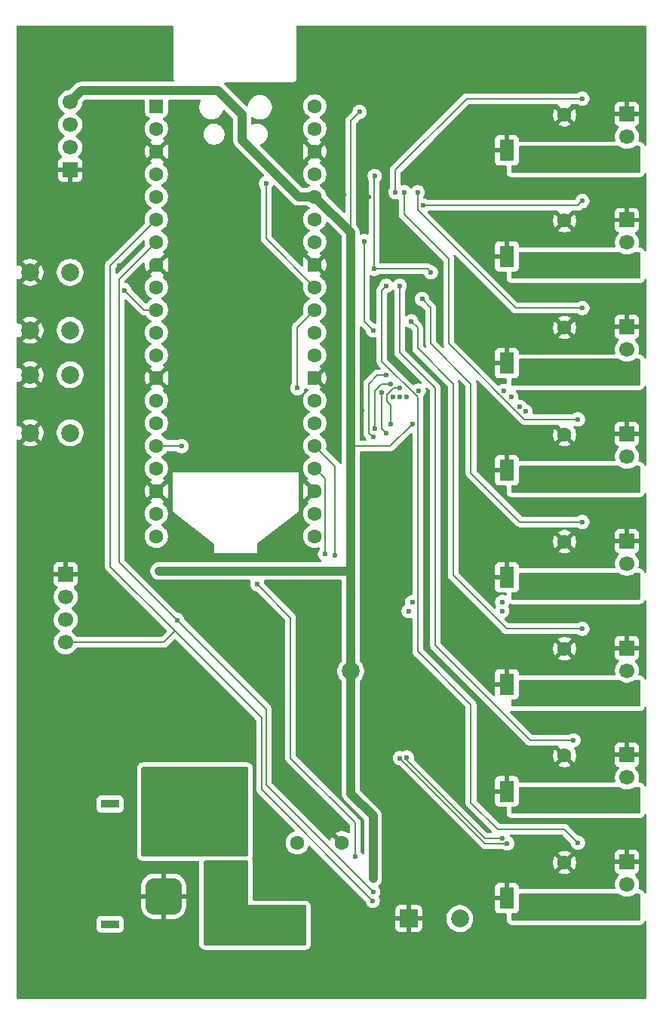
<source format=gbr>
%TF.GenerationSoftware,KiCad,Pcbnew,9.0.4*%
%TF.CreationDate,2025-11-02T13:51:21+01:00*%
%TF.ProjectId,controller,636f6e74-726f-46c6-9c65-722e6b696361,rev?*%
%TF.SameCoordinates,Original*%
%TF.FileFunction,Copper,L4,Bot*%
%TF.FilePolarity,Positive*%
%FSLAX46Y46*%
G04 Gerber Fmt 4.6, Leading zero omitted, Abs format (unit mm)*
G04 Created by KiCad (PCBNEW 9.0.4) date 2025-11-02 13:51:21*
%MOMM*%
%LPD*%
G01*
G04 APERTURE LIST*
G04 Aperture macros list*
%AMRoundRect*
0 Rectangle with rounded corners*
0 $1 Rounding radius*
0 $2 $3 $4 $5 $6 $7 $8 $9 X,Y pos of 4 corners*
0 Add a 4 corners polygon primitive as box body*
4,1,4,$2,$3,$4,$5,$6,$7,$8,$9,$2,$3,0*
0 Add four circle primitives for the rounded corners*
1,1,$1+$1,$2,$3*
1,1,$1+$1,$4,$5*
1,1,$1+$1,$6,$7*
1,1,$1+$1,$8,$9*
0 Add four rect primitives between the rounded corners*
20,1,$1+$1,$2,$3,$4,$5,0*
20,1,$1+$1,$4,$5,$6,$7,0*
20,1,$1+$1,$6,$7,$8,$9,0*
20,1,$1+$1,$8,$9,$2,$3,0*%
%AMFreePoly0*
4,1,37,0.603843,0.796157,0.639018,0.796157,0.711114,0.766294,0.766294,0.711114,0.796157,0.639018,0.796157,0.603843,0.800000,0.600000,0.800000,-0.600000,0.796157,-0.603843,0.796157,-0.639018,0.766294,-0.711114,0.711114,-0.766294,0.639018,-0.796157,0.603843,-0.796157,0.600000,-0.800000,0.000000,-0.800000,0.000000,-0.796148,-0.078414,-0.796148,-0.232228,-0.765552,-0.377117,-0.705537,
-0.507515,-0.618408,-0.618408,-0.507515,-0.705537,-0.377117,-0.765552,-0.232228,-0.796148,-0.078414,-0.796148,0.078414,-0.765552,0.232228,-0.705537,0.377117,-0.618408,0.507515,-0.507515,0.618408,-0.377117,0.705537,-0.232228,0.765552,-0.078414,0.796148,0.000000,0.796148,0.000000,0.800000,0.600000,0.800000,0.603843,0.796157,0.603843,0.796157,$1*%
%AMFreePoly1*
4,1,37,0.000000,0.796148,0.078414,0.796148,0.232228,0.765552,0.377117,0.705537,0.507515,0.618408,0.618408,0.507515,0.705537,0.377117,0.765552,0.232228,0.796148,0.078414,0.796148,-0.078414,0.765552,-0.232228,0.705537,-0.377117,0.618408,-0.507515,0.507515,-0.618408,0.377117,-0.705537,0.232228,-0.765552,0.078414,-0.796148,0.000000,-0.796148,0.000000,-0.800000,-0.600000,-0.800000,
-0.603843,-0.796157,-0.639018,-0.796157,-0.711114,-0.766294,-0.766294,-0.711114,-0.796157,-0.639018,-0.796157,-0.603843,-0.800000,-0.600000,-0.800000,0.600000,-0.796157,0.603843,-0.796157,0.639018,-0.766294,0.711114,-0.711114,0.766294,-0.639018,0.796157,-0.603843,0.796157,-0.600000,0.800000,0.000000,0.800000,0.000000,0.796148,0.000000,0.796148,$1*%
G04 Aperture macros list end*
%TA.AperFunction,ConnectorPad*%
%ADD10C,5.700000*%
%TD*%
%TA.AperFunction,ComponentPad*%
%ADD11C,3.600000*%
%TD*%
%TA.AperFunction,ComponentPad*%
%ADD12C,2.200000*%
%TD*%
%TA.AperFunction,ComponentPad*%
%ADD13C,0.600000*%
%TD*%
%TA.AperFunction,SMDPad,CuDef*%
%ADD14R,1.650000X2.400000*%
%TD*%
%TA.AperFunction,ComponentPad*%
%ADD15RoundRect,0.200000X-0.600000X-0.600000X0.600000X-0.600000X0.600000X0.600000X-0.600000X0.600000X0*%
%TD*%
%TA.AperFunction,ComponentPad*%
%ADD16C,1.600000*%
%TD*%
%TA.AperFunction,ComponentPad*%
%ADD17FreePoly0,0.000000*%
%TD*%
%TA.AperFunction,ComponentPad*%
%ADD18FreePoly1,0.000000*%
%TD*%
%TA.AperFunction,ComponentPad*%
%ADD19C,2.000000*%
%TD*%
%TA.AperFunction,ComponentPad*%
%ADD20R,1.700000X1.700000*%
%TD*%
%TA.AperFunction,ComponentPad*%
%ADD21C,1.700000*%
%TD*%
%TA.AperFunction,ComponentPad*%
%ADD22R,2.000000X2.000000*%
%TD*%
%TA.AperFunction,ComponentPad*%
%ADD23R,2.000000X0.900000*%
%TD*%
%TA.AperFunction,ComponentPad*%
%ADD24RoundRect,1.025000X1.025000X-1.025000X1.025000X1.025000X-1.025000X1.025000X-1.025000X-1.025000X0*%
%TD*%
%TA.AperFunction,ComponentPad*%
%ADD25C,4.100000*%
%TD*%
%TA.AperFunction,ViaPad*%
%ADD26C,0.600000*%
%TD*%
%TA.AperFunction,Conductor*%
%ADD27C,0.200000*%
%TD*%
%TA.AperFunction,Conductor*%
%ADD28C,1.000000*%
%TD*%
G04 APERTURE END LIST*
D10*
%TO.P,H1,1,1*%
%TO.N,GND*%
X102800000Y-135400000D03*
D11*
X102800000Y-135400000D03*
%TD*%
D10*
%TO.P,H4,1,1*%
%TO.N,GND*%
X102800000Y-32400000D03*
D11*
X102800000Y-32400000D03*
%TD*%
%TO.P,H3,1,1*%
%TO.N,GND*%
X38800000Y-32400000D03*
D10*
X38800000Y-32400000D03*
%TD*%
D11*
%TO.P,H2,1,1*%
%TO.N,GND*%
X38800000Y-135400000D03*
D10*
X38800000Y-135400000D03*
%TD*%
D12*
%TO.P,F1,1*%
%TO.N,/PWR_IN*%
X60000000Y-114300000D03*
%TO.P,F1,2*%
%TO.N,/PWR_PRE_SHUNT*%
X58800000Y-124500000D03*
%TD*%
D13*
%TO.P,U8,11,GND*%
%TO.N,GND*%
X90045000Y-114360000D03*
X90045000Y-116080000D03*
X90525000Y-115220000D03*
D14*
X90525000Y-115220000D03*
D13*
X91005000Y-114360000D03*
X91005000Y-116080000D03*
%TD*%
D15*
%TO.P,A1,1,GPIO0*%
%TO.N,/UART0_TX*%
X51185000Y-38340000D03*
D16*
%TO.P,A1,2,GPIO1*%
%TO.N,/UART0_RX*%
X51185000Y-40880000D03*
D17*
%TO.P,A1,3,GND*%
%TO.N,GND*%
X51185000Y-43420000D03*
D16*
%TO.P,A1,4,GPIO2*%
%TO.N,/LED_0*%
X51185000Y-45960000D03*
%TO.P,A1,5,GPIO3*%
%TO.N,/LED_1*%
X51185000Y-48500000D03*
%TO.P,A1,6,GPIO4*%
%TO.N,/SDA*%
X51185000Y-51040000D03*
%TO.P,A1,7,GPIO5*%
%TO.N,/SCL*%
X51185000Y-53580000D03*
D17*
%TO.P,A1,8,GND*%
%TO.N,GND*%
X51185000Y-56120000D03*
D16*
%TO.P,A1,9,GPIO6*%
%TO.N,/BTN_0*%
X51185000Y-58660000D03*
%TO.P,A1,10,GPIO7*%
%TO.N,/BTN_1*%
X51185000Y-61200000D03*
%TO.P,A1,11,GPIO8*%
%TO.N,/CTRL_0*%
X51185000Y-63740000D03*
%TO.P,A1,12,GPIO9*%
%TO.N,/CTRL_1*%
X51185000Y-66280000D03*
D17*
%TO.P,A1,13,GND*%
%TO.N,GND*%
X51185000Y-68820000D03*
D16*
%TO.P,A1,14,GPIO10*%
%TO.N,/CTRL_2*%
X51185000Y-71360000D03*
%TO.P,A1,15,GPIO11*%
%TO.N,/CTRL_3*%
X51185000Y-73900000D03*
%TO.P,A1,16,GPIO12*%
%TO.N,/CTRL_4*%
X51185000Y-76440000D03*
%TO.P,A1,17,GPIO13*%
%TO.N,/CTRL_5*%
X51185000Y-78980000D03*
D17*
%TO.P,A1,18,GND*%
%TO.N,GND*%
X51185000Y-81520000D03*
D16*
%TO.P,A1,19,GPIO14*%
%TO.N,/CTRL_6*%
X51185000Y-84060000D03*
%TO.P,A1,20,GPIO15*%
%TO.N,/CTRL_7*%
X51185000Y-86600000D03*
%TO.P,A1,21,GPIO16*%
%TO.N,/SD_DO*%
X68965000Y-86600000D03*
%TO.P,A1,22,GPIO17*%
%TO.N,/SD_CS*%
X68965000Y-84060000D03*
D18*
%TO.P,A1,23,GND*%
%TO.N,GND*%
X68965000Y-81520000D03*
D16*
%TO.P,A1,24,GPIO18*%
%TO.N,/SD_CLK*%
X68965000Y-78980000D03*
%TO.P,A1,25,GPIO19*%
%TO.N,/SD_DI*%
X68965000Y-76440000D03*
%TO.P,A1,26,GPIO20*%
%TO.N,/FB_S0*%
X68965000Y-73900000D03*
%TO.P,A1,27,GPIO21*%
%TO.N,/FB_S1*%
X68965000Y-71360000D03*
D18*
%TO.P,A1,28,GND*%
%TO.N,GND*%
X68965000Y-68820000D03*
D16*
%TO.P,A1,29,GPIO22*%
%TO.N,/FB_S2*%
X68965000Y-66280000D03*
%TO.P,A1,30,RUN*%
%TO.N,unconnected-(A1-RUN-Pad30)*%
X68965000Y-63740000D03*
%TO.P,A1,31,GPIO26_ADC0*%
%TO.N,/NTC_0*%
X68965000Y-61200000D03*
%TO.P,A1,32,GPIO27_ADC1*%
%TO.N,/NTC_1*%
X68965000Y-58660000D03*
D18*
%TO.P,A1,33,AGND*%
%TO.N,GND*%
X68965000Y-56120000D03*
D16*
%TO.P,A1,34,GPIO28_ADC2*%
%TO.N,/FB_M*%
X68965000Y-53580000D03*
%TO.P,A1,35,ADC_VREF*%
%TO.N,unconnected-(A1-ADC_VREF-Pad35)_1*%
X68965000Y-51040000D03*
%TO.P,A1,36,3V3*%
%TO.N,+3.3V*%
X68965000Y-48500000D03*
%TO.P,A1,37,3V3_EN*%
%TO.N,unconnected-(A1-3V3_EN-Pad37)*%
X68965000Y-45960000D03*
D18*
%TO.P,A1,38,GND*%
%TO.N,GND*%
X68965000Y-43420000D03*
D16*
%TO.P,A1,39,VSYS*%
%TO.N,+5V*%
X68965000Y-40880000D03*
%TO.P,A1,40,VBUS*%
%TO.N,unconnected-(A1-VBUS-Pad40)_1*%
X68965000Y-38340000D03*
%TD*%
D19*
%TO.P,SW1,1,1*%
%TO.N,GND*%
X37000000Y-75000000D03*
X37000000Y-68500000D03*
%TO.P,SW1,2,2*%
%TO.N,Net-(R30-Pad2)*%
X41500000Y-75000000D03*
X41500000Y-68500000D03*
%TD*%
D13*
%TO.P,U5,11,GND*%
%TO.N,GND*%
X90045000Y-78360000D03*
X90045000Y-80080000D03*
X90525000Y-79220000D03*
D14*
X90525000Y-79220000D03*
D13*
X91005000Y-78360000D03*
X91005000Y-80080000D03*
%TD*%
D20*
%TO.P,J3,1,Pin_1*%
%TO.N,GND*%
X104000000Y-63120000D03*
D21*
%TO.P,J3,2,Pin_2*%
%TO.N,Net-(D2-K)*%
X104000000Y-65660000D03*
%TO.P,J3,3,Pin_3*%
%TO.N,/Channel2/LED_SUPPLY*%
X104000000Y-68200000D03*
%TD*%
D13*
%TO.P,U13,11,GND*%
%TO.N,GND*%
X90045000Y-42465000D03*
X90045000Y-44185000D03*
X90525000Y-43325000D03*
D14*
X90525000Y-43325000D03*
D13*
X91005000Y-42465000D03*
X91005000Y-44185000D03*
%TD*%
D20*
%TO.P,J13,1,Pin_1*%
%TO.N,GND*%
X104000000Y-39245000D03*
D21*
%TO.P,J13,2,Pin_2*%
%TO.N,Net-(D11-K)*%
X104000000Y-41785000D03*
%TO.P,J13,3,Pin_3*%
%TO.N,/Channel/LED_SUPPLY*%
X104000000Y-44325000D03*
%TD*%
D20*
%TO.P,J7,1,Pin_1*%
%TO.N,GND*%
X104000000Y-111140000D03*
D21*
%TO.P,J7,2,Pin_2*%
%TO.N,Net-(D6-K)*%
X104000000Y-113680000D03*
%TO.P,J7,3,Pin_3*%
%TO.N,/Channel6/LED_SUPPLY*%
X104000000Y-116220000D03*
%TD*%
D13*
%TO.P,U4,11,GND*%
%TO.N,GND*%
X90045000Y-66340000D03*
X90045000Y-68060000D03*
X90525000Y-67200000D03*
D14*
X90525000Y-67200000D03*
D13*
X91005000Y-66340000D03*
X91005000Y-68060000D03*
%TD*%
%TO.P,U9,11,GND*%
%TO.N,GND*%
X90045000Y-126360000D03*
X90045000Y-128080000D03*
X90525000Y-127220000D03*
D14*
X90525000Y-127220000D03*
D13*
X91005000Y-126360000D03*
X91005000Y-128080000D03*
%TD*%
D22*
%TO.P,TP1,1,1*%
%TO.N,GND*%
X79500000Y-129500000D03*
%TD*%
D13*
%TO.P,U3,11,GND*%
%TO.N,GND*%
X90045000Y-54340000D03*
X90045000Y-56060000D03*
X90525000Y-55200000D03*
D14*
X90525000Y-55200000D03*
D13*
X91005000Y-54340000D03*
X91005000Y-56060000D03*
%TD*%
D19*
%TO.P,TP3,1,1*%
%TO.N,+5V*%
X85250000Y-129500000D03*
%TD*%
D20*
%TO.P,J12,1,Pin_1*%
%TO.N,GND*%
X41500000Y-45500000D03*
D21*
%TO.P,J12,2,Pin_2*%
%TO.N,/UART0_RX*%
X41500000Y-42960000D03*
%TO.P,J12,3,Pin_3*%
%TO.N,/UART0_TX*%
X41500000Y-40420000D03*
%TO.P,J12,4,Pin_4*%
%TO.N,+3.3V*%
X41500000Y-37880000D03*
%TD*%
D23*
%TO.P,J1,*%
%TO.N,*%
X46000000Y-130150000D03*
X46000000Y-116650000D03*
D24*
%TO.P,J1,1,Pin_1*%
%TO.N,GND*%
X52000000Y-127000000D03*
D25*
%TO.P,J1,2,Pin_2*%
%TO.N,/PWR_IN*%
X52000000Y-119800000D03*
%TD*%
D20*
%TO.P,J10,1,Pin_1*%
%TO.N,GND*%
X41000000Y-90880000D03*
D21*
%TO.P,J10,2,Pin_2*%
%TO.N,+3.3V*%
X41000000Y-93420000D03*
%TO.P,J10,3,Pin_3*%
%TO.N,/SCL*%
X41000000Y-95960000D03*
%TO.P,J10,4,Pin_4*%
%TO.N,/SDA*%
X41000000Y-98500000D03*
%TD*%
D20*
%TO.P,J8,1,Pin_1*%
%TO.N,GND*%
X104000000Y-123140000D03*
D21*
%TO.P,J8,2,Pin_2*%
%TO.N,Net-(D7-K)*%
X104000000Y-125680000D03*
%TO.P,J8,3,Pin_3*%
%TO.N,/Channel7/LED_SUPPLY*%
X104000000Y-128220000D03*
%TD*%
D20*
%TO.P,J5,1,Pin_1*%
%TO.N,GND*%
X104000000Y-87140000D03*
D21*
%TO.P,J5,2,Pin_2*%
%TO.N,Net-(D4-K)*%
X104000000Y-89680000D03*
%TO.P,J5,3,Pin_3*%
%TO.N,/Channel4/LED_SUPPLY*%
X104000000Y-92220000D03*
%TD*%
D19*
%TO.P,SW2,1,1*%
%TO.N,GND*%
X37000000Y-63500000D03*
X37000000Y-57000000D03*
%TO.P,SW2,2,2*%
%TO.N,Net-(R31-Pad2)*%
X41500000Y-63500000D03*
X41500000Y-57000000D03*
%TD*%
D13*
%TO.P,U6,11,GND*%
%TO.N,GND*%
X90045000Y-90360000D03*
X90045000Y-92080000D03*
X90525000Y-91220000D03*
D14*
X90525000Y-91220000D03*
D13*
X91005000Y-90360000D03*
X91005000Y-92080000D03*
%TD*%
D20*
%TO.P,J4,1,Pin_1*%
%TO.N,GND*%
X104000000Y-75140000D03*
D21*
%TO.P,J4,2,Pin_2*%
%TO.N,Net-(D3-K)*%
X104000000Y-77680000D03*
%TO.P,J4,3,Pin_3*%
%TO.N,/Channel3/LED_SUPPLY*%
X104000000Y-80220000D03*
%TD*%
D20*
%TO.P,J2,1,Pin_1*%
%TO.N,GND*%
X104000000Y-51120000D03*
D21*
%TO.P,J2,2,Pin_2*%
%TO.N,Net-(D1-K)*%
X104000000Y-53660000D03*
%TO.P,J2,3,Pin_3*%
%TO.N,/Channel1/LED_SUPPLY*%
X104000000Y-56200000D03*
%TD*%
D19*
%TO.P,TP2,1,1*%
%TO.N,+3.3V*%
X73000000Y-101750000D03*
%TD*%
D13*
%TO.P,U7,11,GND*%
%TO.N,GND*%
X90045000Y-102360000D03*
X90045000Y-104080000D03*
X90525000Y-103220000D03*
D14*
X90525000Y-103220000D03*
D13*
X91005000Y-102360000D03*
X91005000Y-104080000D03*
%TD*%
D20*
%TO.P,J6,1,Pin_1*%
%TO.N,GND*%
X104000000Y-99140000D03*
D21*
%TO.P,J6,2,Pin_2*%
%TO.N,Net-(D5-K)*%
X104000000Y-101680000D03*
%TO.P,J6,3,Pin_3*%
%TO.N,/Channel5/LED_SUPPLY*%
X104000000Y-104220000D03*
%TD*%
D16*
%TO.P,C6,1*%
%TO.N,/Channel3/LED_SUPPLY*%
X97000000Y-80220000D03*
%TO.P,C6,2*%
%TO.N,GND*%
X97000000Y-75220000D03*
%TD*%
%TO.P,C14,1*%
%TO.N,/Channel7/LED_SUPPLY*%
X97000000Y-128220000D03*
%TO.P,C14,2*%
%TO.N,GND*%
X97000000Y-123220000D03*
%TD*%
%TO.P,C10,1*%
%TO.N,/Channel5/LED_SUPPLY*%
X97000000Y-104220000D03*
%TO.P,C10,2*%
%TO.N,GND*%
X97000000Y-99220000D03*
%TD*%
%TO.P,C2,1*%
%TO.N,/Channel1/LED_SUPPLY*%
X97000000Y-56200000D03*
%TO.P,C2,2*%
%TO.N,GND*%
X97000000Y-51200000D03*
%TD*%
%TO.P,C32,1*%
%TO.N,/Channel/LED_SUPPLY*%
X97000000Y-44325000D03*
%TO.P,C32,2*%
%TO.N,GND*%
X97000000Y-39325000D03*
%TD*%
%TO.P,C4,1*%
%TO.N,/Channel2/LED_SUPPLY*%
X97000000Y-68200000D03*
%TO.P,C4,2*%
%TO.N,GND*%
X97000000Y-63200000D03*
%TD*%
%TO.P,C25,1*%
%TO.N,+5V*%
X67000000Y-121000000D03*
%TO.P,C25,2*%
%TO.N,GND*%
X72000000Y-121000000D03*
%TD*%
%TO.P,C8,1*%
%TO.N,/Channel4/LED_SUPPLY*%
X97000000Y-92220000D03*
%TO.P,C8,2*%
%TO.N,GND*%
X97000000Y-87220000D03*
%TD*%
%TO.P,C12,1*%
%TO.N,/Channel6/LED_SUPPLY*%
X97000000Y-116220000D03*
%TO.P,C12,2*%
%TO.N,GND*%
X97000000Y-111220000D03*
%TD*%
D26*
%TO.N,/FB_M*%
X75500000Y-63500000D03*
X74500000Y-53500000D03*
%TO.N,GND*%
X65000000Y-111250000D03*
X55750000Y-43500000D03*
X69250000Y-105250000D03*
X58500000Y-66250000D03*
X78750000Y-38750000D03*
X37000000Y-124000000D03*
X37000000Y-45500000D03*
X90750000Y-85500000D03*
X80750000Y-110750000D03*
X86250000Y-40500000D03*
X42500000Y-109250000D03*
X74750000Y-111250000D03*
X71750000Y-70250000D03*
X92000000Y-113000000D03*
X90250000Y-118250000D03*
X102750000Y-106750000D03*
X67750000Y-100750000D03*
X84000000Y-98000000D03*
X71250000Y-110250000D03*
X61500000Y-102000000D03*
X43500000Y-69000000D03*
X92000000Y-64750000D03*
X81000000Y-44000000D03*
X77500000Y-59500000D03*
X63750000Y-55500000D03*
X48000000Y-103750000D03*
X57500000Y-103250000D03*
X90750000Y-73500000D03*
X63500000Y-104250000D03*
X56750000Y-65000000D03*
X95000000Y-59750000D03*
X80000000Y-58500000D03*
X61750000Y-107750000D03*
X99000000Y-65500000D03*
X75000000Y-129250000D03*
X43000000Y-60500000D03*
X51500000Y-97250000D03*
X92750000Y-84000000D03*
X65250000Y-40750000D03*
X59750000Y-49000000D03*
X45250000Y-102000000D03*
X91750000Y-40750000D03*
X72250000Y-48250000D03*
X58500000Y-59000000D03*
X47000000Y-53500000D03*
X53250000Y-111250000D03*
X83500000Y-46750000D03*
X72000000Y-42750000D03*
X64750000Y-95750000D03*
X38500000Y-52750000D03*
X48000000Y-72750000D03*
X104000000Y-70750000D03*
X105500000Y-83750000D03*
X37000000Y-130250000D03*
X99000000Y-47000000D03*
X74250000Y-72500000D03*
X41750000Y-129500000D03*
X78750000Y-76750000D03*
X45750000Y-97250000D03*
X94750000Y-48250000D03*
X46250000Y-91750000D03*
X67000000Y-71750000D03*
X47000000Y-56250000D03*
X52000000Y-105500000D03*
X48000000Y-100250000D03*
X44750000Y-42500000D03*
X92250000Y-106750000D03*
X77000000Y-47000000D03*
X55750000Y-87250000D03*
X105500000Y-47000000D03*
X79000000Y-42500000D03*
X74250000Y-75500000D03*
X56500000Y-69000000D03*
X76750000Y-111500000D03*
X62750000Y-54500000D03*
X53000000Y-47250000D03*
X67000000Y-50500000D03*
X105500000Y-107500000D03*
X64500000Y-87000000D03*
X36750000Y-37500000D03*
X49000000Y-105500000D03*
X90750000Y-58750000D03*
X62750000Y-127000000D03*
X85000000Y-122250000D03*
X79750000Y-46750000D03*
X54000000Y-65500000D03*
X99000000Y-41750000D03*
X62000000Y-53000000D03*
X65250000Y-44250000D03*
X67000000Y-37250000D03*
X64250000Y-70000000D03*
X55250000Y-75500000D03*
X38500000Y-104750000D03*
X71750000Y-57000000D03*
X85500000Y-60750000D03*
X104000000Y-82750000D03*
X99000000Y-119000000D03*
X63250000Y-73500000D03*
X65000000Y-53000000D03*
X67750000Y-111250000D03*
X71500000Y-96750000D03*
X53000000Y-75250000D03*
X67000000Y-59250000D03*
X92250000Y-52750000D03*
X99000000Y-77500000D03*
X56750000Y-77500000D03*
X53250000Y-38250000D03*
X40250000Y-83250000D03*
X53250000Y-78000000D03*
X44000000Y-39500000D03*
X91750000Y-124500000D03*
X43500000Y-99750000D03*
X47500000Y-46500000D03*
X53000000Y-64250000D03*
X79500000Y-100500000D03*
X43500000Y-72000000D03*
X92500000Y-75500000D03*
X56250000Y-106500000D03*
X99000000Y-53500000D03*
X105500000Y-95000000D03*
X59500000Y-59750000D03*
X70000000Y-92000000D03*
X99000000Y-82750000D03*
X72250000Y-38000000D03*
X63250000Y-78250000D03*
X76750000Y-104500000D03*
X63500000Y-66000000D03*
X80750000Y-102000000D03*
X66750000Y-52500000D03*
X79000000Y-118500000D03*
X62250000Y-48000000D03*
X57250000Y-92000000D03*
X99000000Y-95000000D03*
X49500000Y-90000000D03*
X81000000Y-61750000D03*
X65750000Y-127000000D03*
X75000000Y-48500000D03*
X45000000Y-66000000D03*
X92250000Y-100750000D03*
X84000000Y-106000000D03*
X74750000Y-66000000D03*
X75500000Y-59250000D03*
X53000000Y-52250000D03*
X53500000Y-85000000D03*
X99250000Y-59000000D03*
X92000000Y-89000000D03*
X91750000Y-77000000D03*
X66500000Y-78750000D03*
X60750000Y-111250000D03*
X74500000Y-68750000D03*
X74250000Y-51000000D03*
X44750000Y-78250000D03*
X65750000Y-65250000D03*
X99000000Y-130750000D03*
X74500000Y-90750000D03*
X74500000Y-97750000D03*
X53000000Y-72750000D03*
X76750000Y-48500000D03*
X76250000Y-38750000D03*
X71750000Y-75250000D03*
X65250000Y-49500000D03*
X65000000Y-56750000D03*
X59750000Y-43500000D03*
X83500000Y-37500000D03*
X99000000Y-101500000D03*
X77750000Y-54000000D03*
X60500000Y-65750000D03*
X71750000Y-77750000D03*
X75500000Y-61500000D03*
X99250000Y-106750000D03*
X99000000Y-113750000D03*
X74750000Y-77750000D03*
X92500000Y-121250000D03*
X40250000Y-52750000D03*
X71500000Y-65000000D03*
X90500000Y-131000000D03*
X48750000Y-95000000D03*
X39250000Y-50250000D03*
X74750000Y-42500000D03*
X87000000Y-83500000D03*
X56500000Y-97250000D03*
X98750000Y-125750000D03*
X52250000Y-92500000D03*
X90750000Y-109500000D03*
X105250000Y-119000000D03*
X69750000Y-130750000D03*
X83500000Y-79250000D03*
X67500000Y-96250000D03*
X53500000Y-99000000D03*
X54000000Y-60750000D03*
X47750000Y-39500000D03*
X99000000Y-89500000D03*
X47000000Y-114000000D03*
X87750000Y-105750000D03*
X103000000Y-130500000D03*
X67250000Y-54500000D03*
X79500000Y-96750000D03*
X41000000Y-100750000D03*
X66750000Y-85000000D03*
X104750000Y-58750000D03*
X48750000Y-111000000D03*
X61250000Y-70000000D03*
X58250000Y-78500000D03*
X37500000Y-112000000D03*
X71750000Y-130500000D03*
X47250000Y-50500000D03*
X79500000Y-109250000D03*
X39250000Y-39250000D03*
X76750000Y-82500000D03*
X85000000Y-115500000D03*
X99250000Y-70750000D03*
X73000000Y-37000000D03*
X46750000Y-48750000D03*
X84500000Y-51500000D03*
X90750000Y-47750000D03*
%TO.N,/NTC_0*%
X62500000Y-92000000D03*
X73500000Y-122500000D03*
X67000000Y-70000000D03*
%TO.N,/NTC_1*%
X63500000Y-47000000D03*
%TO.N,/SD_CLK*%
X70111025Y-88611025D03*
%TO.N,/SDA*%
X75475000Y-127497523D03*
%TO.N,+5V*%
X82000000Y-57000000D03*
X75603685Y-56603685D03*
X75672435Y-46172435D03*
%TO.N,+3.3V*%
X75500000Y-125000000D03*
X51500000Y-90500000D03*
X74000000Y-39000000D03*
X79900000Y-74000000D03*
%TO.N,/SCL*%
X75500000Y-126500000D03*
X53500000Y-96000000D03*
%TO.N,/CTRL_4*%
X54000000Y-76500000D03*
%TO.N,/BTN_1*%
X47600000Y-59000000D03*
%TO.N,/SD_DI*%
X71250000Y-88750000D03*
%TO.N,/FB_1*%
X91000000Y-71000000D03*
X79300000Y-71000000D03*
%TO.N,/FB_2*%
X90174265Y-70325735D03*
X80624265Y-70275735D03*
%TO.N,/FB_3*%
X77699997Y-71000000D03*
X92610155Y-72600000D03*
%TO.N,/FB_4*%
X79900000Y-94000000D03*
X78500000Y-70000000D03*
X77500000Y-74000000D03*
X90000000Y-94000000D03*
%TO.N,/FB_5*%
X77000000Y-75000000D03*
X90000000Y-95000000D03*
X79500000Y-95000000D03*
X76500000Y-70500000D03*
%TO.N,/FB_6*%
X75699997Y-74500000D03*
X79296348Y-111423619D03*
X90000000Y-120500000D03*
X77500000Y-69500000D03*
%TO.N,/FB_7*%
X78500000Y-111500000D03*
X77000000Y-68500000D03*
X75500000Y-75500000D03*
X90565687Y-121065687D03*
%TO.N,/Channel/LED_SUPPLY*%
X93000000Y-44325000D03*
X92000000Y-45325000D03*
X93500000Y-43325000D03*
X100000000Y-43325000D03*
X101500000Y-44325000D03*
%TO.N,/Channel/DIN*%
X99000000Y-37500000D03*
X78000000Y-48000000D03*
%TO.N,/Channel1/LED_SUPPLY*%
X93500000Y-55200000D03*
X100000000Y-55200000D03*
X93000000Y-56200000D03*
X101500000Y-56200000D03*
X92000000Y-57200000D03*
%TO.N,/Channel2/LED_SUPPLY*%
X93500000Y-67200000D03*
X100000000Y-67200000D03*
X92000000Y-69200000D03*
X101500000Y-68200000D03*
X93000000Y-68200000D03*
%TO.N,/Channel3/LED_SUPPLY*%
X101500000Y-80220000D03*
X100000000Y-79220000D03*
X92000000Y-81220000D03*
X93000000Y-80220000D03*
X93500000Y-79220000D03*
%TO.N,/Channel4/LED_SUPPLY*%
X93000000Y-92220000D03*
X100000000Y-91220000D03*
X92000000Y-93220000D03*
X101500000Y-92220000D03*
X93500000Y-91220000D03*
%TO.N,/Channel5/LED_SUPPLY*%
X92000000Y-105220000D03*
X100000000Y-103220000D03*
X93500000Y-103220000D03*
X101500000Y-104220000D03*
X93000000Y-104220000D03*
%TO.N,/Channel6/LED_SUPPLY*%
X93000000Y-116220000D03*
X92000000Y-117220000D03*
X100000000Y-115220000D03*
X101500000Y-116220000D03*
X93500000Y-115220000D03*
%TO.N,/Channel7/LED_SUPPLY*%
X101500000Y-128220000D03*
X93000000Y-128220000D03*
X92000000Y-129220000D03*
X100000000Y-127220000D03*
X93500000Y-127220000D03*
%TO.N,/Channel1/DIN*%
X99000000Y-49000000D03*
X81100000Y-49500000D03*
%TO.N,/Channel2/DIN*%
X80500000Y-48000000D03*
X99000000Y-61000000D03*
%TO.N,/Channel3/DIN*%
X98500000Y-73500000D03*
X79000000Y-48000000D03*
%TO.N,/Channel4/DIN*%
X81000000Y-60000000D03*
X99000000Y-85000000D03*
%TO.N,/Channel5/DIN*%
X99000000Y-97000000D03*
X79800000Y-62500000D03*
%TO.N,/Channel6/DIN*%
X98000000Y-109500000D03*
X78500000Y-58500000D03*
%TO.N,/Channel7/DIN*%
X77000000Y-58500000D03*
X98500000Y-121000000D03*
%TO.N,/FB_0*%
X78500000Y-71000000D03*
X92000000Y-72076000D03*
%TD*%
D27*
%TO.N,/FB_M*%
X74500000Y-62500000D02*
X74500000Y-53500000D01*
X75500000Y-63500000D02*
X74500000Y-62500000D01*
%TO.N,/NTC_0*%
X67000000Y-63165000D02*
X68965000Y-61200000D01*
X62500000Y-92000000D02*
X66250000Y-95750000D01*
X66250000Y-95750000D02*
X66250000Y-111500000D01*
X67000000Y-70000000D02*
X67000000Y-63165000D01*
X66250000Y-111500000D02*
X73500000Y-118750000D01*
X73500000Y-118750000D02*
X73500000Y-122500000D01*
%TO.N,/NTC_1*%
X63500000Y-53195000D02*
X63500000Y-47000000D01*
X68965000Y-58660000D02*
X63500000Y-53195000D01*
%TO.N,/SD_CLK*%
X70111025Y-80126025D02*
X70111025Y-88611025D01*
X68965000Y-78980000D02*
X70111025Y-80126025D01*
%TO.N,/SDA*%
X52000000Y-98500000D02*
X53250000Y-97250000D01*
X75475000Y-127497523D02*
X63000000Y-115022523D01*
X46000000Y-90000000D02*
X46000000Y-84500000D01*
X63000000Y-107000000D02*
X53250000Y-97250000D01*
X46000000Y-56225000D02*
X51185000Y-51040000D01*
X41000000Y-98500000D02*
X52000000Y-98500000D01*
X53250000Y-97250000D02*
X46000000Y-90000000D01*
X46000000Y-84500000D02*
X46000000Y-56225000D01*
X63000000Y-115022523D02*
X63000000Y-107000000D01*
%TO.N,+5V*%
X81603685Y-56603685D02*
X82000000Y-57000000D01*
X75672435Y-46172435D02*
X75603685Y-46241185D01*
X75603685Y-46241185D02*
X75603685Y-56603685D01*
X75603685Y-56603685D02*
X81603685Y-56603685D01*
D28*
%TO.N,+3.3V*%
X73000000Y-90500000D02*
X73000000Y-115500000D01*
X73000000Y-115500000D02*
X75500000Y-118000000D01*
D27*
X73000000Y-52535000D02*
X73000000Y-40000000D01*
D28*
X41500000Y-37880000D02*
X42761000Y-36619000D01*
D27*
X79900000Y-74000000D02*
X77400000Y-76500000D01*
X77400000Y-76500000D02*
X73000000Y-76500000D01*
D28*
X60824000Y-42194222D02*
X67129778Y-48500000D01*
X58119000Y-36619000D02*
X60824000Y-39324000D01*
X60824000Y-39324000D02*
X60824000Y-42194222D01*
X73000000Y-90500000D02*
X51500000Y-90500000D01*
X73000000Y-76500000D02*
X73000000Y-90500000D01*
D27*
X73000000Y-40000000D02*
X74000000Y-39000000D01*
D28*
X68965000Y-48500000D02*
X73000000Y-52535000D01*
X42761000Y-36619000D02*
X58119000Y-36619000D01*
X67129778Y-48500000D02*
X68965000Y-48500000D01*
X73000000Y-52535000D02*
X73000000Y-76500000D01*
X75500000Y-118000000D02*
X75500000Y-125000000D01*
D27*
%TO.N,/SCL*%
X51185000Y-53580000D02*
X47000000Y-57765000D01*
X47000000Y-57765000D02*
X47000000Y-76000000D01*
X53500000Y-96000000D02*
X47000000Y-89500000D01*
X63500000Y-106000000D02*
X53500000Y-96000000D01*
X63500000Y-114500000D02*
X63500000Y-106000000D01*
X75500000Y-126500000D02*
X63500000Y-114500000D01*
X47000000Y-89500000D02*
X47000000Y-76000000D01*
%TO.N,/CTRL_4*%
X51185000Y-76440000D02*
X53940000Y-76440000D01*
X53940000Y-76440000D02*
X54000000Y-76500000D01*
%TO.N,/BTN_1*%
X49800000Y-61200000D02*
X51185000Y-61200000D01*
X47600000Y-59000000D02*
X49800000Y-61200000D01*
%TO.N,/SD_DI*%
X71250000Y-78725000D02*
X68965000Y-76440000D01*
X71250000Y-88750000D02*
X71250000Y-78725000D01*
%TO.N,/FB_4*%
X77098997Y-70751057D02*
X77850054Y-70000000D01*
X77500000Y-71901003D02*
X77098997Y-71500000D01*
X77850054Y-70000000D02*
X78500000Y-70000000D01*
X77098997Y-71500000D02*
X77098997Y-70751057D01*
X77500000Y-74000000D02*
X77500000Y-71901003D01*
%TO.N,/FB_5*%
X76500000Y-70500000D02*
X76500000Y-74500000D01*
X76500000Y-74500000D02*
X77000000Y-75000000D01*
%TO.N,/FB_6*%
X75699997Y-70300003D02*
X75699997Y-70500000D01*
X77500000Y-69500000D02*
X76500000Y-69500000D01*
X80500000Y-112932900D02*
X88067100Y-120500000D01*
X80500000Y-112932900D02*
X79296348Y-111729248D01*
X88067100Y-120500000D02*
X90000000Y-120500000D01*
X76500000Y-69500000D02*
X75699997Y-70300003D01*
X75699997Y-74500000D02*
X75699997Y-70500000D01*
X79296348Y-111729248D02*
X79296348Y-111423619D01*
%TO.N,/FB_7*%
X75500000Y-75500000D02*
X75000000Y-75000000D01*
X76000000Y-68500000D02*
X77000000Y-68500000D01*
X78500000Y-111500000D02*
X88101000Y-121101000D01*
X90530374Y-121101000D02*
X90565687Y-121065687D01*
X75000000Y-75000000D02*
X75000000Y-69500000D01*
X75000000Y-69500000D02*
X76000000Y-68500000D01*
X88101000Y-121101000D02*
X90530374Y-121101000D01*
%TO.N,/Channel/DIN*%
X86000000Y-37500000D02*
X99000000Y-37500000D01*
X78000000Y-45500000D02*
X86000000Y-37500000D01*
X78000000Y-48000000D02*
X78000000Y-45500000D01*
%TO.N,/Channel1/DIN*%
X98500000Y-49500000D02*
X99000000Y-49000000D01*
X81100000Y-49500000D02*
X98500000Y-49500000D01*
%TO.N,/Channel2/DIN*%
X80500000Y-50000000D02*
X91500000Y-61000000D01*
X80500000Y-48000000D02*
X80500000Y-50000000D01*
X91500000Y-61000000D02*
X99000000Y-61000000D01*
%TO.N,/Channel3/DIN*%
X84000000Y-55500000D02*
X79000000Y-50500000D01*
X79000000Y-50500000D02*
X79000000Y-48000000D01*
X92500000Y-73500000D02*
X84000000Y-65000000D01*
X84000000Y-65000000D02*
X84000000Y-55500000D01*
X98500000Y-73500000D02*
X92500000Y-73500000D01*
%TO.N,/Channel4/DIN*%
X86500000Y-69500000D02*
X86500000Y-79500000D01*
X81000000Y-60000000D02*
X82000000Y-61000000D01*
X86500000Y-79500000D02*
X92000000Y-85000000D01*
X82000000Y-65000000D02*
X86500000Y-69500000D01*
X82000000Y-61000000D02*
X82000000Y-65000000D01*
X92000000Y-85000000D02*
X99000000Y-85000000D01*
%TO.N,/Channel5/DIN*%
X84500000Y-69500000D02*
X84500000Y-91000000D01*
X84500000Y-91000000D02*
X90500000Y-97000000D01*
X79800000Y-62500000D02*
X80500000Y-63200000D01*
X80500000Y-63200000D02*
X80500000Y-65500000D01*
X80500000Y-65500000D02*
X84500000Y-69500000D01*
X90500000Y-97000000D02*
X99000000Y-97000000D01*
%TO.N,/Channel6/DIN*%
X93132785Y-109500000D02*
X82500000Y-98867215D01*
X82500000Y-70000000D02*
X78500000Y-66000000D01*
X78500000Y-66000000D02*
X78500000Y-58500000D01*
X82500000Y-98867215D02*
X82500000Y-70000000D01*
X98000000Y-109500000D02*
X93132785Y-109500000D01*
%TO.N,/Channel7/DIN*%
X76500000Y-59000000D02*
X76500000Y-67000000D01*
X80500000Y-71000000D02*
X80500000Y-99500000D01*
X86500000Y-105500000D02*
X86500000Y-116500000D01*
X97000000Y-119500000D02*
X98500000Y-121000000D01*
X86500000Y-116500000D02*
X89500000Y-119500000D01*
X77000000Y-58500000D02*
X76500000Y-59000000D01*
X76500000Y-67000000D02*
X80500000Y-71000000D01*
X89500000Y-119500000D02*
X97000000Y-119500000D01*
X80500000Y-99500000D02*
X86500000Y-105500000D01*
%TD*%
%TA.AperFunction,Conductor*%
%TO.N,/Channel5/LED_SUPPLY*%
G36*
X103160578Y-102739685D02*
G01*
X103166424Y-102743682D01*
X103292184Y-102835051D01*
X103481588Y-102931557D01*
X103683757Y-102997246D01*
X103893713Y-103030500D01*
X103893714Y-103030500D01*
X104106286Y-103030500D01*
X104106287Y-103030500D01*
X104316243Y-102997246D01*
X104518412Y-102931557D01*
X104707816Y-102835051D01*
X104833576Y-102743682D01*
X104899382Y-102720202D01*
X104906461Y-102720000D01*
X105376000Y-102720000D01*
X105443039Y-102739685D01*
X105488794Y-102792489D01*
X105500000Y-102844000D01*
X105500000Y-105596000D01*
X105480315Y-105663039D01*
X105427511Y-105708794D01*
X105376000Y-105720000D01*
X91124000Y-105720000D01*
X91056961Y-105700315D01*
X91011206Y-105647511D01*
X91000000Y-105596000D01*
X91000000Y-105044499D01*
X91019685Y-104977460D01*
X91072489Y-104931705D01*
X91123999Y-104920499D01*
X91397872Y-104920499D01*
X91457483Y-104914091D01*
X91592331Y-104863796D01*
X91707546Y-104777546D01*
X91793796Y-104662331D01*
X91844091Y-104527483D01*
X91850500Y-104467873D01*
X91850499Y-102843998D01*
X91870184Y-102776961D01*
X91922987Y-102731206D01*
X91974499Y-102720000D01*
X103093539Y-102720000D01*
X103160578Y-102739685D01*
G37*
%TD.AperFunction*%
%TD*%
%TA.AperFunction,Conductor*%
%TO.N,/Channel4/LED_SUPPLY*%
G36*
X103160578Y-90739685D02*
G01*
X103166424Y-90743682D01*
X103292184Y-90835051D01*
X103481588Y-90931557D01*
X103683757Y-90997246D01*
X103893713Y-91030500D01*
X103893714Y-91030500D01*
X104106286Y-91030500D01*
X104106287Y-91030500D01*
X104316243Y-90997246D01*
X104518412Y-90931557D01*
X104707816Y-90835051D01*
X104833576Y-90743682D01*
X104899382Y-90720202D01*
X104906461Y-90720000D01*
X105376000Y-90720000D01*
X105443039Y-90739685D01*
X105488794Y-90792489D01*
X105500000Y-90844000D01*
X105500000Y-93596000D01*
X105480315Y-93663039D01*
X105427511Y-93708794D01*
X105376000Y-93720000D01*
X91124000Y-93720000D01*
X91056961Y-93700315D01*
X91011206Y-93647511D01*
X91000000Y-93596000D01*
X91000000Y-93044499D01*
X91019685Y-92977460D01*
X91072489Y-92931705D01*
X91123999Y-92920499D01*
X91397872Y-92920499D01*
X91457483Y-92914091D01*
X91592331Y-92863796D01*
X91707546Y-92777546D01*
X91793796Y-92662331D01*
X91844091Y-92527483D01*
X91850500Y-92467873D01*
X91850499Y-90843998D01*
X91870184Y-90776961D01*
X91922987Y-90731206D01*
X91974499Y-90720000D01*
X103093539Y-90720000D01*
X103160578Y-90739685D01*
G37*
%TD.AperFunction*%
%TD*%
%TA.AperFunction,Conductor*%
%TO.N,/PWR_PRE_SHUNT*%
G36*
X61443039Y-123019685D02*
G01*
X61488794Y-123072489D01*
X61500000Y-123124000D01*
X61500000Y-128000000D01*
X67876000Y-128000000D01*
X67943039Y-128019685D01*
X67988794Y-128072489D01*
X68000000Y-128124000D01*
X68000000Y-132376000D01*
X67980315Y-132443039D01*
X67927511Y-132488794D01*
X67876000Y-132500000D01*
X56624000Y-132500000D01*
X56556961Y-132480315D01*
X56511206Y-132427511D01*
X56500000Y-132376000D01*
X56500000Y-123124000D01*
X56519685Y-123056961D01*
X56572489Y-123011206D01*
X56624000Y-123000000D01*
X61376000Y-123000000D01*
X61443039Y-123019685D01*
G37*
%TD.AperFunction*%
%TD*%
%TA.AperFunction,Conductor*%
%TO.N,/PWR_IN*%
G36*
X61443039Y-112519685D02*
G01*
X61488794Y-112572489D01*
X61500000Y-112624000D01*
X61500000Y-122376000D01*
X61480315Y-122443039D01*
X61427511Y-122488794D01*
X61376000Y-122500000D01*
X49624000Y-122500000D01*
X49556961Y-122480315D01*
X49511206Y-122427511D01*
X49500000Y-122376000D01*
X49500000Y-112624000D01*
X49519685Y-112556961D01*
X49572489Y-112511206D01*
X49624000Y-112500000D01*
X61376000Y-112500000D01*
X61443039Y-112519685D01*
G37*
%TD.AperFunction*%
%TD*%
%TA.AperFunction,Conductor*%
%TO.N,/Channel1/LED_SUPPLY*%
G36*
X103160578Y-54719685D02*
G01*
X103166424Y-54723682D01*
X103292184Y-54815051D01*
X103481588Y-54911557D01*
X103683757Y-54977246D01*
X103893713Y-55010500D01*
X103893714Y-55010500D01*
X104106286Y-55010500D01*
X104106287Y-55010500D01*
X104316243Y-54977246D01*
X104518412Y-54911557D01*
X104707816Y-54815051D01*
X104833576Y-54723682D01*
X104899382Y-54700202D01*
X104906461Y-54700000D01*
X105376000Y-54700000D01*
X105443039Y-54719685D01*
X105488794Y-54772489D01*
X105500000Y-54824000D01*
X105500000Y-57576000D01*
X105480315Y-57643039D01*
X105427511Y-57688794D01*
X105376000Y-57700000D01*
X91124000Y-57700000D01*
X91056961Y-57680315D01*
X91011206Y-57627511D01*
X91000000Y-57576000D01*
X91000000Y-57024499D01*
X91019685Y-56957460D01*
X91072489Y-56911705D01*
X91123999Y-56900499D01*
X91397872Y-56900499D01*
X91457483Y-56894091D01*
X91592331Y-56843796D01*
X91707546Y-56757546D01*
X91793796Y-56642331D01*
X91844091Y-56507483D01*
X91850500Y-56447873D01*
X91850499Y-54823998D01*
X91870184Y-54756961D01*
X91922987Y-54711206D01*
X91974499Y-54700000D01*
X103093539Y-54700000D01*
X103160578Y-54719685D01*
G37*
%TD.AperFunction*%
%TD*%
%TA.AperFunction,Conductor*%
%TO.N,/Channel/LED_SUPPLY*%
G36*
X103160578Y-42844685D02*
G01*
X103166424Y-42848682D01*
X103292184Y-42940051D01*
X103481588Y-43036557D01*
X103683757Y-43102246D01*
X103893713Y-43135500D01*
X103893714Y-43135500D01*
X104106286Y-43135500D01*
X104106287Y-43135500D01*
X104316243Y-43102246D01*
X104518412Y-43036557D01*
X104707816Y-42940051D01*
X104833576Y-42848682D01*
X104899382Y-42825202D01*
X104906461Y-42825000D01*
X105376000Y-42825000D01*
X105443039Y-42844685D01*
X105488794Y-42897489D01*
X105500000Y-42949000D01*
X105500000Y-45701000D01*
X105480315Y-45768039D01*
X105427511Y-45813794D01*
X105376000Y-45825000D01*
X91124000Y-45825000D01*
X91056961Y-45805315D01*
X91011206Y-45752511D01*
X91000000Y-45701000D01*
X91000000Y-45149499D01*
X91019685Y-45082460D01*
X91072489Y-45036705D01*
X91123999Y-45025499D01*
X91397872Y-45025499D01*
X91457483Y-45019091D01*
X91592331Y-44968796D01*
X91707546Y-44882546D01*
X91793796Y-44767331D01*
X91844091Y-44632483D01*
X91850500Y-44572873D01*
X91850499Y-42948998D01*
X91870184Y-42881961D01*
X91922987Y-42836206D01*
X91974499Y-42825000D01*
X103093539Y-42825000D01*
X103160578Y-42844685D01*
G37*
%TD.AperFunction*%
%TD*%
%TA.AperFunction,Conductor*%
%TO.N,/Channel6/LED_SUPPLY*%
G36*
X103160578Y-114739685D02*
G01*
X103166424Y-114743682D01*
X103292184Y-114835051D01*
X103481588Y-114931557D01*
X103683757Y-114997246D01*
X103893713Y-115030500D01*
X103893714Y-115030500D01*
X104106286Y-115030500D01*
X104106287Y-115030500D01*
X104316243Y-114997246D01*
X104518412Y-114931557D01*
X104707816Y-114835051D01*
X104833576Y-114743682D01*
X104899382Y-114720202D01*
X104906461Y-114720000D01*
X105376000Y-114720000D01*
X105443039Y-114739685D01*
X105488794Y-114792489D01*
X105500000Y-114844000D01*
X105500000Y-117596000D01*
X105480315Y-117663039D01*
X105427511Y-117708794D01*
X105376000Y-117720000D01*
X91124000Y-117720000D01*
X91056961Y-117700315D01*
X91011206Y-117647511D01*
X91000000Y-117596000D01*
X91000000Y-117044499D01*
X91019685Y-116977460D01*
X91072489Y-116931705D01*
X91123999Y-116920499D01*
X91397872Y-116920499D01*
X91457483Y-116914091D01*
X91592331Y-116863796D01*
X91707546Y-116777546D01*
X91793796Y-116662331D01*
X91844091Y-116527483D01*
X91850500Y-116467873D01*
X91850499Y-114843998D01*
X91870184Y-114776961D01*
X91922987Y-114731206D01*
X91974499Y-114720000D01*
X103093539Y-114720000D01*
X103160578Y-114739685D01*
G37*
%TD.AperFunction*%
%TD*%
%TA.AperFunction,Conductor*%
%TO.N,/Channel7/LED_SUPPLY*%
G36*
X103160578Y-126739685D02*
G01*
X103166424Y-126743682D01*
X103292184Y-126835051D01*
X103481588Y-126931557D01*
X103683757Y-126997246D01*
X103893713Y-127030500D01*
X103893714Y-127030500D01*
X104106286Y-127030500D01*
X104106287Y-127030500D01*
X104316243Y-126997246D01*
X104518412Y-126931557D01*
X104707816Y-126835051D01*
X104833576Y-126743682D01*
X104899382Y-126720202D01*
X104906461Y-126720000D01*
X105376000Y-126720000D01*
X105443039Y-126739685D01*
X105488794Y-126792489D01*
X105500000Y-126844000D01*
X105500000Y-129596000D01*
X105480315Y-129663039D01*
X105427511Y-129708794D01*
X105376000Y-129720000D01*
X103194113Y-129720000D01*
X103169922Y-129717617D01*
X103125566Y-129708794D01*
X103078844Y-129699500D01*
X103078842Y-129699500D01*
X102921158Y-129699500D01*
X102921156Y-129699500D01*
X102874434Y-129708794D01*
X102830077Y-129717617D01*
X102805887Y-129720000D01*
X91124000Y-129720000D01*
X91056961Y-129700315D01*
X91011206Y-129647511D01*
X91000000Y-129596000D01*
X91000000Y-129044499D01*
X91019685Y-128977460D01*
X91072489Y-128931705D01*
X91123999Y-128920499D01*
X91397872Y-128920499D01*
X91457483Y-128914091D01*
X91592331Y-128863796D01*
X91707546Y-128777546D01*
X91793796Y-128662331D01*
X91844091Y-128527483D01*
X91850500Y-128467873D01*
X91850499Y-126843998D01*
X91870184Y-126776961D01*
X91922987Y-126731206D01*
X91974499Y-126720000D01*
X103093539Y-126720000D01*
X103160578Y-126739685D01*
G37*
%TD.AperFunction*%
%TD*%
%TA.AperFunction,Conductor*%
%TO.N,/Channel2/LED_SUPPLY*%
G36*
X103160578Y-66719685D02*
G01*
X103166424Y-66723682D01*
X103292184Y-66815051D01*
X103481588Y-66911557D01*
X103683757Y-66977246D01*
X103893713Y-67010500D01*
X103893714Y-67010500D01*
X104106286Y-67010500D01*
X104106287Y-67010500D01*
X104316243Y-66977246D01*
X104518412Y-66911557D01*
X104707816Y-66815051D01*
X104833576Y-66723682D01*
X104899382Y-66700202D01*
X104906461Y-66700000D01*
X105376000Y-66700000D01*
X105443039Y-66719685D01*
X105488794Y-66772489D01*
X105500000Y-66824000D01*
X105500000Y-69576000D01*
X105480315Y-69643039D01*
X105427511Y-69688794D01*
X105376000Y-69700000D01*
X91124000Y-69700000D01*
X91056961Y-69680315D01*
X91011206Y-69627511D01*
X91000000Y-69576000D01*
X91000000Y-69024499D01*
X91019685Y-68957460D01*
X91072489Y-68911705D01*
X91123999Y-68900499D01*
X91397872Y-68900499D01*
X91457483Y-68894091D01*
X91592331Y-68843796D01*
X91707546Y-68757546D01*
X91793796Y-68642331D01*
X91844091Y-68507483D01*
X91850500Y-68447873D01*
X91850499Y-66823998D01*
X91870184Y-66756961D01*
X91922987Y-66711206D01*
X91974499Y-66700000D01*
X103093539Y-66700000D01*
X103160578Y-66719685D01*
G37*
%TD.AperFunction*%
%TD*%
%TA.AperFunction,Conductor*%
%TO.N,/Channel3/LED_SUPPLY*%
G36*
X103160578Y-78739685D02*
G01*
X103166424Y-78743682D01*
X103292184Y-78835051D01*
X103481588Y-78931557D01*
X103683757Y-78997246D01*
X103893713Y-79030500D01*
X103893714Y-79030500D01*
X104106286Y-79030500D01*
X104106287Y-79030500D01*
X104316243Y-78997246D01*
X104518412Y-78931557D01*
X104707816Y-78835051D01*
X104833576Y-78743682D01*
X104899382Y-78720202D01*
X104906461Y-78720000D01*
X105376000Y-78720000D01*
X105443039Y-78739685D01*
X105488794Y-78792489D01*
X105500000Y-78844000D01*
X105500000Y-81596000D01*
X105480315Y-81663039D01*
X105427511Y-81708794D01*
X105376000Y-81720000D01*
X91124000Y-81720000D01*
X91056961Y-81700315D01*
X91011206Y-81647511D01*
X91000000Y-81596000D01*
X91000000Y-81044499D01*
X91019685Y-80977460D01*
X91072489Y-80931705D01*
X91123999Y-80920499D01*
X91397872Y-80920499D01*
X91457483Y-80914091D01*
X91592331Y-80863796D01*
X91707546Y-80777546D01*
X91793796Y-80662331D01*
X91844091Y-80527483D01*
X91850500Y-80467873D01*
X91850499Y-78843998D01*
X91870184Y-78776961D01*
X91922987Y-78731206D01*
X91974499Y-78720000D01*
X103093539Y-78720000D01*
X103160578Y-78739685D01*
G37*
%TD.AperFunction*%
%TD*%
%TA.AperFunction,Conductor*%
%TO.N,GND*%
G36*
X53042539Y-29320185D02*
G01*
X53088294Y-29372989D01*
X53099500Y-29424500D01*
X53099500Y-35265891D01*
X53133609Y-35393188D01*
X53133610Y-35393191D01*
X53156305Y-35432499D01*
X53172779Y-35500399D01*
X53149927Y-35566426D01*
X53095006Y-35609617D01*
X53048919Y-35618500D01*
X42662455Y-35618500D01*
X42568791Y-35637131D01*
X42568782Y-35637133D01*
X42565812Y-35637724D01*
X42469164Y-35656949D01*
X42446367Y-35666392D01*
X42437916Y-35669892D01*
X42437906Y-35669895D01*
X42287092Y-35732364D01*
X42287079Y-35732371D01*
X42123218Y-35841860D01*
X42123214Y-35841863D01*
X41471502Y-36493576D01*
X41410179Y-36527061D01*
X41394632Y-36529354D01*
X41183760Y-36562753D01*
X40981585Y-36628444D01*
X40792179Y-36724951D01*
X40620213Y-36849890D01*
X40469890Y-37000213D01*
X40344951Y-37172179D01*
X40248444Y-37361585D01*
X40182753Y-37563760D01*
X40173925Y-37619500D01*
X40149500Y-37773713D01*
X40149500Y-37986287D01*
X40153302Y-38010289D01*
X40177940Y-38165852D01*
X40182754Y-38196243D01*
X40241879Y-38378211D01*
X40248444Y-38398414D01*
X40344951Y-38587820D01*
X40469890Y-38759786D01*
X40620213Y-38910109D01*
X40792182Y-39035050D01*
X40800946Y-39039516D01*
X40851742Y-39087491D01*
X40868536Y-39155312D01*
X40845998Y-39221447D01*
X40800946Y-39260484D01*
X40792182Y-39264949D01*
X40620213Y-39389890D01*
X40469890Y-39540213D01*
X40344951Y-39712179D01*
X40248444Y-39901585D01*
X40248443Y-39901587D01*
X40248443Y-39901588D01*
X40215598Y-40002672D01*
X40182753Y-40103760D01*
X40151657Y-40300097D01*
X40149500Y-40313713D01*
X40149500Y-40526287D01*
X40151411Y-40538350D01*
X40165918Y-40629949D01*
X40182754Y-40736243D01*
X40237654Y-40905208D01*
X40248444Y-40938414D01*
X40344951Y-41127820D01*
X40469890Y-41299786D01*
X40620213Y-41450109D01*
X40792182Y-41575050D01*
X40800946Y-41579516D01*
X40851742Y-41627491D01*
X40868536Y-41695312D01*
X40845998Y-41761447D01*
X40800946Y-41800484D01*
X40792182Y-41804949D01*
X40620213Y-41929890D01*
X40469890Y-42080213D01*
X40344951Y-42252179D01*
X40248444Y-42441585D01*
X40182753Y-42643760D01*
X40156966Y-42806574D01*
X40149500Y-42853713D01*
X40149500Y-43066287D01*
X40156898Y-43112993D01*
X40182753Y-43276239D01*
X40182753Y-43276241D01*
X40182754Y-43276243D01*
X40247334Y-43475000D01*
X40248444Y-43478414D01*
X40344951Y-43667820D01*
X40469890Y-43839786D01*
X40583818Y-43953714D01*
X40617303Y-44015037D01*
X40612319Y-44084729D01*
X40570447Y-44140662D01*
X40539471Y-44157577D01*
X40407912Y-44206646D01*
X40407906Y-44206649D01*
X40292812Y-44292809D01*
X40292809Y-44292812D01*
X40206649Y-44407906D01*
X40206645Y-44407913D01*
X40156403Y-44542620D01*
X40156401Y-44542627D01*
X40150000Y-44602155D01*
X40150000Y-45250000D01*
X41066988Y-45250000D01*
X41034075Y-45307007D01*
X41000000Y-45434174D01*
X41000000Y-45565826D01*
X41034075Y-45692993D01*
X41066988Y-45750000D01*
X40150000Y-45750000D01*
X40150000Y-46397844D01*
X40156401Y-46457372D01*
X40156403Y-46457379D01*
X40206645Y-46592086D01*
X40206649Y-46592093D01*
X40292809Y-46707187D01*
X40292812Y-46707190D01*
X40407906Y-46793350D01*
X40407913Y-46793354D01*
X40542620Y-46843596D01*
X40542627Y-46843598D01*
X40602155Y-46849999D01*
X40602172Y-46850000D01*
X41250000Y-46850000D01*
X41250000Y-45933012D01*
X41307007Y-45965925D01*
X41434174Y-46000000D01*
X41565826Y-46000000D01*
X41692993Y-45965925D01*
X41750000Y-45933012D01*
X41750000Y-46850000D01*
X42397828Y-46850000D01*
X42397844Y-46849999D01*
X42457372Y-46843598D01*
X42457379Y-46843596D01*
X42592086Y-46793354D01*
X42592093Y-46793350D01*
X42707187Y-46707190D01*
X42707190Y-46707187D01*
X42793350Y-46592093D01*
X42793354Y-46592086D01*
X42843596Y-46457379D01*
X42843598Y-46457372D01*
X42849999Y-46397844D01*
X42850000Y-46397827D01*
X42850000Y-45750000D01*
X41933012Y-45750000D01*
X41965925Y-45692993D01*
X42000000Y-45565826D01*
X42000000Y-45434174D01*
X41965925Y-45307007D01*
X41933012Y-45250000D01*
X42850000Y-45250000D01*
X42850000Y-44602172D01*
X42849999Y-44602155D01*
X42843598Y-44542627D01*
X42843596Y-44542620D01*
X42793354Y-44407913D01*
X42793350Y-44407906D01*
X42707190Y-44292812D01*
X42707187Y-44292809D01*
X42592093Y-44206649D01*
X42592088Y-44206646D01*
X42460528Y-44157577D01*
X42404595Y-44115705D01*
X42380178Y-44050241D01*
X42395030Y-43981968D01*
X42416175Y-43953720D01*
X42530104Y-43839792D01*
X42655051Y-43667816D01*
X42751557Y-43478412D01*
X42817246Y-43276243D01*
X42850500Y-43066287D01*
X42850500Y-42853713D01*
X42817246Y-42643757D01*
X42751557Y-42441588D01*
X42655051Y-42252184D01*
X42655049Y-42252181D01*
X42655048Y-42252179D01*
X42530109Y-42080213D01*
X42379786Y-41929890D01*
X42207820Y-41804951D01*
X42207115Y-41804591D01*
X42199054Y-41800485D01*
X42148259Y-41752512D01*
X42131463Y-41684692D01*
X42153999Y-41618556D01*
X42199054Y-41579515D01*
X42207816Y-41575051D01*
X42229789Y-41559086D01*
X42379786Y-41450109D01*
X42379788Y-41450106D01*
X42379792Y-41450104D01*
X42530104Y-41299792D01*
X42530106Y-41299788D01*
X42530109Y-41299786D01*
X42655048Y-41127820D01*
X42655047Y-41127820D01*
X42655051Y-41127816D01*
X42751557Y-40938412D01*
X42817246Y-40736243D01*
X42850500Y-40526287D01*
X42850500Y-40313713D01*
X42817246Y-40103757D01*
X42751557Y-39901588D01*
X42655051Y-39712184D01*
X42655049Y-39712181D01*
X42655048Y-39712179D01*
X42530109Y-39540213D01*
X42379786Y-39389890D01*
X42207820Y-39264951D01*
X42207115Y-39264591D01*
X42199054Y-39260485D01*
X42148259Y-39212512D01*
X42131463Y-39144692D01*
X42153999Y-39078556D01*
X42199054Y-39039515D01*
X42207816Y-39035051D01*
X42278414Y-38983759D01*
X42379786Y-38910109D01*
X42379788Y-38910106D01*
X42379792Y-38910104D01*
X42530104Y-38759792D01*
X42530106Y-38759788D01*
X42530109Y-38759786D01*
X42655048Y-38587820D01*
X42655047Y-38587820D01*
X42655051Y-38587816D01*
X42751557Y-38398412D01*
X42817246Y-38196243D01*
X42850500Y-37986287D01*
X42850500Y-37986285D01*
X42851262Y-37981475D01*
X42852321Y-37981642D01*
X42875361Y-37921172D01*
X42886408Y-37908511D01*
X43139103Y-37655816D01*
X43200425Y-37622334D01*
X43226783Y-37619500D01*
X49760500Y-37619500D01*
X49827539Y-37639185D01*
X49873294Y-37691989D01*
X49884500Y-37743500D01*
X49884500Y-38996613D01*
X49890913Y-39067192D01*
X49890913Y-39067194D01*
X49890914Y-39067196D01*
X49941522Y-39229606D01*
X49990621Y-39310826D01*
X50029530Y-39375188D01*
X50149811Y-39495469D01*
X50149813Y-39495470D01*
X50149815Y-39495472D01*
X50295394Y-39583478D01*
X50382566Y-39610641D01*
X50440712Y-39649378D01*
X50468686Y-39713403D01*
X50457605Y-39782388D01*
X50418560Y-39829344D01*
X50337782Y-39888032D01*
X50193028Y-40032786D01*
X50072715Y-40198386D01*
X49979781Y-40380776D01*
X49916522Y-40575465D01*
X49884500Y-40777648D01*
X49884500Y-40982351D01*
X49916522Y-41184534D01*
X49979781Y-41379223D01*
X50072715Y-41561613D01*
X50193028Y-41727213D01*
X50337786Y-41871971D01*
X50503388Y-41992286D01*
X50503390Y-41992287D01*
X50589294Y-42036057D01*
X50640090Y-42084031D01*
X50656886Y-42151852D01*
X50634349Y-42217987D01*
X50591455Y-42255899D01*
X50525497Y-42291155D01*
X50456086Y-42337534D01*
X50456085Y-42337534D01*
X51055589Y-42937037D01*
X50992007Y-42954075D01*
X50877993Y-43019901D01*
X50784901Y-43112993D01*
X50719075Y-43227007D01*
X50702037Y-43290588D01*
X50102534Y-42691085D01*
X50102534Y-42691086D01*
X50056158Y-42760493D01*
X50009490Y-42847801D01*
X49949185Y-42993387D01*
X49920444Y-43088135D01*
X49889701Y-43242697D01*
X49889701Y-43242700D01*
X49880000Y-43341210D01*
X49880000Y-43498789D01*
X49889701Y-43597299D01*
X49889701Y-43597302D01*
X49920444Y-43751864D01*
X49949185Y-43846612D01*
X50009490Y-43992198D01*
X50056155Y-44079501D01*
X50056161Y-44079511D01*
X50102534Y-44148912D01*
X50702037Y-43549410D01*
X50719075Y-43612993D01*
X50784901Y-43727007D01*
X50877993Y-43820099D01*
X50992007Y-43885925D01*
X51055589Y-43902962D01*
X50456085Y-44502465D01*
X50525488Y-44548838D01*
X50525498Y-44548844D01*
X50591454Y-44584099D01*
X50641298Y-44633062D01*
X50656758Y-44701200D01*
X50632926Y-44766879D01*
X50589295Y-44803942D01*
X50503386Y-44847715D01*
X50337786Y-44968028D01*
X50193028Y-45112786D01*
X50072715Y-45278386D01*
X49979781Y-45460776D01*
X49916522Y-45655465D01*
X49884500Y-45857648D01*
X49884500Y-46062351D01*
X49916522Y-46264534D01*
X49979781Y-46459223D01*
X50041534Y-46580417D01*
X50062120Y-46620821D01*
X50072715Y-46641613D01*
X50193028Y-46807213D01*
X50337786Y-46951971D01*
X50492749Y-47064556D01*
X50503390Y-47072287D01*
X50584165Y-47113444D01*
X50596080Y-47119515D01*
X50646876Y-47167490D01*
X50663671Y-47235311D01*
X50641134Y-47301446D01*
X50596080Y-47340485D01*
X50503386Y-47387715D01*
X50337786Y-47508028D01*
X50193028Y-47652786D01*
X50072715Y-47818386D01*
X49979781Y-48000776D01*
X49916522Y-48195465D01*
X49884500Y-48397648D01*
X49884500Y-48602351D01*
X49916522Y-48804534D01*
X49979781Y-48999223D01*
X50020350Y-49078842D01*
X50050381Y-49137782D01*
X50072715Y-49181613D01*
X50193028Y-49347213D01*
X50337786Y-49491971D01*
X50492749Y-49604556D01*
X50503390Y-49612287D01*
X50594840Y-49658883D01*
X50596080Y-49659515D01*
X50646876Y-49707490D01*
X50663671Y-49775311D01*
X50641134Y-49841446D01*
X50596080Y-49880485D01*
X50503386Y-49927715D01*
X50337786Y-50048028D01*
X50193028Y-50192786D01*
X50072715Y-50358386D01*
X49979781Y-50540776D01*
X49916522Y-50735465D01*
X49884500Y-50937648D01*
X49884500Y-51142351D01*
X49916522Y-51344534D01*
X49921173Y-51358848D01*
X49923165Y-51428690D01*
X49890921Y-51484842D01*
X45631286Y-55744478D01*
X45519481Y-55856282D01*
X45519475Y-55856290D01*
X45472686Y-55937333D01*
X45472686Y-55937334D01*
X45440423Y-55993215D01*
X45399499Y-56145943D01*
X45399499Y-56145945D01*
X45399499Y-56314046D01*
X45399500Y-56314059D01*
X45399500Y-89913330D01*
X45399499Y-89913348D01*
X45399499Y-90079054D01*
X45399498Y-90079054D01*
X45440423Y-90231785D01*
X45447534Y-90244101D01*
X45447535Y-90244103D01*
X45519477Y-90368712D01*
X45519481Y-90368717D01*
X45638349Y-90487585D01*
X45638355Y-90487590D01*
X52313084Y-97162319D01*
X52346569Y-97223642D01*
X52341585Y-97293334D01*
X52313084Y-97337681D01*
X51787584Y-97863181D01*
X51726261Y-97896666D01*
X51699903Y-97899500D01*
X42285719Y-97899500D01*
X42218680Y-97879815D01*
X42175235Y-97831795D01*
X42155052Y-97792185D01*
X42155051Y-97792184D01*
X42030109Y-97620213D01*
X41879786Y-97469890D01*
X41707820Y-97344951D01*
X41707115Y-97344591D01*
X41699054Y-97340485D01*
X41648259Y-97292512D01*
X41631463Y-97224692D01*
X41653999Y-97158556D01*
X41699054Y-97119515D01*
X41707816Y-97115051D01*
X41757654Y-97078842D01*
X41879786Y-96990109D01*
X41879788Y-96990106D01*
X41879792Y-96990104D01*
X42030104Y-96839792D01*
X42030106Y-96839788D01*
X42030109Y-96839786D01*
X42155048Y-96667820D01*
X42155047Y-96667820D01*
X42155051Y-96667816D01*
X42251557Y-96478412D01*
X42317246Y-96276243D01*
X42350500Y-96066287D01*
X42350500Y-95853713D01*
X42317246Y-95643757D01*
X42251557Y-95441588D01*
X42155051Y-95252184D01*
X42155049Y-95252181D01*
X42155048Y-95252179D01*
X42030109Y-95080213D01*
X41879786Y-94929890D01*
X41707820Y-94804951D01*
X41707115Y-94804591D01*
X41699054Y-94800485D01*
X41648259Y-94752512D01*
X41631463Y-94684692D01*
X41653999Y-94618556D01*
X41699054Y-94579515D01*
X41707816Y-94575051D01*
X41777175Y-94524659D01*
X41879786Y-94450109D01*
X41879788Y-94450106D01*
X41879792Y-94450104D01*
X42030104Y-94299792D01*
X42030106Y-94299788D01*
X42030109Y-94299786D01*
X42155048Y-94127820D01*
X42155047Y-94127820D01*
X42155051Y-94127816D01*
X42251557Y-93938412D01*
X42317246Y-93736243D01*
X42350500Y-93526287D01*
X42350500Y-93313713D01*
X42317246Y-93103757D01*
X42251557Y-92901588D01*
X42155051Y-92712184D01*
X42155049Y-92712181D01*
X42155048Y-92712179D01*
X42030109Y-92540213D01*
X41916181Y-92426285D01*
X41882696Y-92364962D01*
X41887680Y-92295270D01*
X41929552Y-92239337D01*
X41960529Y-92222422D01*
X42092086Y-92173354D01*
X42092093Y-92173350D01*
X42207187Y-92087190D01*
X42207190Y-92087187D01*
X42293350Y-91972093D01*
X42293354Y-91972086D01*
X42343596Y-91837379D01*
X42343598Y-91837372D01*
X42349999Y-91777844D01*
X42350000Y-91777827D01*
X42350000Y-91130000D01*
X41433012Y-91130000D01*
X41465925Y-91072993D01*
X41500000Y-90945826D01*
X41500000Y-90814174D01*
X41465925Y-90687007D01*
X41433012Y-90630000D01*
X42350000Y-90630000D01*
X42350000Y-89982172D01*
X42349999Y-89982155D01*
X42343598Y-89922627D01*
X42343596Y-89922620D01*
X42293354Y-89787913D01*
X42293350Y-89787906D01*
X42207190Y-89672812D01*
X42207187Y-89672809D01*
X42092093Y-89586649D01*
X42092086Y-89586645D01*
X41957379Y-89536403D01*
X41957372Y-89536401D01*
X41897844Y-89530000D01*
X41250000Y-89530000D01*
X41250000Y-90446988D01*
X41192993Y-90414075D01*
X41065826Y-90380000D01*
X40934174Y-90380000D01*
X40807007Y-90414075D01*
X40750000Y-90446988D01*
X40750000Y-89530000D01*
X40102155Y-89530000D01*
X40042627Y-89536401D01*
X40042620Y-89536403D01*
X39907913Y-89586645D01*
X39907906Y-89586649D01*
X39792812Y-89672809D01*
X39792809Y-89672812D01*
X39706649Y-89787906D01*
X39706645Y-89787913D01*
X39656403Y-89922620D01*
X39656401Y-89922627D01*
X39650000Y-89982155D01*
X39650000Y-90630000D01*
X40566988Y-90630000D01*
X40534075Y-90687007D01*
X40500000Y-90814174D01*
X40500000Y-90945826D01*
X40534075Y-91072993D01*
X40566988Y-91130000D01*
X39650000Y-91130000D01*
X39650000Y-91777844D01*
X39656401Y-91837372D01*
X39656403Y-91837379D01*
X39706645Y-91972086D01*
X39706649Y-91972093D01*
X39792809Y-92087187D01*
X39792812Y-92087190D01*
X39907906Y-92173350D01*
X39907913Y-92173354D01*
X40039470Y-92222422D01*
X40095404Y-92264293D01*
X40119821Y-92329758D01*
X40104969Y-92398031D01*
X40083819Y-92426285D01*
X39969889Y-92540215D01*
X39844951Y-92712179D01*
X39748444Y-92901585D01*
X39682753Y-93103760D01*
X39662717Y-93230263D01*
X39649500Y-93313713D01*
X39649500Y-93526287D01*
X39682754Y-93736243D01*
X39747768Y-93936336D01*
X39748444Y-93938414D01*
X39844951Y-94127820D01*
X39969890Y-94299786D01*
X40120213Y-94450109D01*
X40292182Y-94575050D01*
X40300946Y-94579516D01*
X40351742Y-94627491D01*
X40368536Y-94695312D01*
X40345998Y-94761447D01*
X40300946Y-94800484D01*
X40292182Y-94804949D01*
X40120213Y-94929890D01*
X39969890Y-95080213D01*
X39844951Y-95252179D01*
X39748444Y-95441585D01*
X39682753Y-95643760D01*
X39649500Y-95853713D01*
X39649500Y-96066286D01*
X39675471Y-96230264D01*
X39682754Y-96276243D01*
X39722796Y-96399480D01*
X39748444Y-96478414D01*
X39844951Y-96667820D01*
X39969890Y-96839786D01*
X40120213Y-96990109D01*
X40292182Y-97115050D01*
X40300946Y-97119516D01*
X40351742Y-97167491D01*
X40368536Y-97235312D01*
X40345998Y-97301447D01*
X40300946Y-97340484D01*
X40292182Y-97344949D01*
X40120213Y-97469890D01*
X39969890Y-97620213D01*
X39844951Y-97792179D01*
X39748444Y-97981585D01*
X39682753Y-98183760D01*
X39649500Y-98393713D01*
X39649500Y-98606286D01*
X39678305Y-98788158D01*
X39682754Y-98816243D01*
X39736130Y-98980518D01*
X39748444Y-99018414D01*
X39844951Y-99207820D01*
X39969890Y-99379786D01*
X40120213Y-99530109D01*
X40292179Y-99655048D01*
X40292181Y-99655049D01*
X40292184Y-99655051D01*
X40481588Y-99751557D01*
X40683757Y-99817246D01*
X40893713Y-99850500D01*
X40893714Y-99850500D01*
X41106286Y-99850500D01*
X41106287Y-99850500D01*
X41316243Y-99817246D01*
X41518412Y-99751557D01*
X41707816Y-99655051D01*
X41812418Y-99579054D01*
X41879786Y-99530109D01*
X41879788Y-99530106D01*
X41879792Y-99530104D01*
X42030104Y-99379792D01*
X42030106Y-99379788D01*
X42030109Y-99379786D01*
X42088661Y-99299193D01*
X42155051Y-99207816D01*
X42159083Y-99199903D01*
X42175235Y-99168205D01*
X42223209Y-99117409D01*
X42285719Y-99100500D01*
X51913331Y-99100500D01*
X51913347Y-99100501D01*
X51920943Y-99100501D01*
X52079054Y-99100501D01*
X52079057Y-99100501D01*
X52231785Y-99059577D01*
X52301233Y-99019481D01*
X52368716Y-98980520D01*
X52480520Y-98868716D01*
X52480520Y-98868714D01*
X52490724Y-98858511D01*
X52490727Y-98858506D01*
X53162322Y-98186912D01*
X53223641Y-98153430D01*
X53293333Y-98158414D01*
X53337680Y-98186915D01*
X62363181Y-107212416D01*
X62396666Y-107273739D01*
X62399500Y-107300097D01*
X62399500Y-114935853D01*
X62399499Y-114935871D01*
X62399499Y-115101577D01*
X62399498Y-115101577D01*
X62408462Y-115135032D01*
X62440423Y-115254308D01*
X62457605Y-115284068D01*
X62457606Y-115284070D01*
X62457607Y-115284070D01*
X62519479Y-115391237D01*
X62519481Y-115391240D01*
X62638349Y-115510108D01*
X62638355Y-115510113D01*
X66676390Y-119548148D01*
X66709875Y-119609471D01*
X66704891Y-119679163D01*
X66663019Y-119735096D01*
X66627028Y-119753760D01*
X66500776Y-119794781D01*
X66318386Y-119887715D01*
X66152786Y-120008028D01*
X66008028Y-120152786D01*
X65887715Y-120318386D01*
X65794781Y-120500776D01*
X65731522Y-120695465D01*
X65704424Y-120866557D01*
X65699500Y-120897648D01*
X65699500Y-121102352D01*
X65702704Y-121122580D01*
X65731522Y-121304534D01*
X65794781Y-121499223D01*
X65887715Y-121681613D01*
X66008028Y-121847213D01*
X66152786Y-121991971D01*
X66307749Y-122104556D01*
X66318390Y-122112287D01*
X66434607Y-122171503D01*
X66500776Y-122205218D01*
X66500778Y-122205218D01*
X66500781Y-122205220D01*
X66577948Y-122230293D01*
X66695465Y-122268477D01*
X66705277Y-122270031D01*
X66897648Y-122300500D01*
X66897649Y-122300500D01*
X67102351Y-122300500D01*
X67102352Y-122300500D01*
X67304534Y-122268477D01*
X67499219Y-122205220D01*
X67681610Y-122112287D01*
X67774590Y-122044732D01*
X67847213Y-121991971D01*
X67847215Y-121991968D01*
X67847219Y-121991966D01*
X67991966Y-121847219D01*
X67991968Y-121847215D01*
X67991971Y-121847213D01*
X68048259Y-121769738D01*
X68112287Y-121681610D01*
X68205220Y-121499219D01*
X68246240Y-121372970D01*
X68285676Y-121315297D01*
X68350034Y-121288098D01*
X68418881Y-121300012D01*
X68451851Y-121323609D01*
X74640425Y-127512183D01*
X74673910Y-127573506D01*
X74674361Y-127575672D01*
X74705261Y-127731014D01*
X74705264Y-127731024D01*
X74765602Y-127876695D01*
X74765609Y-127876708D01*
X74853210Y-128007811D01*
X74853213Y-128007815D01*
X74964707Y-128119309D01*
X74964711Y-128119312D01*
X75095814Y-128206913D01*
X75095827Y-128206920D01*
X75218920Y-128257906D01*
X75241503Y-128267260D01*
X75396153Y-128298022D01*
X75396156Y-128298023D01*
X75396158Y-128298023D01*
X75553844Y-128298023D01*
X75553845Y-128298022D01*
X75708497Y-128267260D01*
X75854179Y-128206917D01*
X75985289Y-128119312D01*
X76096789Y-128007812D01*
X76184394Y-127876702D01*
X76244737Y-127731020D01*
X76275500Y-127576365D01*
X76275500Y-127418681D01*
X76275500Y-127418678D01*
X76275499Y-127418676D01*
X76244738Y-127264033D01*
X76244737Y-127264026D01*
X76184394Y-127118344D01*
X76163022Y-127086359D01*
X76142145Y-127019682D01*
X76160630Y-126952302D01*
X76163023Y-126948578D01*
X76209394Y-126879179D01*
X76269737Y-126733497D01*
X76300500Y-126578842D01*
X76300500Y-126421158D01*
X76300500Y-126421155D01*
X76300499Y-126421153D01*
X76274897Y-126292446D01*
X76269737Y-126266503D01*
X76237480Y-126188626D01*
X76209397Y-126120827D01*
X76209390Y-126120814D01*
X76156013Y-126040930D01*
X76156008Y-126040924D01*
X76121789Y-125989711D01*
X76104233Y-125972155D01*
X89200000Y-125972155D01*
X89200000Y-126970000D01*
X90275000Y-126970000D01*
X90275000Y-125520000D01*
X89652155Y-125520000D01*
X89592627Y-125526401D01*
X89592620Y-125526403D01*
X89457913Y-125576645D01*
X89457906Y-125576649D01*
X89342812Y-125662809D01*
X89342809Y-125662812D01*
X89256649Y-125777906D01*
X89256645Y-125777913D01*
X89206403Y-125912620D01*
X89206401Y-125912627D01*
X89200000Y-125972155D01*
X76104233Y-125972155D01*
X76101704Y-125969626D01*
X76096643Y-125962981D01*
X76087024Y-125937834D01*
X76074122Y-125914205D01*
X76074730Y-125905692D01*
X76071682Y-125897722D01*
X76077185Y-125871369D01*
X76079106Y-125844513D01*
X76084220Y-125837680D01*
X76085965Y-125829328D01*
X76104843Y-125810133D01*
X76120978Y-125788580D01*
X76126366Y-125784766D01*
X76137782Y-125777139D01*
X76277139Y-125637782D01*
X76386632Y-125473914D01*
X76462051Y-125291835D01*
X76500500Y-125098541D01*
X76500500Y-123117682D01*
X95700000Y-123117682D01*
X95700000Y-123322317D01*
X95732009Y-123524417D01*
X95795244Y-123719031D01*
X95888141Y-123901350D01*
X95888147Y-123901359D01*
X95920523Y-123945921D01*
X95920524Y-123945922D01*
X96600000Y-123266446D01*
X96600000Y-123272661D01*
X96627259Y-123374394D01*
X96679920Y-123465606D01*
X96754394Y-123540080D01*
X96845606Y-123592741D01*
X96947339Y-123620000D01*
X96953553Y-123620000D01*
X96274076Y-124299474D01*
X96318650Y-124331859D01*
X96500968Y-124424755D01*
X96695582Y-124487990D01*
X96897683Y-124520000D01*
X97102317Y-124520000D01*
X97304417Y-124487990D01*
X97499031Y-124424755D01*
X97681349Y-124331859D01*
X97725921Y-124299474D01*
X97046447Y-123620000D01*
X97052661Y-123620000D01*
X97154394Y-123592741D01*
X97245606Y-123540080D01*
X97320080Y-123465606D01*
X97372741Y-123374394D01*
X97400000Y-123272661D01*
X97400000Y-123266448D01*
X98079474Y-123945922D01*
X98079474Y-123945921D01*
X98111859Y-123901349D01*
X98204755Y-123719031D01*
X98267990Y-123524417D01*
X98300000Y-123322317D01*
X98300000Y-123117682D01*
X98267990Y-122915582D01*
X98204755Y-122720968D01*
X98111859Y-122538650D01*
X98079474Y-122494077D01*
X98079474Y-122494076D01*
X97400000Y-123173551D01*
X97400000Y-123167339D01*
X97372741Y-123065606D01*
X97320080Y-122974394D01*
X97245606Y-122899920D01*
X97154394Y-122847259D01*
X97052661Y-122820000D01*
X97046446Y-122820000D01*
X97715277Y-122151170D01*
X97725922Y-122140524D01*
X97725921Y-122140523D01*
X97681359Y-122108147D01*
X97681350Y-122108141D01*
X97499031Y-122015244D01*
X97304417Y-121952009D01*
X97102317Y-121920000D01*
X96897683Y-121920000D01*
X96695582Y-121952009D01*
X96500968Y-122015244D01*
X96318644Y-122108143D01*
X96274077Y-122140523D01*
X96274077Y-122140524D01*
X96953554Y-122820000D01*
X96947339Y-122820000D01*
X96845606Y-122847259D01*
X96754394Y-122899920D01*
X96679920Y-122974394D01*
X96627259Y-123065606D01*
X96600000Y-123167339D01*
X96600000Y-123173553D01*
X95920524Y-122494077D01*
X95920523Y-122494077D01*
X95888143Y-122538644D01*
X95795244Y-122720968D01*
X95732009Y-122915582D01*
X95700000Y-123117682D01*
X76500500Y-123117682D01*
X76500500Y-117901459D01*
X76500500Y-117901456D01*
X76482551Y-117811224D01*
X76468069Y-117738420D01*
X76462051Y-117708164D01*
X76417455Y-117600500D01*
X76386632Y-117526086D01*
X76386631Y-117526084D01*
X76386630Y-117526082D01*
X76277139Y-117362218D01*
X76277136Y-117362214D01*
X76134686Y-117219764D01*
X76134655Y-117219735D01*
X74036819Y-115121899D01*
X74003334Y-115060576D01*
X74000500Y-115034218D01*
X74000500Y-102922889D01*
X74020185Y-102855850D01*
X74036819Y-102835208D01*
X74144517Y-102727510D01*
X74283343Y-102536433D01*
X74390568Y-102325992D01*
X74463553Y-102101368D01*
X74465274Y-102090500D01*
X74500500Y-101868097D01*
X74500500Y-101631902D01*
X74463553Y-101398631D01*
X74390566Y-101174003D01*
X74334002Y-101062991D01*
X74283343Y-100963567D01*
X74144517Y-100772490D01*
X74036819Y-100664792D01*
X74003334Y-100603469D01*
X74000500Y-100577111D01*
X74000500Y-77224500D01*
X74020185Y-77157461D01*
X74072989Y-77111706D01*
X74124500Y-77100500D01*
X77313331Y-77100500D01*
X77313347Y-77100501D01*
X77320943Y-77100501D01*
X77479054Y-77100501D01*
X77479057Y-77100501D01*
X77631785Y-77059577D01*
X77681904Y-77030639D01*
X77768716Y-76980520D01*
X77880520Y-76868716D01*
X77880520Y-76868714D01*
X77890728Y-76858507D01*
X77890729Y-76858504D01*
X79687820Y-75061413D01*
X79749142Y-75027930D01*
X79818834Y-75032914D01*
X79874767Y-75074786D01*
X79899184Y-75140250D01*
X79899500Y-75149096D01*
X79899500Y-93082152D01*
X79879815Y-93149191D01*
X79827011Y-93194946D01*
X79799692Y-93203769D01*
X79666508Y-93230261D01*
X79666498Y-93230264D01*
X79520827Y-93290602D01*
X79520814Y-93290609D01*
X79389711Y-93378210D01*
X79389707Y-93378213D01*
X79278213Y-93489707D01*
X79278210Y-93489711D01*
X79190609Y-93620814D01*
X79190602Y-93620827D01*
X79130264Y-93766498D01*
X79130261Y-93766510D01*
X79099500Y-93921153D01*
X79099500Y-94078846D01*
X79123017Y-94197075D01*
X79116790Y-94266667D01*
X79073927Y-94321844D01*
X79070291Y-94324368D01*
X78989711Y-94378210D01*
X78989707Y-94378213D01*
X78878213Y-94489707D01*
X78878210Y-94489711D01*
X78790609Y-94620814D01*
X78790602Y-94620827D01*
X78730264Y-94766498D01*
X78730261Y-94766510D01*
X78699500Y-94921153D01*
X78699500Y-95078846D01*
X78730261Y-95233489D01*
X78730264Y-95233501D01*
X78790602Y-95379172D01*
X78790609Y-95379185D01*
X78878210Y-95510288D01*
X78878213Y-95510292D01*
X78989707Y-95621786D01*
X78989711Y-95621789D01*
X79120814Y-95709390D01*
X79120827Y-95709397D01*
X79266498Y-95769735D01*
X79266503Y-95769737D01*
X79396982Y-95795691D01*
X79421153Y-95800499D01*
X79421156Y-95800500D01*
X79421158Y-95800500D01*
X79578844Y-95800500D01*
X79578845Y-95800499D01*
X79733497Y-95769737D01*
X79733509Y-95769731D01*
X79739324Y-95767969D01*
X79740158Y-95770720D01*
X79797359Y-95764497D01*
X79859878Y-95795691D01*
X79895608Y-95855734D01*
X79899500Y-95886555D01*
X79899500Y-99413330D01*
X79899499Y-99413348D01*
X79899499Y-99579054D01*
X79899498Y-99579054D01*
X79940423Y-99731785D01*
X79969358Y-99781900D01*
X79969359Y-99781904D01*
X79969360Y-99781904D01*
X80019479Y-99868714D01*
X80019481Y-99868717D01*
X80138349Y-99987585D01*
X80138355Y-99987590D01*
X85863181Y-105712416D01*
X85896666Y-105773739D01*
X85899500Y-105800097D01*
X85899500Y-116413330D01*
X85899499Y-116413348D01*
X85899499Y-116579054D01*
X85899498Y-116579054D01*
X85899499Y-116579057D01*
X85940423Y-116731785D01*
X85966638Y-116777190D01*
X85969358Y-116781900D01*
X85969359Y-116781904D01*
X85969360Y-116781904D01*
X86019479Y-116868714D01*
X86019481Y-116868717D01*
X86138349Y-116987585D01*
X86138355Y-116987590D01*
X88838583Y-119687819D01*
X88872068Y-119749142D01*
X88867084Y-119818834D01*
X88825212Y-119874767D01*
X88759748Y-119899184D01*
X88750902Y-119899500D01*
X88367197Y-119899500D01*
X88300158Y-119879815D01*
X88279516Y-119863181D01*
X80114173Y-111697838D01*
X80080688Y-111636515D01*
X80080237Y-111585968D01*
X80096848Y-111502461D01*
X80096848Y-111344777D01*
X80096848Y-111344774D01*
X80096847Y-111344772D01*
X80092380Y-111322317D01*
X80066085Y-111190122D01*
X80056648Y-111167339D01*
X80005745Y-111044446D01*
X80005738Y-111044433D01*
X79918137Y-110913330D01*
X79918134Y-110913326D01*
X79806640Y-110801832D01*
X79806636Y-110801829D01*
X79675533Y-110714228D01*
X79675520Y-110714221D01*
X79529849Y-110653883D01*
X79529837Y-110653880D01*
X79375193Y-110623119D01*
X79375190Y-110623119D01*
X79217506Y-110623119D01*
X79217503Y-110623119D01*
X79062858Y-110653880D01*
X79062846Y-110653883D01*
X78917176Y-110714221D01*
X78917162Y-110714229D01*
X78887169Y-110734269D01*
X78820491Y-110755145D01*
X78770831Y-110745727D01*
X78733497Y-110730263D01*
X78733493Y-110730262D01*
X78733488Y-110730260D01*
X78578845Y-110699500D01*
X78578842Y-110699500D01*
X78421158Y-110699500D01*
X78421155Y-110699500D01*
X78266510Y-110730261D01*
X78266498Y-110730264D01*
X78120827Y-110790602D01*
X78120814Y-110790609D01*
X77989711Y-110878210D01*
X77989707Y-110878213D01*
X77878213Y-110989707D01*
X77878210Y-110989711D01*
X77790609Y-111120814D01*
X77790602Y-111120827D01*
X77730264Y-111266498D01*
X77730261Y-111266510D01*
X77699500Y-111421153D01*
X77699500Y-111578846D01*
X77730261Y-111733489D01*
X77730264Y-111733501D01*
X77790602Y-111879172D01*
X77790609Y-111879185D01*
X77878210Y-112010288D01*
X77878213Y-112010292D01*
X77989707Y-112121786D01*
X77989711Y-112121789D01*
X78120814Y-112209390D01*
X78120827Y-112209397D01*
X78266498Y-112269735D01*
X78266503Y-112269737D01*
X78331147Y-112282595D01*
X78421849Y-112300638D01*
X78483760Y-112333023D01*
X78485339Y-112334574D01*
X87616139Y-121465374D01*
X87616149Y-121465385D01*
X87620479Y-121469715D01*
X87620480Y-121469716D01*
X87732284Y-121581520D01*
X87732286Y-121581521D01*
X87732290Y-121581524D01*
X87869209Y-121660573D01*
X87869216Y-121660577D01*
X87969605Y-121687476D01*
X88021942Y-121701500D01*
X88021943Y-121701500D01*
X90038771Y-121701500D01*
X90105810Y-121721185D01*
X90107662Y-121722398D01*
X90186508Y-121775081D01*
X90332190Y-121835424D01*
X90486840Y-121866186D01*
X90486843Y-121866187D01*
X90486845Y-121866187D01*
X90644531Y-121866187D01*
X90644532Y-121866186D01*
X90799184Y-121835424D01*
X90944866Y-121775081D01*
X91075976Y-121687476D01*
X91187476Y-121575976D01*
X91275081Y-121444866D01*
X91335424Y-121299184D01*
X91366187Y-121144529D01*
X91366187Y-120986845D01*
X91366187Y-120986842D01*
X91366186Y-120986840D01*
X91342260Y-120866557D01*
X91335424Y-120832190D01*
X91303200Y-120754394D01*
X91275084Y-120686514D01*
X91275077Y-120686501D01*
X91187476Y-120555398D01*
X91187473Y-120555394D01*
X91075979Y-120443900D01*
X91075975Y-120443897D01*
X90944872Y-120356296D01*
X90944859Y-120356289D01*
X90903265Y-120339061D01*
X90848861Y-120295221D01*
X90826796Y-120228927D01*
X90844075Y-120161227D01*
X90895212Y-120113616D01*
X90950717Y-120100500D01*
X96699903Y-120100500D01*
X96766942Y-120120185D01*
X96787584Y-120136819D01*
X97665425Y-121014660D01*
X97698910Y-121075983D01*
X97699361Y-121078149D01*
X97730261Y-121233491D01*
X97730264Y-121233501D01*
X97790602Y-121379172D01*
X97790609Y-121379185D01*
X97878210Y-121510288D01*
X97878213Y-121510292D01*
X97989707Y-121621786D01*
X97989711Y-121621789D01*
X98120814Y-121709390D01*
X98120827Y-121709397D01*
X98266498Y-121769735D01*
X98266503Y-121769737D01*
X98400551Y-121796401D01*
X98421153Y-121800499D01*
X98421156Y-121800500D01*
X98421158Y-121800500D01*
X98578844Y-121800500D01*
X98578845Y-121800499D01*
X98733497Y-121769737D01*
X98879179Y-121709394D01*
X99010289Y-121621789D01*
X99121789Y-121510289D01*
X99209394Y-121379179D01*
X99269737Y-121233497D01*
X99300500Y-121078842D01*
X99300500Y-120921158D01*
X99300500Y-120921155D01*
X99300499Y-120921153D01*
X99298460Y-120910904D01*
X99269737Y-120766503D01*
X99256913Y-120735542D01*
X99209397Y-120620827D01*
X99209390Y-120620814D01*
X99121789Y-120489711D01*
X99121786Y-120489707D01*
X99010292Y-120378213D01*
X99010288Y-120378210D01*
X98879185Y-120290609D01*
X98879172Y-120290602D01*
X98733501Y-120230264D01*
X98733491Y-120230261D01*
X98578149Y-120199361D01*
X98516238Y-120166976D01*
X98514660Y-120165425D01*
X97487590Y-119138355D01*
X97487588Y-119138352D01*
X97368717Y-119019481D01*
X97368716Y-119019480D01*
X97269245Y-118962051D01*
X97269244Y-118962050D01*
X97231783Y-118940422D01*
X97175881Y-118925443D01*
X97079057Y-118899499D01*
X96920943Y-118899499D01*
X96913347Y-118899499D01*
X96913331Y-118899500D01*
X89800098Y-118899500D01*
X89733059Y-118879815D01*
X89712417Y-118863181D01*
X87136819Y-116287583D01*
X87103334Y-116226260D01*
X87100500Y-116199902D01*
X87100500Y-113972155D01*
X89200000Y-113972155D01*
X89200000Y-114970000D01*
X90275000Y-114970000D01*
X90275000Y-113520000D01*
X89652155Y-113520000D01*
X89592627Y-113526401D01*
X89592620Y-113526403D01*
X89457913Y-113576645D01*
X89457906Y-113576649D01*
X89342812Y-113662809D01*
X89342809Y-113662812D01*
X89256649Y-113777906D01*
X89256645Y-113777913D01*
X89206403Y-113912620D01*
X89206401Y-113912627D01*
X89200000Y-113972155D01*
X87100500Y-113972155D01*
X87100500Y-105420943D01*
X87094754Y-105399500D01*
X87088203Y-105375051D01*
X87059577Y-105268216D01*
X87059573Y-105268209D01*
X86980524Y-105131290D01*
X86980521Y-105131286D01*
X86980520Y-105131284D01*
X86868716Y-105019480D01*
X86868715Y-105019479D01*
X86864385Y-105015149D01*
X86864374Y-105015139D01*
X81136819Y-99287584D01*
X81103334Y-99226261D01*
X81100500Y-99199903D01*
X81100500Y-70982940D01*
X81120185Y-70915901D01*
X81136814Y-70895263D01*
X81246054Y-70786024D01*
X81333659Y-70654914D01*
X81394002Y-70509232D01*
X81424765Y-70354577D01*
X81424765Y-70196893D01*
X81424765Y-70196890D01*
X81399507Y-70069913D01*
X81405734Y-70000321D01*
X81448597Y-69945144D01*
X81514486Y-69921899D01*
X81582483Y-69937967D01*
X81608805Y-69958040D01*
X81863181Y-70212416D01*
X81896666Y-70273739D01*
X81899500Y-70300097D01*
X81899500Y-98780545D01*
X81899499Y-98780563D01*
X81899499Y-98946269D01*
X81899498Y-98946269D01*
X81940424Y-99099004D01*
X81940425Y-99099005D01*
X81962813Y-99137781D01*
X81962814Y-99137783D01*
X82019475Y-99235924D01*
X82019481Y-99235932D01*
X82138349Y-99354800D01*
X82138354Y-99354804D01*
X92764069Y-109980520D01*
X92764071Y-109980521D01*
X92764075Y-109980524D01*
X92880786Y-110047906D01*
X92901001Y-110059577D01*
X93053728Y-110100501D01*
X93053730Y-110100501D01*
X93219439Y-110100501D01*
X93219455Y-110100500D01*
X96182691Y-110100500D01*
X96249730Y-110120185D01*
X96270372Y-110136819D01*
X96953554Y-110820000D01*
X96947339Y-110820000D01*
X96845606Y-110847259D01*
X96754394Y-110899920D01*
X96679920Y-110974394D01*
X96627259Y-111065606D01*
X96600000Y-111167339D01*
X96600000Y-111173553D01*
X95920524Y-110494077D01*
X95920523Y-110494077D01*
X95888143Y-110538644D01*
X95795244Y-110720968D01*
X95732009Y-110915582D01*
X95700000Y-111117682D01*
X95700000Y-111322317D01*
X95732009Y-111524417D01*
X95795244Y-111719031D01*
X95888141Y-111901350D01*
X95888147Y-111901359D01*
X95920523Y-111945921D01*
X95920524Y-111945922D01*
X96600000Y-111266446D01*
X96600000Y-111272661D01*
X96627259Y-111374394D01*
X96679920Y-111465606D01*
X96754394Y-111540080D01*
X96845606Y-111592741D01*
X96947339Y-111620000D01*
X96953553Y-111620000D01*
X96274076Y-112299474D01*
X96318650Y-112331859D01*
X96500968Y-112424755D01*
X96695582Y-112487990D01*
X96897683Y-112520000D01*
X97102317Y-112520000D01*
X97304417Y-112487990D01*
X97499031Y-112424755D01*
X97681349Y-112331859D01*
X97725921Y-112299474D01*
X97046447Y-111620000D01*
X97052661Y-111620000D01*
X97154394Y-111592741D01*
X97245606Y-111540080D01*
X97320080Y-111465606D01*
X97372741Y-111374394D01*
X97400000Y-111272661D01*
X97400000Y-111266446D01*
X98079474Y-111945921D01*
X98111859Y-111901349D01*
X98204755Y-111719031D01*
X98267990Y-111524417D01*
X98300000Y-111322317D01*
X98300000Y-111117682D01*
X98267990Y-110915582D01*
X98204755Y-110720968D01*
X98111859Y-110538650D01*
X98070370Y-110481546D01*
X98046890Y-110415740D01*
X98062715Y-110347686D01*
X98112820Y-110298991D01*
X98146497Y-110287043D01*
X98186659Y-110279053D01*
X98233497Y-110269737D01*
X98379179Y-110209394D01*
X98419249Y-110182620D01*
X98489397Y-110135749D01*
X98497172Y-110130552D01*
X98510289Y-110121789D01*
X98621789Y-110010289D01*
X98709394Y-109879179D01*
X98769737Y-109733497D01*
X98800500Y-109578842D01*
X98800500Y-109421158D01*
X98800500Y-109421155D01*
X98800499Y-109421153D01*
X98769738Y-109266510D01*
X98769737Y-109266503D01*
X98769735Y-109266498D01*
X98709397Y-109120827D01*
X98709390Y-109120814D01*
X98621789Y-108989711D01*
X98621786Y-108989707D01*
X98510292Y-108878213D01*
X98510288Y-108878210D01*
X98379185Y-108790609D01*
X98379172Y-108790602D01*
X98233501Y-108730264D01*
X98233489Y-108730261D01*
X98078845Y-108699500D01*
X98078842Y-108699500D01*
X97921158Y-108699500D01*
X97921155Y-108699500D01*
X97766510Y-108730261D01*
X97766498Y-108730264D01*
X97620827Y-108790602D01*
X97620814Y-108790609D01*
X97489125Y-108878602D01*
X97422447Y-108899480D01*
X97420234Y-108899500D01*
X93432883Y-108899500D01*
X93365844Y-108879815D01*
X93345202Y-108863181D01*
X90901025Y-106419004D01*
X90867540Y-106357681D01*
X90872524Y-106287989D01*
X90914396Y-106232056D01*
X90979860Y-106207639D01*
X91006351Y-106208584D01*
X91124000Y-106225500D01*
X91124003Y-106225500D01*
X105375990Y-106225500D01*
X105376000Y-106225500D01*
X105483456Y-106213947D01*
X105534967Y-106202741D01*
X105569197Y-106191347D01*
X105637497Y-106168616D01*
X105637501Y-106168613D01*
X105637504Y-106168613D01*
X105758543Y-106090825D01*
X105811347Y-106045070D01*
X105905567Y-105936336D01*
X105945401Y-105849114D01*
X105962706Y-105811223D01*
X106008461Y-105758419D01*
X106075501Y-105738735D01*
X106142540Y-105758420D01*
X106188295Y-105811224D01*
X106199500Y-105862735D01*
X106199500Y-114571074D01*
X106179815Y-114638113D01*
X106127011Y-114683868D01*
X106057853Y-114693812D01*
X105994297Y-114664787D01*
X105957846Y-114610234D01*
X105948615Y-114582500D01*
X105948613Y-114582496D01*
X105902022Y-114510000D01*
X105870825Y-114461457D01*
X105870820Y-114461451D01*
X105825076Y-114408659D01*
X105825072Y-114408656D01*
X105825070Y-114408653D01*
X105716336Y-114314433D01*
X105716333Y-114314431D01*
X105716331Y-114314430D01*
X105585465Y-114254664D01*
X105585460Y-114254662D01*
X105585459Y-114254662D01*
X105518420Y-114234977D01*
X105518422Y-114234977D01*
X105518417Y-114234976D01*
X105397919Y-114217651D01*
X105334363Y-114188626D01*
X105296589Y-114129848D01*
X105296589Y-114059978D01*
X105297616Y-114056657D01*
X105317246Y-113996243D01*
X105350500Y-113786287D01*
X105350500Y-113573713D01*
X105317246Y-113363757D01*
X105251557Y-113161588D01*
X105155051Y-112972184D01*
X105155049Y-112972181D01*
X105155048Y-112972179D01*
X105030109Y-112800213D01*
X104916181Y-112686285D01*
X104882696Y-112624962D01*
X104887680Y-112555270D01*
X104929552Y-112499337D01*
X104960529Y-112482422D01*
X105092086Y-112433354D01*
X105092093Y-112433350D01*
X105207187Y-112347190D01*
X105207190Y-112347187D01*
X105293350Y-112232093D01*
X105293354Y-112232086D01*
X105343596Y-112097379D01*
X105343598Y-112097372D01*
X105349999Y-112037844D01*
X105350000Y-112037827D01*
X105350000Y-111390000D01*
X104433012Y-111390000D01*
X104465925Y-111332993D01*
X104500000Y-111205826D01*
X104500000Y-111074174D01*
X104465925Y-110947007D01*
X104433012Y-110890000D01*
X105350000Y-110890000D01*
X105350000Y-110242172D01*
X105349999Y-110242155D01*
X105343598Y-110182627D01*
X105343596Y-110182620D01*
X105293354Y-110047913D01*
X105293350Y-110047906D01*
X105207190Y-109932812D01*
X105207187Y-109932809D01*
X105092093Y-109846649D01*
X105092086Y-109846645D01*
X104957379Y-109796403D01*
X104957372Y-109796401D01*
X104897844Y-109790000D01*
X104250000Y-109790000D01*
X104250000Y-110706988D01*
X104192993Y-110674075D01*
X104065826Y-110640000D01*
X103934174Y-110640000D01*
X103807007Y-110674075D01*
X103750000Y-110706988D01*
X103750000Y-109790000D01*
X103102155Y-109790000D01*
X103042627Y-109796401D01*
X103042620Y-109796403D01*
X102907913Y-109846645D01*
X102907906Y-109846649D01*
X102792812Y-109932809D01*
X102792809Y-109932812D01*
X102706649Y-110047906D01*
X102706645Y-110047913D01*
X102656403Y-110182620D01*
X102656401Y-110182627D01*
X102650000Y-110242155D01*
X102650000Y-110890000D01*
X103566988Y-110890000D01*
X103534075Y-110947007D01*
X103500000Y-111074174D01*
X103500000Y-111205826D01*
X103534075Y-111332993D01*
X103566988Y-111390000D01*
X102650000Y-111390000D01*
X102650000Y-112037844D01*
X102656401Y-112097372D01*
X102656403Y-112097379D01*
X102706645Y-112232086D01*
X102706649Y-112232093D01*
X102792809Y-112347187D01*
X102792812Y-112347190D01*
X102907906Y-112433350D01*
X102907913Y-112433354D01*
X103039470Y-112482422D01*
X103095404Y-112524293D01*
X103119821Y-112589758D01*
X103104969Y-112658031D01*
X103083819Y-112686285D01*
X102969889Y-112800215D01*
X102844951Y-112972179D01*
X102748444Y-113161585D01*
X102682753Y-113363760D01*
X102649500Y-113573713D01*
X102649500Y-113786286D01*
X102682753Y-113996240D01*
X102700930Y-114052182D01*
X102702925Y-114122023D01*
X102666845Y-114181856D01*
X102604144Y-114212684D01*
X102582999Y-114214500D01*
X91974000Y-114214500D01*
X91906961Y-114194815D01*
X91861206Y-114142011D01*
X91850000Y-114090500D01*
X91850000Y-113972172D01*
X91849999Y-113972155D01*
X91843598Y-113912627D01*
X91843596Y-113912620D01*
X91793354Y-113777913D01*
X91793350Y-113777906D01*
X91707190Y-113662812D01*
X91707187Y-113662809D01*
X91592093Y-113576649D01*
X91592086Y-113576645D01*
X91457379Y-113526403D01*
X91457372Y-113526401D01*
X91397844Y-113520000D01*
X90775000Y-113520000D01*
X90775000Y-115096000D01*
X90755315Y-115163039D01*
X90702511Y-115208794D01*
X90675000Y-115214778D01*
X90675000Y-115190163D01*
X90652164Y-115135032D01*
X90609968Y-115092836D01*
X90554837Y-115070000D01*
X90495163Y-115070000D01*
X90440032Y-115092836D01*
X90397836Y-115135032D01*
X90375000Y-115190163D01*
X90375000Y-115249837D01*
X90397836Y-115304968D01*
X90440032Y-115347164D01*
X90495163Y-115370000D01*
X90517953Y-115370000D01*
X90505315Y-115413039D01*
X90452511Y-115458794D01*
X90401000Y-115470000D01*
X89200000Y-115470000D01*
X89200000Y-116467844D01*
X89206401Y-116527372D01*
X89206403Y-116527379D01*
X89256645Y-116662086D01*
X89256649Y-116662093D01*
X89342809Y-116777187D01*
X89342812Y-116777190D01*
X89457906Y-116863350D01*
X89457913Y-116863354D01*
X89592620Y-116913596D01*
X89592627Y-116913598D01*
X89652155Y-116919999D01*
X89652172Y-116920000D01*
X90370500Y-116920000D01*
X90437539Y-116939685D01*
X90483294Y-116992489D01*
X90494500Y-117044000D01*
X90494500Y-117044499D01*
X90494500Y-117596000D01*
X90494501Y-117596009D01*
X90506052Y-117703450D01*
X90506054Y-117703462D01*
X90517260Y-117754972D01*
X90551383Y-117857497D01*
X90551386Y-117857503D01*
X90629171Y-117978537D01*
X90629179Y-117978548D01*
X90674923Y-118031340D01*
X90674926Y-118031343D01*
X90674930Y-118031347D01*
X90783664Y-118125567D01*
X90783667Y-118125568D01*
X90783668Y-118125569D01*
X90877925Y-118168616D01*
X90914541Y-118185338D01*
X90981580Y-118205023D01*
X90981584Y-118205024D01*
X91124000Y-118225500D01*
X91124003Y-118225500D01*
X105375990Y-118225500D01*
X105376000Y-118225500D01*
X105483456Y-118213947D01*
X105534967Y-118202741D01*
X105569197Y-118191347D01*
X105637497Y-118168616D01*
X105637501Y-118168613D01*
X105637504Y-118168613D01*
X105758543Y-118090825D01*
X105811347Y-118045070D01*
X105905567Y-117936336D01*
X105941570Y-117857503D01*
X105962706Y-117811223D01*
X106008461Y-117758419D01*
X106075501Y-117738735D01*
X106142540Y-117758420D01*
X106188295Y-117811224D01*
X106199500Y-117862735D01*
X106199500Y-126571074D01*
X106179815Y-126638113D01*
X106127011Y-126683868D01*
X106057853Y-126693812D01*
X105994297Y-126664787D01*
X105957846Y-126610234D01*
X105948615Y-126582500D01*
X105948613Y-126582496D01*
X105902022Y-126510000D01*
X105870825Y-126461457D01*
X105870820Y-126461451D01*
X105825076Y-126408659D01*
X105825072Y-126408656D01*
X105825070Y-126408653D01*
X105716336Y-126314433D01*
X105716333Y-126314431D01*
X105716331Y-126314430D01*
X105585465Y-126254664D01*
X105585460Y-126254662D01*
X105585459Y-126254662D01*
X105518420Y-126234977D01*
X105518422Y-126234977D01*
X105518417Y-126234976D01*
X105397919Y-126217651D01*
X105334363Y-126188626D01*
X105296589Y-126129848D01*
X105296589Y-126059978D01*
X105297616Y-126056657D01*
X105317246Y-125996243D01*
X105350500Y-125786287D01*
X105350500Y-125573713D01*
X105317246Y-125363757D01*
X105251557Y-125161588D01*
X105155051Y-124972184D01*
X105155049Y-124972181D01*
X105155048Y-124972179D01*
X105030109Y-124800213D01*
X104916181Y-124686285D01*
X104882696Y-124624962D01*
X104887680Y-124555270D01*
X104929552Y-124499337D01*
X104960529Y-124482422D01*
X105092086Y-124433354D01*
X105092093Y-124433350D01*
X105207187Y-124347190D01*
X105207190Y-124347187D01*
X105293350Y-124232093D01*
X105293354Y-124232086D01*
X105343596Y-124097379D01*
X105343598Y-124097372D01*
X105349999Y-124037844D01*
X105350000Y-124037827D01*
X105350000Y-123390000D01*
X104433012Y-123390000D01*
X104465925Y-123332993D01*
X104500000Y-123205826D01*
X104500000Y-123074174D01*
X104465925Y-122947007D01*
X104433012Y-122890000D01*
X105350000Y-122890000D01*
X105350000Y-122242172D01*
X105349999Y-122242155D01*
X105343598Y-122182627D01*
X105343596Y-122182620D01*
X105293354Y-122047913D01*
X105293350Y-122047906D01*
X105207190Y-121932812D01*
X105207187Y-121932809D01*
X105092093Y-121846649D01*
X105092086Y-121846645D01*
X104957379Y-121796403D01*
X104957372Y-121796401D01*
X104897844Y-121790000D01*
X104250000Y-121790000D01*
X104250000Y-122706988D01*
X104192993Y-122674075D01*
X104065826Y-122640000D01*
X103934174Y-122640000D01*
X103807007Y-122674075D01*
X103750000Y-122706988D01*
X103750000Y-121790000D01*
X103102155Y-121790000D01*
X103042627Y-121796401D01*
X103042620Y-121796403D01*
X102907913Y-121846645D01*
X102907906Y-121846649D01*
X102792812Y-121932809D01*
X102792809Y-121932812D01*
X102706649Y-122047906D01*
X102706645Y-122047913D01*
X102656403Y-122182620D01*
X102656401Y-122182627D01*
X102650000Y-122242155D01*
X102650000Y-122890000D01*
X103566988Y-122890000D01*
X103534075Y-122947007D01*
X103500000Y-123074174D01*
X103500000Y-123205826D01*
X103534075Y-123332993D01*
X103566988Y-123390000D01*
X102650000Y-123390000D01*
X102650000Y-124037844D01*
X102656401Y-124097372D01*
X102656403Y-124097379D01*
X102706645Y-124232086D01*
X102706649Y-124232093D01*
X102792809Y-124347187D01*
X102792812Y-124347190D01*
X102907906Y-124433350D01*
X102907913Y-124433354D01*
X103039470Y-124482422D01*
X103095404Y-124524293D01*
X103119821Y-124589758D01*
X103104969Y-124658031D01*
X103083819Y-124686285D01*
X102969889Y-124800215D01*
X102844951Y-124972179D01*
X102748444Y-125161585D01*
X102682753Y-125363760D01*
X102649500Y-125573713D01*
X102649500Y-125786286D01*
X102682753Y-125996240D01*
X102700930Y-126052182D01*
X102702925Y-126122023D01*
X102666845Y-126181856D01*
X102604144Y-126212684D01*
X102582999Y-126214500D01*
X91974000Y-126214500D01*
X91906961Y-126194815D01*
X91861206Y-126142011D01*
X91850000Y-126090500D01*
X91850000Y-125972172D01*
X91849999Y-125972155D01*
X91843598Y-125912627D01*
X91843596Y-125912620D01*
X91793354Y-125777913D01*
X91793350Y-125777906D01*
X91707190Y-125662812D01*
X91707187Y-125662809D01*
X91592093Y-125576649D01*
X91592086Y-125576645D01*
X91457379Y-125526403D01*
X91457372Y-125526401D01*
X91397844Y-125520000D01*
X90775000Y-125520000D01*
X90775000Y-127096000D01*
X90755315Y-127163039D01*
X90702511Y-127208794D01*
X90675000Y-127214778D01*
X90675000Y-127190163D01*
X90652164Y-127135032D01*
X90609968Y-127092836D01*
X90554837Y-127070000D01*
X90495163Y-127070000D01*
X90440032Y-127092836D01*
X90397836Y-127135032D01*
X90375000Y-127190163D01*
X90375000Y-127249837D01*
X90397836Y-127304968D01*
X90440032Y-127347164D01*
X90495163Y-127370000D01*
X90517953Y-127370000D01*
X90505315Y-127413039D01*
X90452511Y-127458794D01*
X90401000Y-127470000D01*
X89200000Y-127470000D01*
X89200000Y-128467844D01*
X89206401Y-128527372D01*
X89206403Y-128527379D01*
X89256645Y-128662086D01*
X89256649Y-128662093D01*
X89342809Y-128777187D01*
X89342812Y-128777190D01*
X89457906Y-128863350D01*
X89457913Y-128863354D01*
X89592620Y-128913596D01*
X89592627Y-128913598D01*
X89652155Y-128919999D01*
X89652172Y-128920000D01*
X90370500Y-128920000D01*
X90437539Y-128939685D01*
X90483294Y-128992489D01*
X90494500Y-129044000D01*
X90494500Y-129044499D01*
X90494500Y-129596000D01*
X90494501Y-129596009D01*
X90506052Y-129703450D01*
X90506054Y-129703462D01*
X90517260Y-129754972D01*
X90551383Y-129857497D01*
X90551386Y-129857503D01*
X90629171Y-129978537D01*
X90629179Y-129978548D01*
X90674923Y-130031340D01*
X90674926Y-130031343D01*
X90674930Y-130031347D01*
X90783664Y-130125567D01*
X90783667Y-130125568D01*
X90783668Y-130125569D01*
X90877925Y-130168616D01*
X90914541Y-130185338D01*
X90981580Y-130205023D01*
X90981584Y-130205024D01*
X91124000Y-130225500D01*
X91124003Y-130225500D01*
X102805874Y-130225500D01*
X102805887Y-130225500D01*
X102855445Y-130223065D01*
X102879635Y-130220682D01*
X102928697Y-130213404D01*
X102958966Y-130207382D01*
X102983158Y-130205000D01*
X103016843Y-130205000D01*
X103041033Y-130207382D01*
X103071304Y-130213404D01*
X103120366Y-130220682D01*
X103120376Y-130220683D01*
X103120383Y-130220684D01*
X103131091Y-130221738D01*
X103144557Y-130223065D01*
X103194113Y-130225500D01*
X103194127Y-130225500D01*
X105375990Y-130225500D01*
X105376000Y-130225500D01*
X105483456Y-130213947D01*
X105534967Y-130202741D01*
X105569197Y-130191347D01*
X105637497Y-130168616D01*
X105637501Y-130168613D01*
X105637504Y-130168613D01*
X105758543Y-130090825D01*
X105811347Y-130045070D01*
X105905567Y-129936336D01*
X105941570Y-129857503D01*
X105962706Y-129811223D01*
X106008461Y-129758419D01*
X106075501Y-129738735D01*
X106142540Y-129758420D01*
X106188295Y-129811224D01*
X106199500Y-129862735D01*
X106199500Y-138375500D01*
X106179815Y-138442539D01*
X106127011Y-138488294D01*
X106075500Y-138499500D01*
X35624500Y-138499500D01*
X35557461Y-138479815D01*
X35511706Y-138427011D01*
X35500500Y-138375500D01*
X35500500Y-129652135D01*
X44499500Y-129652135D01*
X44499500Y-130647870D01*
X44499501Y-130647876D01*
X44505908Y-130707483D01*
X44556202Y-130842328D01*
X44556206Y-130842335D01*
X44642452Y-130957544D01*
X44642455Y-130957547D01*
X44757664Y-131043793D01*
X44757671Y-131043797D01*
X44892517Y-131094091D01*
X44892516Y-131094091D01*
X44899444Y-131094835D01*
X44952127Y-131100500D01*
X47047872Y-131100499D01*
X47107483Y-131094091D01*
X47242331Y-131043796D01*
X47357546Y-130957546D01*
X47443796Y-130842331D01*
X47494091Y-130707483D01*
X47500500Y-130647873D01*
X47500499Y-129652128D01*
X47494091Y-129592517D01*
X47478233Y-129550000D01*
X47443797Y-129457671D01*
X47443793Y-129457664D01*
X47357547Y-129342455D01*
X47357544Y-129342452D01*
X47242335Y-129256206D01*
X47242328Y-129256202D01*
X47107482Y-129205908D01*
X47107483Y-129205908D01*
X47047883Y-129199501D01*
X47047881Y-129199500D01*
X47047873Y-129199500D01*
X47047864Y-129199500D01*
X44952129Y-129199500D01*
X44952123Y-129199501D01*
X44892516Y-129205908D01*
X44757671Y-129256202D01*
X44757664Y-129256206D01*
X44642455Y-129342452D01*
X44642452Y-129342455D01*
X44556206Y-129457664D01*
X44556202Y-129457671D01*
X44505908Y-129592517D01*
X44499501Y-129652116D01*
X44499501Y-129652123D01*
X44499500Y-129652135D01*
X35500500Y-129652135D01*
X35500500Y-125904731D01*
X49450000Y-125904731D01*
X49450000Y-126750000D01*
X50672769Y-126750000D01*
X50650000Y-126893753D01*
X50650000Y-127106247D01*
X50672769Y-127250000D01*
X49450000Y-127250000D01*
X49450000Y-128095268D01*
X49460215Y-128239958D01*
X49460217Y-128239968D01*
X49514313Y-128480165D01*
X49514315Y-128480172D01*
X49606244Y-128708585D01*
X49733620Y-128919289D01*
X49733627Y-128919299D01*
X49893153Y-129106846D01*
X50080700Y-129266372D01*
X50080710Y-129266379D01*
X50291414Y-129393755D01*
X50519827Y-129485684D01*
X50519834Y-129485686D01*
X50760031Y-129539782D01*
X50760041Y-129539784D01*
X50904731Y-129549999D01*
X50904734Y-129550000D01*
X51750000Y-129550000D01*
X51750000Y-128327231D01*
X51893753Y-128350000D01*
X52106247Y-128350000D01*
X52250000Y-128327231D01*
X52250000Y-129550000D01*
X53095266Y-129550000D01*
X53095268Y-129549999D01*
X53239958Y-129539784D01*
X53239968Y-129539782D01*
X53480165Y-129485686D01*
X53480172Y-129485684D01*
X53708585Y-129393755D01*
X53919289Y-129266379D01*
X53919299Y-129266372D01*
X54106846Y-129106846D01*
X54266372Y-128919299D01*
X54266379Y-128919289D01*
X54393755Y-128708585D01*
X54485684Y-128480172D01*
X54485686Y-128480165D01*
X54539782Y-128239968D01*
X54539784Y-128239958D01*
X54549999Y-128095268D01*
X54550000Y-128095266D01*
X54550000Y-127250000D01*
X53327231Y-127250000D01*
X53350000Y-127106247D01*
X53350000Y-126893753D01*
X53327231Y-126750000D01*
X54550000Y-126750000D01*
X54550000Y-125904734D01*
X54549999Y-125904731D01*
X54539784Y-125760041D01*
X54539782Y-125760031D01*
X54485686Y-125519834D01*
X54485683Y-125519823D01*
X54393755Y-125291414D01*
X54266379Y-125080710D01*
X54266372Y-125080700D01*
X54106846Y-124893153D01*
X53919299Y-124733627D01*
X53919289Y-124733620D01*
X53708585Y-124606244D01*
X53480172Y-124514315D01*
X53480165Y-124514313D01*
X53239968Y-124460217D01*
X53239958Y-124460215D01*
X53095268Y-124450000D01*
X52250000Y-124450000D01*
X52250000Y-125672768D01*
X52106247Y-125650000D01*
X51893753Y-125650000D01*
X51750000Y-125672768D01*
X51750000Y-124450000D01*
X50904731Y-124450000D01*
X50760041Y-124460215D01*
X50760031Y-124460217D01*
X50519834Y-124514313D01*
X50519827Y-124514315D01*
X50291414Y-124606244D01*
X50080710Y-124733620D01*
X50080700Y-124733627D01*
X49893153Y-124893153D01*
X49733627Y-125080700D01*
X49733620Y-125080710D01*
X49606244Y-125291414D01*
X49514317Y-125519823D01*
X49514313Y-125519834D01*
X49460217Y-125760031D01*
X49460215Y-125760041D01*
X49450000Y-125904731D01*
X35500500Y-125904731D01*
X35500500Y-116152135D01*
X44499500Y-116152135D01*
X44499500Y-117147870D01*
X44499501Y-117147876D01*
X44505908Y-117207483D01*
X44556202Y-117342328D01*
X44556206Y-117342335D01*
X44642452Y-117457544D01*
X44642455Y-117457547D01*
X44757664Y-117543793D01*
X44757671Y-117543797D01*
X44892517Y-117594091D01*
X44892516Y-117594091D01*
X44899444Y-117594835D01*
X44952127Y-117600500D01*
X47047872Y-117600499D01*
X47107483Y-117594091D01*
X47242331Y-117543796D01*
X47357546Y-117457546D01*
X47443796Y-117342331D01*
X47494091Y-117207483D01*
X47500500Y-117147873D01*
X47500499Y-116152128D01*
X47494091Y-116092517D01*
X47457731Y-115995032D01*
X47443797Y-115957671D01*
X47443793Y-115957664D01*
X47357547Y-115842455D01*
X47357544Y-115842452D01*
X47242335Y-115756206D01*
X47242328Y-115756202D01*
X47107482Y-115705908D01*
X47107483Y-115705908D01*
X47047883Y-115699501D01*
X47047881Y-115699500D01*
X47047873Y-115699500D01*
X47047864Y-115699500D01*
X44952129Y-115699500D01*
X44952123Y-115699501D01*
X44892516Y-115705908D01*
X44757671Y-115756202D01*
X44757664Y-115756206D01*
X44642455Y-115842452D01*
X44642452Y-115842455D01*
X44556206Y-115957664D01*
X44556202Y-115957671D01*
X44505908Y-116092517D01*
X44501042Y-116137781D01*
X44499501Y-116152123D01*
X44499500Y-116152135D01*
X35500500Y-116152135D01*
X35500500Y-112624000D01*
X48994500Y-112624000D01*
X48994500Y-122376000D01*
X48994501Y-122376009D01*
X49006052Y-122483450D01*
X49006054Y-122483462D01*
X49017260Y-122534972D01*
X49051383Y-122637497D01*
X49051386Y-122637503D01*
X49129171Y-122758537D01*
X49129179Y-122758548D01*
X49174923Y-122811340D01*
X49174926Y-122811343D01*
X49174930Y-122811347D01*
X49283664Y-122905567D01*
X49283667Y-122905568D01*
X49283668Y-122905569D01*
X49374402Y-122947007D01*
X49414541Y-122965338D01*
X49481580Y-122985023D01*
X49481584Y-122985024D01*
X49624000Y-123005500D01*
X55870500Y-123005500D01*
X55937539Y-123025185D01*
X55983294Y-123077989D01*
X55994500Y-123129500D01*
X55994500Y-132376000D01*
X55994501Y-132376009D01*
X56006052Y-132483450D01*
X56006054Y-132483462D01*
X56017260Y-132534972D01*
X56051383Y-132637497D01*
X56051386Y-132637503D01*
X56129171Y-132758537D01*
X56129179Y-132758548D01*
X56174923Y-132811340D01*
X56174926Y-132811343D01*
X56174930Y-132811347D01*
X56283664Y-132905567D01*
X56283667Y-132905568D01*
X56283668Y-132905569D01*
X56377925Y-132948616D01*
X56414541Y-132965338D01*
X56481580Y-132985023D01*
X56481584Y-132985024D01*
X56624000Y-133005500D01*
X56624003Y-133005500D01*
X67875990Y-133005500D01*
X67876000Y-133005500D01*
X67983456Y-132993947D01*
X68034967Y-132982741D01*
X68069197Y-132971347D01*
X68137497Y-132948616D01*
X68137501Y-132948613D01*
X68137504Y-132948613D01*
X68258543Y-132870825D01*
X68311347Y-132825070D01*
X68405567Y-132716336D01*
X68465338Y-132585459D01*
X68485023Y-132518420D01*
X68485024Y-132518416D01*
X68505500Y-132376000D01*
X68505500Y-128452155D01*
X78000000Y-128452155D01*
X78000000Y-129250000D01*
X79066988Y-129250000D01*
X79034075Y-129307007D01*
X79000000Y-129434174D01*
X79000000Y-129565826D01*
X79034075Y-129692993D01*
X79066988Y-129750000D01*
X78000000Y-129750000D01*
X78000000Y-130547844D01*
X78006401Y-130607372D01*
X78006403Y-130607379D01*
X78056645Y-130742086D01*
X78056649Y-130742093D01*
X78142809Y-130857187D01*
X78142812Y-130857190D01*
X78257906Y-130943350D01*
X78257913Y-130943354D01*
X78392620Y-130993596D01*
X78392627Y-130993598D01*
X78452155Y-130999999D01*
X78452172Y-131000000D01*
X79250000Y-131000000D01*
X79250000Y-129933012D01*
X79307007Y-129965925D01*
X79434174Y-130000000D01*
X79565826Y-130000000D01*
X79692993Y-129965925D01*
X79750000Y-129933012D01*
X79750000Y-131000000D01*
X80547828Y-131000000D01*
X80547844Y-130999999D01*
X80607372Y-130993598D01*
X80607379Y-130993596D01*
X80742086Y-130943354D01*
X80742093Y-130943350D01*
X80857187Y-130857190D01*
X80857190Y-130857187D01*
X80943350Y-130742093D01*
X80943354Y-130742086D01*
X80993596Y-130607379D01*
X80993598Y-130607372D01*
X80999999Y-130547844D01*
X81000000Y-130547827D01*
X81000000Y-129750000D01*
X79933012Y-129750000D01*
X79965925Y-129692993D01*
X80000000Y-129565826D01*
X80000000Y-129434174D01*
X79985993Y-129381902D01*
X83749500Y-129381902D01*
X83749500Y-129618097D01*
X83786446Y-129851368D01*
X83859433Y-130075996D01*
X83935610Y-130225500D01*
X83966657Y-130286433D01*
X84105483Y-130477510D01*
X84272490Y-130644517D01*
X84463567Y-130783343D01*
X84562991Y-130834002D01*
X84674003Y-130890566D01*
X84674005Y-130890566D01*
X84674008Y-130890568D01*
X84794412Y-130929689D01*
X84898631Y-130963553D01*
X85131903Y-131000500D01*
X85131908Y-131000500D01*
X85368097Y-131000500D01*
X85601368Y-130963553D01*
X85825992Y-130890568D01*
X86036433Y-130783343D01*
X86227510Y-130644517D01*
X86394517Y-130477510D01*
X86533343Y-130286433D01*
X86640568Y-130075992D01*
X86713553Y-129851368D01*
X86720824Y-129805459D01*
X86750500Y-129618097D01*
X86750500Y-129381902D01*
X86713553Y-129148631D01*
X86662819Y-128992489D01*
X86640568Y-128924008D01*
X86640566Y-128924005D01*
X86640566Y-128924003D01*
X86584002Y-128812991D01*
X86533343Y-128713567D01*
X86394517Y-128522490D01*
X86227510Y-128355483D01*
X86036433Y-128216657D01*
X86017317Y-128206917D01*
X85825996Y-128109433D01*
X85601368Y-128036446D01*
X85368097Y-127999500D01*
X85368092Y-127999500D01*
X85131908Y-127999500D01*
X85131903Y-127999500D01*
X84898631Y-128036446D01*
X84674003Y-128109433D01*
X84463566Y-128216657D01*
X84354550Y-128295862D01*
X84272490Y-128355483D01*
X84272488Y-128355485D01*
X84272487Y-128355485D01*
X84105485Y-128522487D01*
X84105485Y-128522488D01*
X84105483Y-128522490D01*
X84101931Y-128527379D01*
X83966657Y-128713566D01*
X83859433Y-128924003D01*
X83786446Y-129148631D01*
X83749500Y-129381902D01*
X79985993Y-129381902D01*
X79965925Y-129307007D01*
X79933012Y-129250000D01*
X81000000Y-129250000D01*
X81000000Y-128452172D01*
X80999999Y-128452155D01*
X80993598Y-128392627D01*
X80993596Y-128392620D01*
X80943354Y-128257913D01*
X80943350Y-128257906D01*
X80857190Y-128142812D01*
X80857187Y-128142809D01*
X80742093Y-128056649D01*
X80742086Y-128056645D01*
X80607379Y-128006403D01*
X80607372Y-128006401D01*
X80547844Y-128000000D01*
X79750000Y-128000000D01*
X79750000Y-129066988D01*
X79692993Y-129034075D01*
X79565826Y-129000000D01*
X79434174Y-129000000D01*
X79307007Y-129034075D01*
X79250000Y-129066988D01*
X79250000Y-128000000D01*
X78452155Y-128000000D01*
X78392627Y-128006401D01*
X78392620Y-128006403D01*
X78257913Y-128056645D01*
X78257906Y-128056649D01*
X78142812Y-128142809D01*
X78142809Y-128142812D01*
X78056649Y-128257906D01*
X78056645Y-128257913D01*
X78006403Y-128392620D01*
X78006401Y-128392627D01*
X78000000Y-128452155D01*
X68505500Y-128452155D01*
X68505500Y-128124000D01*
X68493947Y-128016544D01*
X68482741Y-127965033D01*
X68482637Y-127964722D01*
X68448616Y-127862502D01*
X68448613Y-127862496D01*
X68370828Y-127741462D01*
X68370825Y-127741457D01*
X68361785Y-127731024D01*
X68325076Y-127688659D01*
X68325072Y-127688656D01*
X68325070Y-127688653D01*
X68216336Y-127594433D01*
X68216333Y-127594431D01*
X68216331Y-127594430D01*
X68085465Y-127534664D01*
X68085460Y-127534662D01*
X68085459Y-127534662D01*
X68040766Y-127521538D01*
X68018417Y-127514976D01*
X67970944Y-127508150D01*
X67876000Y-127494500D01*
X67875998Y-127494500D01*
X62129500Y-127494500D01*
X62062461Y-127474815D01*
X62016706Y-127422011D01*
X62005500Y-127370500D01*
X62005500Y-123124010D01*
X62005500Y-123124000D01*
X61993947Y-123016544D01*
X61982741Y-122965033D01*
X61966282Y-122915582D01*
X61948615Y-122862499D01*
X61921035Y-122819585D01*
X61901350Y-122752545D01*
X61912555Y-122701034D01*
X61965338Y-122585459D01*
X61985023Y-122518420D01*
X61985024Y-122518416D01*
X62005500Y-122376000D01*
X62005500Y-112624000D01*
X61993947Y-112516544D01*
X61982741Y-112465033D01*
X61969335Y-112424755D01*
X61948616Y-112362502D01*
X61948613Y-112362496D01*
X61929672Y-112333023D01*
X61870825Y-112241457D01*
X61843045Y-112209397D01*
X61825076Y-112188659D01*
X61825072Y-112188656D01*
X61825070Y-112188653D01*
X61716336Y-112094433D01*
X61716333Y-112094431D01*
X61716331Y-112094430D01*
X61585465Y-112034664D01*
X61585460Y-112034662D01*
X61585459Y-112034662D01*
X61518420Y-112014977D01*
X61518422Y-112014977D01*
X61518417Y-112014976D01*
X61456347Y-112006052D01*
X61376000Y-111994500D01*
X49624000Y-111994500D01*
X49623991Y-111994500D01*
X49623990Y-111994501D01*
X49516549Y-112006052D01*
X49516537Y-112006054D01*
X49465027Y-112017260D01*
X49362502Y-112051383D01*
X49362496Y-112051386D01*
X49241462Y-112129171D01*
X49241451Y-112129179D01*
X49188659Y-112174923D01*
X49094433Y-112283664D01*
X49094430Y-112283668D01*
X49034664Y-112414534D01*
X49014976Y-112481582D01*
X49009949Y-112516549D01*
X48994500Y-112624000D01*
X35500500Y-112624000D01*
X35500500Y-75869700D01*
X35520185Y-75802661D01*
X35572989Y-75756906D01*
X35642147Y-75746962D01*
X35705703Y-75775987D01*
X35724818Y-75796815D01*
X35777339Y-75869104D01*
X35777340Y-75869105D01*
X36476212Y-75170233D01*
X36487482Y-75212292D01*
X36559890Y-75337708D01*
X36662292Y-75440110D01*
X36787708Y-75512518D01*
X36829765Y-75523787D01*
X36130893Y-76222658D01*
X36213828Y-76282914D01*
X36424197Y-76390102D01*
X36648752Y-76463065D01*
X36648751Y-76463065D01*
X36881948Y-76500000D01*
X37118052Y-76500000D01*
X37351247Y-76463065D01*
X37575802Y-76390102D01*
X37786163Y-76282918D01*
X37786169Y-76282914D01*
X37869104Y-76222658D01*
X37869105Y-76222658D01*
X37170233Y-75523787D01*
X37212292Y-75512518D01*
X37337708Y-75440110D01*
X37440110Y-75337708D01*
X37512518Y-75212292D01*
X37523787Y-75170234D01*
X38222658Y-75869105D01*
X38222658Y-75869104D01*
X38282914Y-75786169D01*
X38282918Y-75786163D01*
X38390102Y-75575802D01*
X38463065Y-75351247D01*
X38500000Y-75118052D01*
X38500000Y-74881947D01*
X38499993Y-74881902D01*
X39999500Y-74881902D01*
X39999500Y-75118097D01*
X40036446Y-75351368D01*
X40109433Y-75575996D01*
X40211086Y-75775500D01*
X40216657Y-75786433D01*
X40355483Y-75977510D01*
X40522490Y-76144517D01*
X40713567Y-76283343D01*
X40804155Y-76329500D01*
X40924003Y-76390566D01*
X40924005Y-76390566D01*
X40924008Y-76390568D01*
X41040575Y-76428443D01*
X41148631Y-76463553D01*
X41381903Y-76500500D01*
X41381908Y-76500500D01*
X41618097Y-76500500D01*
X41851368Y-76463553D01*
X41852870Y-76463065D01*
X42075992Y-76390568D01*
X42286433Y-76283343D01*
X42477510Y-76144517D01*
X42644517Y-75977510D01*
X42783343Y-75786433D01*
X42890568Y-75575992D01*
X42963553Y-75351368D01*
X42976994Y-75266503D01*
X43000500Y-75118097D01*
X43000500Y-74881902D01*
X42963553Y-74648631D01*
X42890566Y-74424003D01*
X42834002Y-74312991D01*
X42783343Y-74213567D01*
X42644517Y-74022490D01*
X42477510Y-73855483D01*
X42286433Y-73716657D01*
X42075996Y-73609433D01*
X41851368Y-73536446D01*
X41618097Y-73499500D01*
X41618092Y-73499500D01*
X41381908Y-73499500D01*
X41381903Y-73499500D01*
X41148631Y-73536446D01*
X40924003Y-73609433D01*
X40713566Y-73716657D01*
X40690383Y-73733501D01*
X40522490Y-73855483D01*
X40522488Y-73855485D01*
X40522487Y-73855485D01*
X40355485Y-74022487D01*
X40355485Y-74022488D01*
X40355483Y-74022490D01*
X40328538Y-74059577D01*
X40216657Y-74213566D01*
X40109433Y-74424003D01*
X40036446Y-74648631D01*
X39999500Y-74881902D01*
X38499993Y-74881902D01*
X38463065Y-74648752D01*
X38390102Y-74424197D01*
X38282914Y-74213828D01*
X38222658Y-74130894D01*
X38222658Y-74130893D01*
X37523787Y-74829765D01*
X37512518Y-74787708D01*
X37440110Y-74662292D01*
X37337708Y-74559890D01*
X37212292Y-74487482D01*
X37170234Y-74476212D01*
X37869105Y-73777340D01*
X37869104Y-73777338D01*
X37786174Y-73717087D01*
X37575802Y-73609897D01*
X37351247Y-73536934D01*
X37351248Y-73536934D01*
X37118052Y-73500000D01*
X36881948Y-73500000D01*
X36648752Y-73536934D01*
X36424197Y-73609897D01*
X36213830Y-73717084D01*
X36130894Y-73777340D01*
X36829766Y-74476212D01*
X36787708Y-74487482D01*
X36662292Y-74559890D01*
X36559890Y-74662292D01*
X36487482Y-74787708D01*
X36476212Y-74829766D01*
X35777340Y-74130894D01*
X35777339Y-74130894D01*
X35724818Y-74203185D01*
X35669489Y-74245851D01*
X35599875Y-74251830D01*
X35538080Y-74219225D01*
X35503723Y-74158386D01*
X35500500Y-74130300D01*
X35500500Y-69369700D01*
X35520185Y-69302661D01*
X35572989Y-69256906D01*
X35642147Y-69246962D01*
X35705703Y-69275987D01*
X35724818Y-69296815D01*
X35777339Y-69369104D01*
X35777340Y-69369105D01*
X36476212Y-68670233D01*
X36487482Y-68712292D01*
X36559890Y-68837708D01*
X36662292Y-68940110D01*
X36787708Y-69012518D01*
X36829765Y-69023787D01*
X36130893Y-69722658D01*
X36213828Y-69782914D01*
X36424197Y-69890102D01*
X36648752Y-69963065D01*
X36648751Y-69963065D01*
X36881948Y-70000000D01*
X37118052Y-70000000D01*
X37351247Y-69963065D01*
X37575802Y-69890102D01*
X37786163Y-69782918D01*
X37786169Y-69782914D01*
X37869104Y-69722658D01*
X37869105Y-69722658D01*
X37170233Y-69023787D01*
X37212292Y-69012518D01*
X37337708Y-68940110D01*
X37440110Y-68837708D01*
X37512518Y-68712292D01*
X37523787Y-68670234D01*
X38222658Y-69369105D01*
X38222658Y-69369104D01*
X38282914Y-69286169D01*
X38282918Y-69286163D01*
X38390102Y-69075802D01*
X38463065Y-68851247D01*
X38500000Y-68618052D01*
X38500000Y-68381947D01*
X38499993Y-68381902D01*
X39999500Y-68381902D01*
X39999500Y-68618097D01*
X40036446Y-68851368D01*
X40109433Y-69075996D01*
X40201612Y-69256906D01*
X40216657Y-69286433D01*
X40355483Y-69477510D01*
X40522490Y-69644517D01*
X40713567Y-69783343D01*
X40746449Y-69800097D01*
X40924003Y-69890566D01*
X40924005Y-69890566D01*
X40924008Y-69890568D01*
X41018139Y-69921153D01*
X41148631Y-69963553D01*
X41381903Y-70000500D01*
X41381908Y-70000500D01*
X41618097Y-70000500D01*
X41851368Y-69963553D01*
X41896637Y-69948844D01*
X42075992Y-69890568D01*
X42286433Y-69783343D01*
X42477510Y-69644517D01*
X42644517Y-69477510D01*
X42783343Y-69286433D01*
X42890568Y-69075992D01*
X42963553Y-68851368D01*
X42969307Y-68815040D01*
X43000500Y-68618097D01*
X43000500Y-68381902D01*
X42963553Y-68148631D01*
X42899013Y-67950000D01*
X42890568Y-67924008D01*
X42890566Y-67924005D01*
X42890566Y-67924003D01*
X42832044Y-67809149D01*
X42783343Y-67713567D01*
X42644517Y-67522490D01*
X42477510Y-67355483D01*
X42286433Y-67216657D01*
X42231749Y-67188794D01*
X42075996Y-67109433D01*
X41851368Y-67036446D01*
X41618097Y-66999500D01*
X41618092Y-66999500D01*
X41381908Y-66999500D01*
X41381903Y-66999500D01*
X41148631Y-67036446D01*
X40924003Y-67109433D01*
X40713566Y-67216657D01*
X40637438Y-67271968D01*
X40522490Y-67355483D01*
X40522488Y-67355485D01*
X40522487Y-67355485D01*
X40355485Y-67522487D01*
X40355485Y-67522488D01*
X40355483Y-67522490D01*
X40332995Y-67553442D01*
X40216657Y-67713566D01*
X40109433Y-67924003D01*
X40036446Y-68148631D01*
X39999500Y-68381902D01*
X38499993Y-68381902D01*
X38463065Y-68148752D01*
X38390102Y-67924197D01*
X38282914Y-67713828D01*
X38222658Y-67630894D01*
X38222658Y-67630893D01*
X37523787Y-68329765D01*
X37512518Y-68287708D01*
X37440110Y-68162292D01*
X37337708Y-68059890D01*
X37212292Y-67987482D01*
X37170234Y-67976212D01*
X37869105Y-67277340D01*
X37869104Y-67277338D01*
X37786174Y-67217087D01*
X37575802Y-67109897D01*
X37351247Y-67036934D01*
X37351248Y-67036934D01*
X37118052Y-67000000D01*
X36881948Y-67000000D01*
X36648752Y-67036934D01*
X36424197Y-67109897D01*
X36213830Y-67217084D01*
X36130894Y-67277340D01*
X36829766Y-67976212D01*
X36787708Y-67987482D01*
X36662292Y-68059890D01*
X36559890Y-68162292D01*
X36487482Y-68287708D01*
X36476212Y-68329766D01*
X35777340Y-67630894D01*
X35777339Y-67630894D01*
X35724818Y-67703185D01*
X35669489Y-67745851D01*
X35599875Y-67751830D01*
X35538080Y-67719225D01*
X35503723Y-67658386D01*
X35500500Y-67630300D01*
X35500500Y-64369700D01*
X35520185Y-64302661D01*
X35572989Y-64256906D01*
X35642147Y-64246962D01*
X35705703Y-64275987D01*
X35724818Y-64296815D01*
X35777339Y-64369104D01*
X35777340Y-64369105D01*
X36476212Y-63670233D01*
X36487482Y-63712292D01*
X36559890Y-63837708D01*
X36662292Y-63940110D01*
X36787708Y-64012518D01*
X36829765Y-64023787D01*
X36130893Y-64722658D01*
X36213828Y-64782914D01*
X36424197Y-64890102D01*
X36648752Y-64963065D01*
X36648751Y-64963065D01*
X36881948Y-65000000D01*
X37118052Y-65000000D01*
X37351247Y-64963065D01*
X37575802Y-64890102D01*
X37786163Y-64782918D01*
X37786169Y-64782914D01*
X37869104Y-64722658D01*
X37869105Y-64722658D01*
X37170233Y-64023787D01*
X37212292Y-64012518D01*
X37337708Y-63940110D01*
X37440110Y-63837708D01*
X37512518Y-63712292D01*
X37523787Y-63670233D01*
X38222658Y-64369105D01*
X38222658Y-64369104D01*
X38282914Y-64286169D01*
X38282918Y-64286163D01*
X38390102Y-64075802D01*
X38463065Y-63851247D01*
X38500000Y-63618052D01*
X38500000Y-63381947D01*
X38499993Y-63381902D01*
X39999500Y-63381902D01*
X39999500Y-63618097D01*
X40036446Y-63851368D01*
X40109433Y-64075996D01*
X40201612Y-64256906D01*
X40216657Y-64286433D01*
X40355483Y-64477510D01*
X40522490Y-64644517D01*
X40713567Y-64783343D01*
X40812991Y-64834002D01*
X40924003Y-64890566D01*
X40924005Y-64890566D01*
X40924008Y-64890568D01*
X41044412Y-64929689D01*
X41148631Y-64963553D01*
X41381903Y-65000500D01*
X41381908Y-65000500D01*
X41618097Y-65000500D01*
X41851368Y-64963553D01*
X41886373Y-64952179D01*
X42075992Y-64890568D01*
X42286433Y-64783343D01*
X42477510Y-64644517D01*
X42644517Y-64477510D01*
X42783343Y-64286433D01*
X42890568Y-64075992D01*
X42963553Y-63851368D01*
X42965717Y-63837708D01*
X43000500Y-63618097D01*
X43000500Y-63381902D01*
X42963553Y-63148631D01*
X42899013Y-62950000D01*
X42890568Y-62924008D01*
X42890566Y-62924005D01*
X42890566Y-62924003D01*
X42802839Y-62751830D01*
X42783343Y-62713567D01*
X42644517Y-62522490D01*
X42477510Y-62355483D01*
X42286433Y-62216657D01*
X42075996Y-62109433D01*
X41851368Y-62036446D01*
X41618097Y-61999500D01*
X41618092Y-61999500D01*
X41381908Y-61999500D01*
X41381903Y-61999500D01*
X41148631Y-62036446D01*
X40924003Y-62109433D01*
X40713566Y-62216657D01*
X40644967Y-62266498D01*
X40522490Y-62355483D01*
X40522488Y-62355485D01*
X40522487Y-62355485D01*
X40355485Y-62522487D01*
X40355485Y-62522488D01*
X40355483Y-62522490D01*
X40346554Y-62534780D01*
X40216657Y-62713566D01*
X40109433Y-62924003D01*
X40036446Y-63148631D01*
X39999500Y-63381902D01*
X38499993Y-63381902D01*
X38463065Y-63148752D01*
X38390102Y-62924197D01*
X38282914Y-62713828D01*
X38222658Y-62630894D01*
X38222658Y-62630893D01*
X37523787Y-63329765D01*
X37512518Y-63287708D01*
X37440110Y-63162292D01*
X37337708Y-63059890D01*
X37212292Y-62987482D01*
X37170234Y-62976212D01*
X37869105Y-62277340D01*
X37869104Y-62277338D01*
X37786174Y-62217087D01*
X37575802Y-62109897D01*
X37351247Y-62036934D01*
X37351248Y-62036934D01*
X37118052Y-62000000D01*
X36881948Y-62000000D01*
X36648752Y-62036934D01*
X36424197Y-62109897D01*
X36213830Y-62217084D01*
X36130894Y-62277340D01*
X36829766Y-62976212D01*
X36787708Y-62987482D01*
X36662292Y-63059890D01*
X36559890Y-63162292D01*
X36487482Y-63287708D01*
X36476212Y-63329766D01*
X35777340Y-62630894D01*
X35777339Y-62630894D01*
X35724818Y-62703185D01*
X35669489Y-62745851D01*
X35599875Y-62751830D01*
X35538080Y-62719225D01*
X35503723Y-62658386D01*
X35500500Y-62630300D01*
X35500500Y-57869700D01*
X35520185Y-57802661D01*
X35572989Y-57756906D01*
X35642147Y-57746962D01*
X35705703Y-57775987D01*
X35724818Y-57796815D01*
X35777339Y-57869104D01*
X35777340Y-57869105D01*
X36476212Y-57170233D01*
X36487482Y-57212292D01*
X36559890Y-57337708D01*
X36662292Y-57440110D01*
X36787708Y-57512518D01*
X36829765Y-57523787D01*
X36130893Y-58222658D01*
X36213828Y-58282914D01*
X36424197Y-58390102D01*
X36648752Y-58463065D01*
X36648751Y-58463065D01*
X36881948Y-58500000D01*
X37118052Y-58500000D01*
X37351247Y-58463065D01*
X37575802Y-58390102D01*
X37786163Y-58282918D01*
X37786169Y-58282914D01*
X37869104Y-58222658D01*
X37869105Y-58222658D01*
X37170233Y-57523787D01*
X37212292Y-57512518D01*
X37337708Y-57440110D01*
X37440110Y-57337708D01*
X37512518Y-57212292D01*
X37523787Y-57170233D01*
X38222658Y-57869105D01*
X38222658Y-57869104D01*
X38282914Y-57786169D01*
X38282918Y-57786163D01*
X38390102Y-57575802D01*
X38463065Y-57351247D01*
X38500000Y-57118052D01*
X38500000Y-56881947D01*
X38499993Y-56881902D01*
X39999500Y-56881902D01*
X39999500Y-57118097D01*
X40036446Y-57351368D01*
X40109433Y-57575996D01*
X40201612Y-57756906D01*
X40216657Y-57786433D01*
X40355483Y-57977510D01*
X40522490Y-58144517D01*
X40713567Y-58283343D01*
X40812991Y-58334002D01*
X40924003Y-58390566D01*
X40924005Y-58390566D01*
X40924008Y-58390568D01*
X41018139Y-58421153D01*
X41148631Y-58463553D01*
X41381903Y-58500500D01*
X41381908Y-58500500D01*
X41618097Y-58500500D01*
X41851368Y-58463553D01*
X41871287Y-58457081D01*
X42075992Y-58390568D01*
X42286433Y-58283343D01*
X42477510Y-58144517D01*
X42644517Y-57977510D01*
X42783343Y-57786433D01*
X42890568Y-57575992D01*
X42963553Y-57351368D01*
X42967800Y-57324555D01*
X43000500Y-57118097D01*
X43000500Y-56881902D01*
X42963553Y-56648631D01*
X42890566Y-56424003D01*
X42826008Y-56297302D01*
X42783343Y-56213567D01*
X42644517Y-56022490D01*
X42477510Y-55855483D01*
X42286433Y-55716657D01*
X42240763Y-55693387D01*
X42075996Y-55609433D01*
X41851368Y-55536446D01*
X41618097Y-55499500D01*
X41618092Y-55499500D01*
X41381908Y-55499500D01*
X41381903Y-55499500D01*
X41148631Y-55536446D01*
X40924003Y-55609433D01*
X40713566Y-55716657D01*
X40630047Y-55777338D01*
X40522490Y-55855483D01*
X40522488Y-55855485D01*
X40522487Y-55855485D01*
X40355485Y-56022487D01*
X40355485Y-56022488D01*
X40355483Y-56022490D01*
X40332463Y-56054174D01*
X40216657Y-56213566D01*
X40109433Y-56424003D01*
X40036446Y-56648631D01*
X39999500Y-56881902D01*
X38499993Y-56881902D01*
X38463065Y-56648752D01*
X38390102Y-56424197D01*
X38282914Y-56213828D01*
X38222658Y-56130894D01*
X38222658Y-56130893D01*
X37523787Y-56829765D01*
X37512518Y-56787708D01*
X37440110Y-56662292D01*
X37337708Y-56559890D01*
X37212292Y-56487482D01*
X37170234Y-56476212D01*
X37869105Y-55777340D01*
X37869104Y-55777338D01*
X37786174Y-55717087D01*
X37575802Y-55609897D01*
X37351247Y-55536934D01*
X37351248Y-55536934D01*
X37118052Y-55500000D01*
X36881948Y-55500000D01*
X36648752Y-55536934D01*
X36424197Y-55609897D01*
X36213830Y-55717084D01*
X36130894Y-55777340D01*
X36829766Y-56476212D01*
X36787708Y-56487482D01*
X36662292Y-56559890D01*
X36559890Y-56662292D01*
X36487482Y-56787708D01*
X36476212Y-56829766D01*
X35777340Y-56130894D01*
X35777339Y-56130894D01*
X35724818Y-56203185D01*
X35669489Y-56245851D01*
X35599875Y-56251830D01*
X35538080Y-56219225D01*
X35503723Y-56158386D01*
X35500500Y-56130300D01*
X35500500Y-29424500D01*
X35520185Y-29357461D01*
X35572989Y-29311706D01*
X35624500Y-29300500D01*
X52975500Y-29300500D01*
X53042539Y-29320185D01*
G37*
%TD.AperFunction*%
%TA.AperFunction,Conductor*%
G36*
X71942539Y-91520185D02*
G01*
X71988294Y-91572989D01*
X71999500Y-91624500D01*
X71999500Y-100577111D01*
X71979815Y-100644150D01*
X71963181Y-100664792D01*
X71855485Y-100772487D01*
X71855485Y-100772488D01*
X71855483Y-100772490D01*
X71835345Y-100800208D01*
X71716657Y-100963566D01*
X71609433Y-101174003D01*
X71536446Y-101398631D01*
X71499500Y-101631902D01*
X71499500Y-101868097D01*
X71536446Y-102101368D01*
X71609433Y-102325996D01*
X71678457Y-102461462D01*
X71716657Y-102536433D01*
X71855483Y-102727510D01*
X71855485Y-102727512D01*
X71963181Y-102835208D01*
X71996666Y-102896531D01*
X71999500Y-102922889D01*
X71999500Y-115598544D01*
X72018724Y-115695188D01*
X72037947Y-115791828D01*
X72037950Y-115791840D01*
X72058640Y-115841789D01*
X72113366Y-115973911D01*
X72113371Y-115973920D01*
X72222860Y-116137781D01*
X72222863Y-116137785D01*
X72366537Y-116281459D01*
X72366559Y-116281479D01*
X74463181Y-118378101D01*
X74496666Y-118439424D01*
X74499500Y-118465782D01*
X74499500Y-122197809D01*
X74479815Y-122264848D01*
X74427011Y-122310603D01*
X74357853Y-122320547D01*
X74294297Y-122291522D01*
X74260939Y-122245261D01*
X74209397Y-122120827D01*
X74209390Y-122120814D01*
X74121398Y-121989125D01*
X74100520Y-121922447D01*
X74100500Y-121920234D01*
X74100500Y-118670945D01*
X74100500Y-118670943D01*
X74059577Y-118518216D01*
X74059573Y-118518209D01*
X73980524Y-118381290D01*
X73980521Y-118381286D01*
X73980520Y-118381284D01*
X73868716Y-118269480D01*
X73868715Y-118269479D01*
X73864385Y-118265149D01*
X73864374Y-118265139D01*
X66886819Y-111287584D01*
X66853334Y-111226261D01*
X66850500Y-111199903D01*
X66850500Y-95839059D01*
X66850501Y-95839046D01*
X66850501Y-95670945D01*
X66850501Y-95670943D01*
X66809577Y-95518215D01*
X66765336Y-95441588D01*
X66730520Y-95381284D01*
X66618716Y-95269480D01*
X66618715Y-95269479D01*
X66614385Y-95265149D01*
X66614374Y-95265139D01*
X63334574Y-91985339D01*
X63301089Y-91924016D01*
X63300638Y-91921849D01*
X63269738Y-91766510D01*
X63269737Y-91766503D01*
X63230572Y-91671951D01*
X63223104Y-91602483D01*
X63254379Y-91540004D01*
X63314468Y-91504352D01*
X63345134Y-91500500D01*
X71875500Y-91500500D01*
X71942539Y-91520185D01*
G37*
%TD.AperFunction*%
%TA.AperFunction,Conductor*%
G36*
X56132339Y-37639185D02*
G01*
X56178094Y-37691989D01*
X56188038Y-37761147D01*
X56175785Y-37799795D01*
X56098444Y-37951585D01*
X56098443Y-37951587D01*
X56098443Y-37951588D01*
X56098423Y-37951649D01*
X56032753Y-38153760D01*
X56009512Y-38300499D01*
X55999500Y-38363713D01*
X55999500Y-38576287D01*
X56009534Y-38639644D01*
X56031618Y-38779075D01*
X56032754Y-38786243D01*
X56092930Y-38971446D01*
X56098444Y-38988414D01*
X56194951Y-39177820D01*
X56319890Y-39349786D01*
X56470213Y-39500109D01*
X56642179Y-39625048D01*
X56642181Y-39625049D01*
X56642184Y-39625051D01*
X56831588Y-39721557D01*
X57033757Y-39787246D01*
X57243713Y-39820500D01*
X57243714Y-39820500D01*
X57456286Y-39820500D01*
X57456287Y-39820500D01*
X57666243Y-39787246D01*
X57868412Y-39721557D01*
X58057816Y-39625051D01*
X58145787Y-39561137D01*
X58229786Y-39500109D01*
X58229788Y-39500106D01*
X58229792Y-39500104D01*
X58380104Y-39349792D01*
X58380106Y-39349788D01*
X58380109Y-39349786D01*
X58505048Y-39177820D01*
X58505047Y-39177820D01*
X58505051Y-39177816D01*
X58601557Y-38988412D01*
X58654764Y-38824657D01*
X58694202Y-38766983D01*
X58758561Y-38739785D01*
X58827407Y-38751700D01*
X58860376Y-38775296D01*
X59787181Y-39702101D01*
X59820666Y-39763424D01*
X59823500Y-39789782D01*
X59823500Y-42292764D01*
X59824903Y-42299815D01*
X59832891Y-42339977D01*
X59836807Y-42359661D01*
X59836807Y-42359662D01*
X59861946Y-42486050D01*
X59861948Y-42486054D01*
X59861949Y-42486058D01*
X59869951Y-42505377D01*
X59877872Y-42524500D01*
X59937366Y-42668133D01*
X59937371Y-42668142D01*
X60046859Y-42832002D01*
X60046860Y-42832003D01*
X60046861Y-42832004D01*
X60186218Y-42971361D01*
X60186219Y-42971361D01*
X60193286Y-42978428D01*
X60193285Y-42978428D01*
X60193289Y-42978431D01*
X63261580Y-46046723D01*
X63295065Y-46108046D01*
X63290081Y-46177738D01*
X63248209Y-46233671D01*
X63221351Y-46248965D01*
X63120827Y-46290602D01*
X63120814Y-46290609D01*
X62989711Y-46378210D01*
X62989707Y-46378213D01*
X62878213Y-46489707D01*
X62878210Y-46489711D01*
X62790609Y-46620814D01*
X62790602Y-46620827D01*
X62730264Y-46766498D01*
X62730261Y-46766510D01*
X62699500Y-46921153D01*
X62699500Y-47078846D01*
X62730261Y-47233489D01*
X62730264Y-47233501D01*
X62790602Y-47379172D01*
X62790609Y-47379185D01*
X62878602Y-47510874D01*
X62899480Y-47577551D01*
X62899500Y-47579765D01*
X62899500Y-53108330D01*
X62899499Y-53108348D01*
X62899499Y-53274054D01*
X62899498Y-53274054D01*
X62924653Y-53367930D01*
X62940423Y-53426785D01*
X62945700Y-53435924D01*
X62945702Y-53435933D01*
X62945705Y-53435932D01*
X62986391Y-53506403D01*
X63019479Y-53563714D01*
X63019481Y-53563717D01*
X63138349Y-53682585D01*
X63138355Y-53682590D01*
X67670922Y-58215157D01*
X67704407Y-58276480D01*
X67701173Y-58341155D01*
X67696522Y-58355468D01*
X67670546Y-58519478D01*
X67664500Y-58557648D01*
X67664500Y-58762352D01*
X67665159Y-58766510D01*
X67696522Y-58964534D01*
X67759781Y-59159223D01*
X67795979Y-59230264D01*
X67847264Y-59330916D01*
X67852715Y-59341613D01*
X67973028Y-59507213D01*
X68117786Y-59651971D01*
X68272749Y-59764556D01*
X68283390Y-59772287D01*
X68374840Y-59818883D01*
X68376080Y-59819515D01*
X68426876Y-59867490D01*
X68443671Y-59935311D01*
X68421134Y-60001446D01*
X68376080Y-60040485D01*
X68283386Y-60087715D01*
X68117786Y-60208028D01*
X67973028Y-60352786D01*
X67852715Y-60518386D01*
X67759781Y-60700776D01*
X67696522Y-60895465D01*
X67667479Y-61078842D01*
X67664500Y-61097648D01*
X67664500Y-61302352D01*
X67674325Y-61364385D01*
X67696523Y-61504535D01*
X67701172Y-61518845D01*
X67703165Y-61588687D01*
X67670921Y-61644841D01*
X66631286Y-62684478D01*
X66519481Y-62796282D01*
X66519479Y-62796285D01*
X66514919Y-62804184D01*
X66488756Y-62849500D01*
X66450637Y-62915522D01*
X66445630Y-62924197D01*
X66440423Y-62933215D01*
X66399499Y-63085943D01*
X66399499Y-63085945D01*
X66399499Y-63254046D01*
X66399500Y-63254059D01*
X66399500Y-69420234D01*
X66379815Y-69487273D01*
X66378602Y-69489125D01*
X66290609Y-69620814D01*
X66290602Y-69620827D01*
X66230264Y-69766498D01*
X66230261Y-69766510D01*
X66199500Y-69921153D01*
X66199500Y-70078846D01*
X66230261Y-70233489D01*
X66230264Y-70233501D01*
X66290602Y-70379172D01*
X66290609Y-70379185D01*
X66378210Y-70510288D01*
X66378213Y-70510292D01*
X66489707Y-70621786D01*
X66489711Y-70621789D01*
X66620814Y-70709390D01*
X66620827Y-70709397D01*
X66758683Y-70766498D01*
X66766503Y-70769737D01*
X66921153Y-70800499D01*
X66921156Y-70800500D01*
X66921158Y-70800500D01*
X67078844Y-70800500D01*
X67078845Y-70800499D01*
X67233497Y-70769737D01*
X67379179Y-70709394D01*
X67510289Y-70621789D01*
X67621789Y-70510289D01*
X67709394Y-70379179D01*
X67769737Y-70233497D01*
X67788825Y-70137535D01*
X67797588Y-70093484D01*
X67808862Y-70071929D01*
X67816149Y-70048715D01*
X67824769Y-70041520D01*
X67829973Y-70031573D01*
X67851110Y-70019536D01*
X67869791Y-70003946D01*
X67880933Y-70002554D01*
X67890689Y-69996999D01*
X67914980Y-69998300D01*
X67939122Y-69995285D01*
X67953040Y-70000340D01*
X67960458Y-70000738D01*
X67972796Y-70005854D01*
X68172961Y-70101785D01*
X68194159Y-70120851D01*
X68217295Y-70137535D01*
X68219807Y-70143921D01*
X68224909Y-70148510D01*
X68232435Y-70176017D01*
X68242876Y-70202553D01*
X68241537Y-70209282D01*
X68243349Y-70215902D01*
X68234808Y-70243111D01*
X68229246Y-70271081D01*
X68224194Y-70276932D01*
X68222426Y-70282566D01*
X68211346Y-70291812D01*
X68192256Y-70313924D01*
X68117782Y-70368032D01*
X67973028Y-70512786D01*
X67852715Y-70678386D01*
X67759781Y-70860776D01*
X67696522Y-71055465D01*
X67664500Y-71257648D01*
X67664500Y-71462351D01*
X67696522Y-71664534D01*
X67759781Y-71859223D01*
X67852715Y-72041613D01*
X67973028Y-72207213D01*
X68117786Y-72351971D01*
X68272749Y-72464556D01*
X68283390Y-72472287D01*
X68374840Y-72518883D01*
X68376080Y-72519515D01*
X68426876Y-72567490D01*
X68443671Y-72635311D01*
X68421134Y-72701446D01*
X68376080Y-72740485D01*
X68283386Y-72787715D01*
X68117786Y-72908028D01*
X67973028Y-73052786D01*
X67852715Y-73218386D01*
X67759781Y-73400776D01*
X67696522Y-73595465D01*
X67664500Y-73797648D01*
X67664500Y-74002351D01*
X67696522Y-74204534D01*
X67759781Y-74399223D01*
X67852715Y-74581613D01*
X67973028Y-74747213D01*
X68117786Y-74891971D01*
X68231234Y-74974394D01*
X68283390Y-75012287D01*
X68348492Y-75045458D01*
X68376080Y-75059515D01*
X68426876Y-75107490D01*
X68443671Y-75175311D01*
X68421134Y-75241446D01*
X68376080Y-75280485D01*
X68283386Y-75327715D01*
X68117786Y-75448028D01*
X67973028Y-75592786D01*
X67852715Y-75758386D01*
X67759781Y-75940776D01*
X67696522Y-76135465D01*
X67664500Y-76337648D01*
X67664500Y-76542351D01*
X67696522Y-76744534D01*
X67759781Y-76939223D01*
X67806361Y-77030639D01*
X67841957Y-77100501D01*
X67852715Y-77121613D01*
X67973028Y-77287213D01*
X68117786Y-77431971D01*
X68247763Y-77526403D01*
X68283390Y-77552287D01*
X68374840Y-77598883D01*
X68376080Y-77599515D01*
X68426876Y-77647490D01*
X68443671Y-77715311D01*
X68421134Y-77781446D01*
X68376080Y-77820485D01*
X68283386Y-77867715D01*
X68117786Y-77988028D01*
X67973028Y-78132786D01*
X67852715Y-78298386D01*
X67759781Y-78480776D01*
X67696522Y-78675465D01*
X67664500Y-78877648D01*
X67664500Y-79082351D01*
X67696522Y-79284534D01*
X67759781Y-79479223D01*
X67852715Y-79661613D01*
X67973028Y-79827213D01*
X68117782Y-79971967D01*
X68117787Y-79971971D01*
X68194583Y-80027767D01*
X68237249Y-80083097D01*
X68243228Y-80152710D01*
X68210622Y-80214505D01*
X68152365Y-80248233D01*
X68131973Y-80253437D01*
X68131962Y-80253441D01*
X68075415Y-80276863D01*
X68835589Y-81037037D01*
X68772007Y-81054075D01*
X68657993Y-81119901D01*
X68564901Y-81212993D01*
X68499075Y-81327007D01*
X68482037Y-81390589D01*
X67721863Y-80630415D01*
X67721862Y-80630415D01*
X67698446Y-80686947D01*
X67698431Y-80686987D01*
X67680457Y-80737939D01*
X67680455Y-80737946D01*
X67660000Y-80880219D01*
X67660000Y-82159785D01*
X67662893Y-82213762D01*
X67662893Y-82213764D01*
X67698438Y-82353030D01*
X67698442Y-82353043D01*
X67721862Y-82409584D01*
X68482037Y-81649410D01*
X68499075Y-81712993D01*
X68564901Y-81827007D01*
X68657993Y-81920099D01*
X68772007Y-81985925D01*
X68835587Y-82002961D01*
X68075414Y-82763135D01*
X68131960Y-82786557D01*
X68131986Y-82786567D01*
X68160621Y-82796669D01*
X68217294Y-82837534D01*
X68242876Y-82902552D01*
X68229246Y-82971080D01*
X68192256Y-83013924D01*
X68117782Y-83068032D01*
X67973028Y-83212786D01*
X67852715Y-83378386D01*
X67759781Y-83560776D01*
X67696522Y-83755465D01*
X67664500Y-83957648D01*
X67664500Y-84162351D01*
X67696522Y-84364534D01*
X67759781Y-84559223D01*
X67852715Y-84741613D01*
X67973028Y-84907213D01*
X68117786Y-85051971D01*
X68272749Y-85164556D01*
X68283390Y-85172287D01*
X68374840Y-85218883D01*
X68376080Y-85219515D01*
X68426876Y-85267490D01*
X68443671Y-85335311D01*
X68421134Y-85401446D01*
X68376080Y-85440485D01*
X68283386Y-85487715D01*
X68117786Y-85608028D01*
X67973028Y-85752786D01*
X67852715Y-85918386D01*
X67759781Y-86100776D01*
X67696522Y-86295465D01*
X67664500Y-86497648D01*
X67664500Y-86702351D01*
X67696522Y-86904534D01*
X67759781Y-87099223D01*
X67814099Y-87205826D01*
X67848153Y-87272661D01*
X67852715Y-87281613D01*
X67973028Y-87447213D01*
X68117786Y-87591971D01*
X68272749Y-87704556D01*
X68283390Y-87712287D01*
X68399607Y-87771503D01*
X68465776Y-87805218D01*
X68465778Y-87805218D01*
X68465781Y-87805220D01*
X68566997Y-87838107D01*
X68660465Y-87868477D01*
X68761557Y-87884488D01*
X68862648Y-87900500D01*
X68862649Y-87900500D01*
X69067351Y-87900500D01*
X69067352Y-87900500D01*
X69269534Y-87868477D01*
X69269539Y-87868475D01*
X69269541Y-87868475D01*
X69311590Y-87854811D01*
X69348205Y-87842914D01*
X69376325Y-87842110D01*
X69404172Y-87838107D01*
X69410782Y-87841125D01*
X69418046Y-87840918D01*
X69442137Y-87855445D01*
X69467728Y-87867132D01*
X69471656Y-87873245D01*
X69477880Y-87876998D01*
X69490293Y-87902244D01*
X69505502Y-87925910D01*
X69506978Y-87936179D01*
X69508709Y-87939699D01*
X69510525Y-87960845D01*
X69510525Y-88031259D01*
X69490840Y-88098298D01*
X69489627Y-88100150D01*
X69401634Y-88231839D01*
X69401627Y-88231852D01*
X69341289Y-88377523D01*
X69341286Y-88377535D01*
X69310525Y-88532178D01*
X69310525Y-88689871D01*
X69341286Y-88844514D01*
X69341289Y-88844526D01*
X69401627Y-88990197D01*
X69401634Y-88990210D01*
X69489235Y-89121313D01*
X69489238Y-89121317D01*
X69600732Y-89232811D01*
X69600736Y-89232814D01*
X69659977Y-89272398D01*
X69704782Y-89326010D01*
X69713489Y-89395335D01*
X69683335Y-89458363D01*
X69623892Y-89495082D01*
X69591086Y-89499500D01*
X51401457Y-89499500D01*
X51208170Y-89537947D01*
X51208160Y-89537950D01*
X51026092Y-89613364D01*
X51026079Y-89613371D01*
X50862218Y-89722860D01*
X50862214Y-89722863D01*
X50722863Y-89862214D01*
X50722860Y-89862218D01*
X50613371Y-90026079D01*
X50613364Y-90026092D01*
X50537950Y-90208160D01*
X50537947Y-90208170D01*
X50499500Y-90401456D01*
X50499500Y-90401459D01*
X50499500Y-90598541D01*
X50499500Y-90598543D01*
X50499499Y-90598543D01*
X50537947Y-90791829D01*
X50537950Y-90791839D01*
X50613364Y-90973907D01*
X50613371Y-90973920D01*
X50722860Y-91137781D01*
X50722863Y-91137785D01*
X50862214Y-91277136D01*
X50862218Y-91277139D01*
X51026079Y-91386628D01*
X51026092Y-91386635D01*
X51200302Y-91458794D01*
X51208165Y-91462051D01*
X51208169Y-91462051D01*
X51208170Y-91462052D01*
X51401456Y-91500500D01*
X51401459Y-91500500D01*
X61654866Y-91500500D01*
X61721905Y-91520185D01*
X61767660Y-91572989D01*
X61777604Y-91642147D01*
X61769427Y-91671953D01*
X61730263Y-91766502D01*
X61730261Y-91766510D01*
X61699500Y-91921153D01*
X61699500Y-92078846D01*
X61730261Y-92233489D01*
X61730264Y-92233501D01*
X61790602Y-92379172D01*
X61790609Y-92379185D01*
X61878210Y-92510288D01*
X61878213Y-92510292D01*
X61989707Y-92621786D01*
X61989711Y-92621789D01*
X62120814Y-92709390D01*
X62120827Y-92709397D01*
X62266498Y-92769735D01*
X62266503Y-92769737D01*
X62303972Y-92777190D01*
X62421849Y-92800638D01*
X62483760Y-92833023D01*
X62485339Y-92834574D01*
X65613181Y-95962416D01*
X65646666Y-96023739D01*
X65649500Y-96050097D01*
X65649500Y-111413330D01*
X65649499Y-111413348D01*
X65649499Y-111579054D01*
X65649498Y-111579054D01*
X65690423Y-111731785D01*
X65719358Y-111781900D01*
X65719359Y-111781904D01*
X65719360Y-111781904D01*
X65769479Y-111868714D01*
X65769481Y-111868717D01*
X65888349Y-111987585D01*
X65888355Y-111987590D01*
X72863181Y-118962416D01*
X72896666Y-119023739D01*
X72899500Y-119050097D01*
X72899500Y-119803272D01*
X72879815Y-119870311D01*
X72827011Y-119916066D01*
X72757853Y-119926010D01*
X72702615Y-119903590D01*
X72681352Y-119888142D01*
X72499031Y-119795244D01*
X72304417Y-119732009D01*
X72102317Y-119700000D01*
X71897683Y-119700000D01*
X71695582Y-119732009D01*
X71500968Y-119795244D01*
X71318644Y-119888143D01*
X71274077Y-119920523D01*
X71274077Y-119920524D01*
X71953553Y-120600000D01*
X71947339Y-120600000D01*
X71845606Y-120627259D01*
X71754394Y-120679920D01*
X71679920Y-120754394D01*
X71627259Y-120845606D01*
X71600000Y-120947339D01*
X71600000Y-120953553D01*
X70920524Y-120274077D01*
X70920523Y-120274077D01*
X70888143Y-120318644D01*
X70795244Y-120500968D01*
X70748633Y-120644423D01*
X70709195Y-120702098D01*
X70644836Y-120729296D01*
X70575990Y-120717381D01*
X70543021Y-120693785D01*
X64136819Y-114287583D01*
X64103334Y-114226260D01*
X64100500Y-114199902D01*
X64100500Y-106089060D01*
X64100501Y-106089047D01*
X64100501Y-105920944D01*
X64079280Y-105841747D01*
X64059577Y-105768216D01*
X64042556Y-105738735D01*
X63980524Y-105631290D01*
X63980518Y-105631282D01*
X54334573Y-95985337D01*
X54301088Y-95924014D01*
X54300637Y-95921847D01*
X54274160Y-95788738D01*
X54269737Y-95766503D01*
X54261889Y-95747557D01*
X54209397Y-95620827D01*
X54209390Y-95620814D01*
X54121789Y-95489711D01*
X54121786Y-95489707D01*
X54010292Y-95378213D01*
X54010288Y-95378210D01*
X53879185Y-95290609D01*
X53879172Y-95290602D01*
X53733501Y-95230264D01*
X53733491Y-95230261D01*
X53578149Y-95199361D01*
X53516238Y-95166976D01*
X53514660Y-95165425D01*
X47636819Y-89287584D01*
X47603334Y-89226261D01*
X47600500Y-89199903D01*
X47600500Y-60149097D01*
X47620185Y-60082058D01*
X47672989Y-60036303D01*
X47742147Y-60026359D01*
X47805703Y-60055384D01*
X47812181Y-60061416D01*
X49315139Y-61564374D01*
X49315149Y-61564385D01*
X49319479Y-61568715D01*
X49319480Y-61568716D01*
X49431284Y-61680520D01*
X49431286Y-61680521D01*
X49431290Y-61680524D01*
X49481293Y-61709393D01*
X49481298Y-61709395D01*
X49568209Y-61759574D01*
X49568210Y-61759575D01*
X49568212Y-61759575D01*
X49568215Y-61759577D01*
X49720943Y-61800501D01*
X49720946Y-61800501D01*
X49886653Y-61800501D01*
X49886669Y-61800500D01*
X49955398Y-61800500D01*
X50022437Y-61820185D01*
X50065883Y-61868205D01*
X50072715Y-61881614D01*
X50193028Y-62047213D01*
X50337786Y-62191971D01*
X50492749Y-62304556D01*
X50503390Y-62312287D01*
X50588167Y-62355483D01*
X50596080Y-62359515D01*
X50646876Y-62407490D01*
X50663671Y-62475311D01*
X50641134Y-62541446D01*
X50596080Y-62580485D01*
X50503386Y-62627715D01*
X50337786Y-62748028D01*
X50193028Y-62892786D01*
X50072715Y-63058386D01*
X49979781Y-63240776D01*
X49916522Y-63435465D01*
X49884500Y-63637648D01*
X49884500Y-63842351D01*
X49916522Y-64044534D01*
X49979781Y-64239223D01*
X50035919Y-64349398D01*
X50068506Y-64413354D01*
X50072715Y-64421613D01*
X50193028Y-64587213D01*
X50337786Y-64731971D01*
X50492749Y-64844556D01*
X50503390Y-64852287D01*
X50577606Y-64890102D01*
X50596080Y-64899515D01*
X50646876Y-64947490D01*
X50663671Y-65015311D01*
X50641134Y-65081446D01*
X50596080Y-65120485D01*
X50503386Y-65167715D01*
X50337786Y-65288028D01*
X50193028Y-65432786D01*
X50072715Y-65598386D01*
X49979781Y-65780776D01*
X49916522Y-65975465D01*
X49884500Y-66177648D01*
X49884500Y-66382351D01*
X49916522Y-66584534D01*
X49979781Y-66779223D01*
X50021130Y-66860373D01*
X50066797Y-66950000D01*
X50072715Y-66961613D01*
X50193028Y-67127213D01*
X50337786Y-67271971D01*
X50503388Y-67392286D01*
X50503390Y-67392287D01*
X50589294Y-67436057D01*
X50640090Y-67484031D01*
X50656886Y-67551852D01*
X50634349Y-67617987D01*
X50591455Y-67655899D01*
X50525497Y-67691155D01*
X50456086Y-67737534D01*
X50456085Y-67737534D01*
X51055589Y-68337037D01*
X50992007Y-68354075D01*
X50877993Y-68419901D01*
X50784901Y-68512993D01*
X50719075Y-68627007D01*
X50702037Y-68690588D01*
X50102534Y-68091085D01*
X50102534Y-68091086D01*
X50056158Y-68160493D01*
X50009490Y-68247801D01*
X49949185Y-68393387D01*
X49920444Y-68488135D01*
X49889701Y-68642697D01*
X49889701Y-68642700D01*
X49880000Y-68741210D01*
X49880000Y-68898789D01*
X49889701Y-68997299D01*
X49889701Y-68997302D01*
X49920444Y-69151864D01*
X49949185Y-69246612D01*
X50009490Y-69392198D01*
X50056155Y-69479501D01*
X50056161Y-69479511D01*
X50102534Y-69548912D01*
X50702037Y-68949410D01*
X50719075Y-69012993D01*
X50784901Y-69127007D01*
X50877993Y-69220099D01*
X50992007Y-69285925D01*
X51055589Y-69302962D01*
X50456085Y-69902465D01*
X50525488Y-69948838D01*
X50525498Y-69948844D01*
X50591454Y-69984099D01*
X50641298Y-70033062D01*
X50656758Y-70101200D01*
X50632926Y-70166879D01*
X50589295Y-70203942D01*
X50503386Y-70247715D01*
X50337786Y-70368028D01*
X50193028Y-70512786D01*
X50072715Y-70678386D01*
X49979781Y-70860776D01*
X49916522Y-71055465D01*
X49884500Y-71257648D01*
X49884500Y-71462351D01*
X49916522Y-71664534D01*
X49979781Y-71859223D01*
X50072715Y-72041613D01*
X50193028Y-72207213D01*
X50337786Y-72351971D01*
X50492749Y-72464556D01*
X50503390Y-72472287D01*
X50594840Y-72518883D01*
X50596080Y-72519515D01*
X50646876Y-72567490D01*
X50663671Y-72635311D01*
X50641134Y-72701446D01*
X50596080Y-72740485D01*
X50503386Y-72787715D01*
X50337786Y-72908028D01*
X50193028Y-73052786D01*
X50072715Y-73218386D01*
X49979781Y-73400776D01*
X49916522Y-73595465D01*
X49884500Y-73797648D01*
X49884500Y-74002351D01*
X49916522Y-74204534D01*
X49979781Y-74399223D01*
X50072715Y-74581613D01*
X50193028Y-74747213D01*
X50337786Y-74891971D01*
X50451234Y-74974394D01*
X50503390Y-75012287D01*
X50568492Y-75045458D01*
X50596080Y-75059515D01*
X50646876Y-75107490D01*
X50663671Y-75175311D01*
X50641134Y-75241446D01*
X50596080Y-75280485D01*
X50503386Y-75327715D01*
X50337786Y-75448028D01*
X50193028Y-75592786D01*
X50072715Y-75758386D01*
X49979781Y-75940776D01*
X49916522Y-76135465D01*
X49884500Y-76337648D01*
X49884500Y-76542351D01*
X49916522Y-76744534D01*
X49979781Y-76939223D01*
X50026361Y-77030639D01*
X50061957Y-77100501D01*
X50072715Y-77121613D01*
X50193028Y-77287213D01*
X50337786Y-77431971D01*
X50467763Y-77526403D01*
X50503390Y-77552287D01*
X50594840Y-77598883D01*
X50596080Y-77599515D01*
X50646876Y-77647490D01*
X50663671Y-77715311D01*
X50641134Y-77781446D01*
X50596080Y-77820485D01*
X50503386Y-77867715D01*
X50337786Y-77988028D01*
X50193028Y-78132786D01*
X50072715Y-78298386D01*
X49979781Y-78480776D01*
X49916522Y-78675465D01*
X49884500Y-78877648D01*
X49884500Y-79082351D01*
X49916522Y-79284534D01*
X49979781Y-79479223D01*
X50072715Y-79661613D01*
X50193028Y-79827213D01*
X50337786Y-79971971D01*
X50503388Y-80092286D01*
X50503390Y-80092287D01*
X50589294Y-80136057D01*
X50640090Y-80184031D01*
X50656886Y-80251852D01*
X50634349Y-80317987D01*
X50591455Y-80355899D01*
X50525497Y-80391155D01*
X50456086Y-80437534D01*
X50456085Y-80437534D01*
X51055589Y-81037037D01*
X50992007Y-81054075D01*
X50877993Y-81119901D01*
X50784901Y-81212993D01*
X50719075Y-81327007D01*
X50702037Y-81390588D01*
X50102534Y-80791085D01*
X50102534Y-80791086D01*
X50056158Y-80860493D01*
X50009490Y-80947801D01*
X49949185Y-81093387D01*
X49920444Y-81188135D01*
X49889701Y-81342697D01*
X49889701Y-81342700D01*
X49880000Y-81441210D01*
X49880000Y-81598789D01*
X49889701Y-81697299D01*
X49889701Y-81697302D01*
X49920444Y-81851864D01*
X49949185Y-81946612D01*
X50009490Y-82092198D01*
X50056155Y-82179501D01*
X50056161Y-82179511D01*
X50102534Y-82248912D01*
X50702037Y-81649410D01*
X50719075Y-81712993D01*
X50784901Y-81827007D01*
X50877993Y-81920099D01*
X50992007Y-81985925D01*
X51055589Y-82002962D01*
X50456085Y-82602465D01*
X50525488Y-82648838D01*
X50525498Y-82648844D01*
X50591454Y-82684099D01*
X50641298Y-82733062D01*
X50656758Y-82801200D01*
X50632926Y-82866879D01*
X50589295Y-82903942D01*
X50503386Y-82947715D01*
X50337786Y-83068028D01*
X50193028Y-83212786D01*
X50072715Y-83378386D01*
X49979781Y-83560776D01*
X49916522Y-83755465D01*
X49884500Y-83957648D01*
X49884500Y-84162351D01*
X49916522Y-84364534D01*
X49979781Y-84559223D01*
X50072715Y-84741613D01*
X50193028Y-84907213D01*
X50337786Y-85051971D01*
X50492749Y-85164556D01*
X50503390Y-85172287D01*
X50594840Y-85218883D01*
X50596080Y-85219515D01*
X50646876Y-85267490D01*
X50663671Y-85335311D01*
X50641134Y-85401446D01*
X50596080Y-85440485D01*
X50503386Y-85487715D01*
X50337786Y-85608028D01*
X50193028Y-85752786D01*
X50072715Y-85918386D01*
X49979781Y-86100776D01*
X49916522Y-86295465D01*
X49884500Y-86497648D01*
X49884500Y-86702351D01*
X49916522Y-86904534D01*
X49979781Y-87099223D01*
X50034099Y-87205826D01*
X50068153Y-87272661D01*
X50072715Y-87281613D01*
X50193028Y-87447213D01*
X50337786Y-87591971D01*
X50492749Y-87704556D01*
X50503390Y-87712287D01*
X50619607Y-87771503D01*
X50685776Y-87805218D01*
X50685778Y-87805218D01*
X50685781Y-87805220D01*
X50786997Y-87838107D01*
X50880465Y-87868477D01*
X50981557Y-87884488D01*
X51082648Y-87900500D01*
X51082649Y-87900500D01*
X51287351Y-87900500D01*
X51287352Y-87900500D01*
X51489534Y-87868477D01*
X51684219Y-87805220D01*
X51866610Y-87712287D01*
X51966105Y-87640000D01*
X52032213Y-87591971D01*
X52032215Y-87591968D01*
X52032219Y-87591966D01*
X52176966Y-87447219D01*
X52176968Y-87447215D01*
X52176971Y-87447213D01*
X52259955Y-87332993D01*
X52297287Y-87281610D01*
X52390220Y-87099219D01*
X52453477Y-86904534D01*
X52485500Y-86702352D01*
X52485500Y-86497648D01*
X52453477Y-86295466D01*
X52390220Y-86100781D01*
X52390218Y-86100778D01*
X52390218Y-86100776D01*
X52356503Y-86034607D01*
X52297287Y-85918390D01*
X52245162Y-85846645D01*
X52176971Y-85752786D01*
X52032213Y-85608028D01*
X51866614Y-85487715D01*
X51852489Y-85480518D01*
X51773917Y-85440483D01*
X51723123Y-85392511D01*
X51706328Y-85324690D01*
X51728865Y-85258555D01*
X51773917Y-85219516D01*
X51866610Y-85172287D01*
X51995222Y-85078846D01*
X52032213Y-85051971D01*
X52032215Y-85051968D01*
X52032219Y-85051966D01*
X52176966Y-84907219D01*
X52176968Y-84907215D01*
X52176971Y-84907213D01*
X52279201Y-84766503D01*
X52297287Y-84741610D01*
X52390220Y-84559219D01*
X52453477Y-84364534D01*
X52485500Y-84162352D01*
X52485500Y-83957648D01*
X52462098Y-83809895D01*
X52975000Y-83809895D01*
X57627057Y-87422663D01*
X57667931Y-87479327D01*
X57675000Y-87520597D01*
X57675000Y-88470000D01*
X62475000Y-88470000D01*
X62475000Y-87520597D01*
X62494685Y-87453558D01*
X62522941Y-87422664D01*
X67175000Y-83809895D01*
X67175000Y-79470000D01*
X52975000Y-79470000D01*
X52975000Y-83809895D01*
X52462098Y-83809895D01*
X52453477Y-83755466D01*
X52390220Y-83560781D01*
X52390218Y-83560778D01*
X52390218Y-83560776D01*
X52356503Y-83494607D01*
X52297287Y-83378390D01*
X52289556Y-83367749D01*
X52176971Y-83212786D01*
X52032217Y-83068032D01*
X51955415Y-83012232D01*
X51912750Y-82956902D01*
X51906771Y-82887288D01*
X51939377Y-82825494D01*
X51997640Y-82791765D01*
X52018039Y-82786559D01*
X52074584Y-82763136D01*
X52074584Y-82763135D01*
X51314410Y-82002962D01*
X51377993Y-81985925D01*
X51492007Y-81920099D01*
X51585099Y-81827007D01*
X51650925Y-81712993D01*
X51667962Y-81649411D01*
X52428135Y-82409584D01*
X52428136Y-82409584D01*
X52451552Y-82353053D01*
X52469544Y-82302053D01*
X52489999Y-82159780D01*
X52490000Y-82159779D01*
X52490000Y-80880214D01*
X52487106Y-80826237D01*
X52487106Y-80826235D01*
X52451561Y-80686969D01*
X52451559Y-80686962D01*
X52428135Y-80630414D01*
X51667962Y-81390588D01*
X51650925Y-81327007D01*
X51585099Y-81212993D01*
X51492007Y-81119901D01*
X51377993Y-81054075D01*
X51314410Y-81037037D01*
X52074584Y-80276862D01*
X52018059Y-80253449D01*
X52018048Y-80253445D01*
X51989374Y-80243329D01*
X51932703Y-80202462D01*
X51907122Y-80137443D01*
X51920754Y-80068916D01*
X51957745Y-80026074D01*
X52032215Y-79971969D01*
X52032215Y-79971968D01*
X52032219Y-79971966D01*
X52176966Y-79827219D01*
X52176968Y-79827215D01*
X52176971Y-79827213D01*
X52246302Y-79731785D01*
X52297287Y-79661610D01*
X52390220Y-79479219D01*
X52453477Y-79284534D01*
X52485500Y-79082352D01*
X52485500Y-78877648D01*
X52473426Y-78801416D01*
X52453477Y-78675465D01*
X52390342Y-78481157D01*
X52390220Y-78480781D01*
X52390218Y-78480778D01*
X52390218Y-78480776D01*
X52346478Y-78394933D01*
X52297287Y-78298390D01*
X52277670Y-78271389D01*
X52176971Y-78132786D01*
X52032213Y-77988028D01*
X51866614Y-77867715D01*
X51860006Y-77864348D01*
X51773917Y-77820483D01*
X51723123Y-77772511D01*
X51706328Y-77704690D01*
X51728865Y-77638555D01*
X51773917Y-77599516D01*
X51866610Y-77552287D01*
X51911050Y-77520000D01*
X52032213Y-77431971D01*
X52032215Y-77431968D01*
X52032219Y-77431966D01*
X52176966Y-77287219D01*
X52176968Y-77287215D01*
X52176971Y-77287213D01*
X52297284Y-77121614D01*
X52297285Y-77121613D01*
X52297287Y-77121610D01*
X52304117Y-77108204D01*
X52352091Y-77057409D01*
X52414602Y-77040500D01*
X53357060Y-77040500D01*
X53424099Y-77060185D01*
X53444742Y-77076820D01*
X53489707Y-77121786D01*
X53489711Y-77121789D01*
X53620814Y-77209390D01*
X53620827Y-77209397D01*
X53766498Y-77269735D01*
X53766503Y-77269737D01*
X53921153Y-77300499D01*
X53921156Y-77300500D01*
X53921158Y-77300500D01*
X54078844Y-77300500D01*
X54078845Y-77300499D01*
X54233497Y-77269737D01*
X54379179Y-77209394D01*
X54510289Y-77121789D01*
X54621789Y-77010289D01*
X54709394Y-76879179D01*
X54769737Y-76733497D01*
X54800500Y-76578842D01*
X54800500Y-76421158D01*
X54800500Y-76421155D01*
X54800499Y-76421153D01*
X54794415Y-76390566D01*
X54769737Y-76266503D01*
X54751576Y-76222658D01*
X54709397Y-76120827D01*
X54709390Y-76120814D01*
X54621789Y-75989711D01*
X54621786Y-75989707D01*
X54510292Y-75878213D01*
X54510288Y-75878210D01*
X54379185Y-75790609D01*
X54379172Y-75790602D01*
X54233501Y-75730264D01*
X54233489Y-75730261D01*
X54078845Y-75699500D01*
X54078842Y-75699500D01*
X53921158Y-75699500D01*
X53921155Y-75699500D01*
X53766510Y-75730261D01*
X53766498Y-75730264D01*
X53620827Y-75790602D01*
X53620820Y-75790606D01*
X53602779Y-75802661D01*
X53578921Y-75818602D01*
X53512245Y-75839480D01*
X53510031Y-75839500D01*
X52414602Y-75839500D01*
X52347563Y-75819815D01*
X52304117Y-75771795D01*
X52297287Y-75758390D01*
X52297285Y-75758387D01*
X52297284Y-75758385D01*
X52176971Y-75592786D01*
X52032213Y-75448028D01*
X51866614Y-75327715D01*
X51840947Y-75314637D01*
X51773917Y-75280483D01*
X51723123Y-75232511D01*
X51706328Y-75164690D01*
X51728865Y-75098555D01*
X51773917Y-75059516D01*
X51866610Y-75012287D01*
X51956461Y-74947007D01*
X52032213Y-74891971D01*
X52032215Y-74891968D01*
X52032219Y-74891966D01*
X52176966Y-74747219D01*
X52176968Y-74747215D01*
X52176971Y-74747213D01*
X52230108Y-74674075D01*
X52297287Y-74581610D01*
X52390220Y-74399219D01*
X52453477Y-74204534D01*
X52485500Y-74002352D01*
X52485500Y-73797648D01*
X52453477Y-73595466D01*
X52390220Y-73400781D01*
X52390218Y-73400778D01*
X52390218Y-73400776D01*
X52321805Y-73266510D01*
X52297287Y-73218390D01*
X52280254Y-73194946D01*
X52176971Y-73052786D01*
X52032213Y-72908028D01*
X51866614Y-72787715D01*
X51860006Y-72784348D01*
X51773917Y-72740483D01*
X51723123Y-72692511D01*
X51706328Y-72624690D01*
X51728865Y-72558555D01*
X51773917Y-72519516D01*
X51866610Y-72472287D01*
X52012201Y-72366510D01*
X52032213Y-72351971D01*
X52032215Y-72351968D01*
X52032219Y-72351966D01*
X52176966Y-72207219D01*
X52176968Y-72207215D01*
X52176971Y-72207213D01*
X52229732Y-72134590D01*
X52297287Y-72041610D01*
X52390220Y-71859219D01*
X52453477Y-71664534D01*
X52485500Y-71462352D01*
X52485500Y-71257648D01*
X52457180Y-71078844D01*
X52453477Y-71055465D01*
X52409768Y-70920943D01*
X52390220Y-70860781D01*
X52390218Y-70860778D01*
X52390218Y-70860776D01*
X52343831Y-70769738D01*
X52297287Y-70678390D01*
X52280226Y-70654907D01*
X52176971Y-70512786D01*
X52032217Y-70368032D01*
X51955415Y-70312232D01*
X51912750Y-70256902D01*
X51906771Y-70187288D01*
X51939377Y-70125494D01*
X51997640Y-70091765D01*
X52018039Y-70086559D01*
X52074584Y-70063136D01*
X52074584Y-70063135D01*
X51314410Y-69302962D01*
X51377993Y-69285925D01*
X51492007Y-69220099D01*
X51585099Y-69127007D01*
X51650925Y-69012993D01*
X51667962Y-68949411D01*
X52428135Y-69709584D01*
X52428136Y-69709584D01*
X52451552Y-69653053D01*
X52469544Y-69602053D01*
X52489999Y-69459780D01*
X52490000Y-69459779D01*
X52490000Y-68180214D01*
X52487106Y-68126237D01*
X52487106Y-68126235D01*
X52451561Y-67986969D01*
X52451559Y-67986962D01*
X52428135Y-67930414D01*
X51667962Y-68690588D01*
X51650925Y-68627007D01*
X51585099Y-68512993D01*
X51492007Y-68419901D01*
X51377993Y-68354075D01*
X51314410Y-68337037D01*
X52074584Y-67576862D01*
X52018059Y-67553449D01*
X52018048Y-67553445D01*
X51989374Y-67543329D01*
X51932703Y-67502462D01*
X51907122Y-67437443D01*
X51920754Y-67368916D01*
X51957745Y-67326074D01*
X52032217Y-67271968D01*
X52032217Y-67271967D01*
X52032219Y-67271966D01*
X52176966Y-67127219D01*
X52176968Y-67127215D01*
X52176971Y-67127213D01*
X52269395Y-67000000D01*
X52297287Y-66961610D01*
X52390220Y-66779219D01*
X52453477Y-66584534D01*
X52485500Y-66382352D01*
X52485500Y-66177648D01*
X52473522Y-66102023D01*
X52453477Y-65975465D01*
X52390218Y-65780776D01*
X52349454Y-65700774D01*
X52297287Y-65598390D01*
X52264828Y-65553713D01*
X52176971Y-65432786D01*
X52032213Y-65288028D01*
X51866614Y-65167715D01*
X51860006Y-65164348D01*
X51773917Y-65120483D01*
X51723123Y-65072511D01*
X51706328Y-65004690D01*
X51728865Y-64938555D01*
X51773917Y-64899516D01*
X51866610Y-64852287D01*
X51961504Y-64783343D01*
X52032213Y-64731971D01*
X52032215Y-64731968D01*
X52032219Y-64731966D01*
X52176966Y-64587219D01*
X52176968Y-64587215D01*
X52176971Y-64587213D01*
X52256673Y-64477511D01*
X52297287Y-64421610D01*
X52390220Y-64239219D01*
X52453477Y-64044534D01*
X52485500Y-63842352D01*
X52485500Y-63637648D01*
X52475167Y-63572409D01*
X52453477Y-63435465D01*
X52409624Y-63300500D01*
X52390220Y-63240781D01*
X52390218Y-63240778D01*
X52390218Y-63240776D01*
X52349218Y-63160311D01*
X52297287Y-63058390D01*
X52262340Y-63010289D01*
X52176971Y-62892786D01*
X52032213Y-62748028D01*
X51866614Y-62627715D01*
X51851472Y-62620000D01*
X51773917Y-62580483D01*
X51723123Y-62532511D01*
X51706328Y-62464690D01*
X51728865Y-62398555D01*
X51773917Y-62359516D01*
X51866610Y-62312287D01*
X51950602Y-62251264D01*
X52032213Y-62191971D01*
X52032215Y-62191968D01*
X52032219Y-62191966D01*
X52176966Y-62047219D01*
X52176968Y-62047215D01*
X52176971Y-62047213D01*
X52260670Y-61932009D01*
X52297287Y-61881610D01*
X52390220Y-61699219D01*
X52453477Y-61504534D01*
X52485500Y-61302352D01*
X52485500Y-61097648D01*
X52457546Y-60921155D01*
X52453477Y-60895465D01*
X52424127Y-60805137D01*
X52390220Y-60700781D01*
X52390218Y-60700778D01*
X52390218Y-60700776D01*
X52356503Y-60634607D01*
X52297287Y-60518390D01*
X52276448Y-60489707D01*
X52176971Y-60352786D01*
X52032213Y-60208028D01*
X51866614Y-60087715D01*
X51855511Y-60082058D01*
X51773917Y-60040483D01*
X51723123Y-59992511D01*
X51706328Y-59924690D01*
X51728865Y-59858555D01*
X51773917Y-59819516D01*
X51866610Y-59772287D01*
X51887770Y-59756913D01*
X52032213Y-59651971D01*
X52032215Y-59651968D01*
X52032219Y-59651966D01*
X52176966Y-59507219D01*
X52176968Y-59507215D01*
X52176971Y-59507213D01*
X52256350Y-59397955D01*
X52297287Y-59341610D01*
X52390220Y-59159219D01*
X52453477Y-58964534D01*
X52485500Y-58762352D01*
X52485500Y-58557648D01*
X52479454Y-58519478D01*
X52453477Y-58355465D01*
X52404749Y-58205498D01*
X52390220Y-58160781D01*
X52390218Y-58160778D01*
X52390218Y-58160776D01*
X52350156Y-58082152D01*
X52297287Y-57978390D01*
X52282871Y-57958548D01*
X52176971Y-57812786D01*
X52032217Y-57668032D01*
X51955415Y-57612232D01*
X51912750Y-57556902D01*
X51906771Y-57487288D01*
X51939377Y-57425494D01*
X51997640Y-57391765D01*
X52018039Y-57386559D01*
X52074584Y-57363136D01*
X52074584Y-57363135D01*
X51314410Y-56602962D01*
X51377993Y-56585925D01*
X51492007Y-56520099D01*
X51585099Y-56427007D01*
X51650925Y-56312993D01*
X51667962Y-56249411D01*
X52428135Y-57009584D01*
X52428136Y-57009584D01*
X52451552Y-56953053D01*
X52469544Y-56902053D01*
X52489999Y-56759780D01*
X52490000Y-56759779D01*
X52490000Y-55480214D01*
X52487106Y-55426237D01*
X52487106Y-55426235D01*
X52451561Y-55286969D01*
X52451559Y-55286962D01*
X52428135Y-55230414D01*
X51667962Y-55990588D01*
X51650925Y-55927007D01*
X51585099Y-55812993D01*
X51492007Y-55719901D01*
X51377993Y-55654075D01*
X51314409Y-55637037D01*
X52074584Y-54876862D01*
X52018059Y-54853449D01*
X52018048Y-54853445D01*
X51989374Y-54843329D01*
X51932703Y-54802462D01*
X51907122Y-54737443D01*
X51920754Y-54668916D01*
X51957745Y-54626074D01*
X52032215Y-54571969D01*
X52032215Y-54571968D01*
X52032219Y-54571966D01*
X52176966Y-54427219D01*
X52176968Y-54427215D01*
X52176971Y-54427213D01*
X52262011Y-54310163D01*
X52297287Y-54261610D01*
X52390220Y-54079219D01*
X52453477Y-53884534D01*
X52485500Y-53682352D01*
X52485500Y-53477648D01*
X52477444Y-53426785D01*
X52453477Y-53275465D01*
X52401645Y-53115943D01*
X52390220Y-53080781D01*
X52390218Y-53080778D01*
X52390218Y-53080776D01*
X52324696Y-52952184D01*
X52297287Y-52898390D01*
X52277389Y-52871002D01*
X52176971Y-52732786D01*
X52032213Y-52588028D01*
X51866614Y-52467715D01*
X51856226Y-52462422D01*
X51773917Y-52420483D01*
X51723123Y-52372511D01*
X51706328Y-52304690D01*
X51728865Y-52238555D01*
X51773917Y-52199516D01*
X51866610Y-52152287D01*
X51969713Y-52077379D01*
X52032213Y-52031971D01*
X52032215Y-52031968D01*
X52032219Y-52031966D01*
X52176966Y-51887219D01*
X52176968Y-51887215D01*
X52176971Y-51887213D01*
X52229732Y-51814590D01*
X52297287Y-51721610D01*
X52390220Y-51539219D01*
X52453477Y-51344534D01*
X52485500Y-51142352D01*
X52485500Y-50937648D01*
X52463698Y-50800000D01*
X52453477Y-50735465D01*
X52415960Y-50620000D01*
X52390220Y-50540781D01*
X52390218Y-50540778D01*
X52390218Y-50540776D01*
X52344074Y-50450215D01*
X52297287Y-50358390D01*
X52264985Y-50313930D01*
X52176971Y-50192786D01*
X52032213Y-50048028D01*
X51866614Y-49927715D01*
X51837359Y-49912809D01*
X51773917Y-49880483D01*
X51723123Y-49832511D01*
X51706328Y-49764690D01*
X51728865Y-49698555D01*
X51773917Y-49659516D01*
X51866610Y-49612287D01*
X51887770Y-49596913D01*
X52032213Y-49491971D01*
X52032215Y-49491968D01*
X52032219Y-49491966D01*
X52176966Y-49347219D01*
X52176968Y-49347215D01*
X52176971Y-49347213D01*
X52259595Y-49233489D01*
X52297287Y-49181610D01*
X52390220Y-48999219D01*
X52453477Y-48804534D01*
X52485500Y-48602352D01*
X52485500Y-48397648D01*
X52458989Y-48230264D01*
X52453477Y-48195465D01*
X52415584Y-48078844D01*
X52390220Y-48000781D01*
X52390218Y-48000778D01*
X52390218Y-48000776D01*
X52349647Y-47921153D01*
X52297287Y-47818390D01*
X52289556Y-47807749D01*
X52176971Y-47652786D01*
X52032213Y-47508028D01*
X51866614Y-47387715D01*
X51847959Y-47378210D01*
X51773917Y-47340483D01*
X51723123Y-47292511D01*
X51706328Y-47224690D01*
X51728865Y-47158555D01*
X51773917Y-47119516D01*
X51866610Y-47072287D01*
X51887770Y-47056913D01*
X52032213Y-46951971D01*
X52032215Y-46951968D01*
X52032219Y-46951966D01*
X52176966Y-46807219D01*
X52176968Y-46807215D01*
X52176971Y-46807213D01*
X52229732Y-46734590D01*
X52297287Y-46641610D01*
X52390220Y-46459219D01*
X52453477Y-46264534D01*
X52485500Y-46062352D01*
X52485500Y-45857648D01*
X52462497Y-45712416D01*
X52453477Y-45655465D01*
X52390218Y-45460776D01*
X52356503Y-45394607D01*
X52297287Y-45278390D01*
X52276661Y-45250000D01*
X52176971Y-45112786D01*
X52032217Y-44968032D01*
X51955415Y-44912232D01*
X51912750Y-44856902D01*
X51906771Y-44787288D01*
X51939377Y-44725494D01*
X51997640Y-44691765D01*
X52018039Y-44686559D01*
X52074584Y-44663136D01*
X52074584Y-44663135D01*
X51314410Y-43902962D01*
X51377993Y-43885925D01*
X51492007Y-43820099D01*
X51585099Y-43727007D01*
X51650925Y-43612993D01*
X51667962Y-43549411D01*
X52428135Y-44309584D01*
X52428136Y-44309584D01*
X52451552Y-44253053D01*
X52469544Y-44202053D01*
X52489999Y-44059780D01*
X52490000Y-44059779D01*
X52490000Y-42780214D01*
X52487106Y-42726237D01*
X52487106Y-42726235D01*
X52451561Y-42586969D01*
X52451559Y-42586962D01*
X52428135Y-42530414D01*
X51667962Y-43290588D01*
X51650925Y-43227007D01*
X51585099Y-43112993D01*
X51492007Y-43019901D01*
X51377993Y-42954075D01*
X51314410Y-42937037D01*
X52074584Y-42176862D01*
X52018059Y-42153449D01*
X52018048Y-42153445D01*
X51989374Y-42143329D01*
X51932703Y-42102462D01*
X51907122Y-42037443D01*
X51920754Y-41968916D01*
X51957745Y-41926074D01*
X52032215Y-41871969D01*
X52032215Y-41871968D01*
X52032219Y-41871966D01*
X52176966Y-41727219D01*
X52176968Y-41727215D01*
X52176971Y-41727213D01*
X52251232Y-41625000D01*
X52297287Y-41561610D01*
X52375817Y-41407486D01*
X56474500Y-41407486D01*
X56474500Y-41592514D01*
X56487019Y-41671557D01*
X56503445Y-41775265D01*
X56560619Y-41951232D01*
X56560620Y-41951235D01*
X56628284Y-42084031D01*
X56644622Y-42116096D01*
X56753379Y-42265787D01*
X56884213Y-42396621D01*
X57033904Y-42505378D01*
X57071433Y-42524500D01*
X57198764Y-42589379D01*
X57198767Y-42589380D01*
X57258106Y-42608660D01*
X57374736Y-42646555D01*
X57557486Y-42675500D01*
X57557487Y-42675500D01*
X57742513Y-42675500D01*
X57742514Y-42675500D01*
X57925264Y-42646555D01*
X58101235Y-42589379D01*
X58266096Y-42505378D01*
X58415787Y-42396621D01*
X58546621Y-42265787D01*
X58655378Y-42116096D01*
X58739379Y-41951235D01*
X58796555Y-41775264D01*
X58825500Y-41592514D01*
X58825500Y-41407486D01*
X58796555Y-41224736D01*
X58739379Y-41048765D01*
X58739379Y-41048764D01*
X58683151Y-40938412D01*
X58655378Y-40883904D01*
X58546621Y-40734213D01*
X58415787Y-40603379D01*
X58266096Y-40494622D01*
X58213365Y-40467754D01*
X58101235Y-40410620D01*
X58101232Y-40410619D01*
X57925265Y-40353445D01*
X57821978Y-40337086D01*
X57742514Y-40324500D01*
X57557486Y-40324500D01*
X57496569Y-40334148D01*
X57374734Y-40353445D01*
X57198767Y-40410619D01*
X57198764Y-40410620D01*
X57033903Y-40494622D01*
X56973712Y-40538354D01*
X56884213Y-40603379D01*
X56884211Y-40603381D01*
X56884210Y-40603381D01*
X56753381Y-40734210D01*
X56753381Y-40734211D01*
X56753379Y-40734213D01*
X56721822Y-40777648D01*
X56644622Y-40883903D01*
X56560620Y-41048764D01*
X56560619Y-41048767D01*
X56503445Y-41224734D01*
X56496816Y-41266588D01*
X56474500Y-41407486D01*
X52375817Y-41407486D01*
X52390220Y-41379219D01*
X52395070Y-41364293D01*
X52453476Y-41184538D01*
X52453476Y-41184537D01*
X52453477Y-41184534D01*
X52485500Y-40982352D01*
X52485500Y-40777648D01*
X52466909Y-40660270D01*
X52453477Y-40575465D01*
X52399916Y-40410623D01*
X52390220Y-40380781D01*
X52390218Y-40380778D01*
X52390218Y-40380776D01*
X52314951Y-40233058D01*
X52297287Y-40198390D01*
X52256931Y-40142844D01*
X52176971Y-40032786D01*
X52032217Y-39888032D01*
X52032212Y-39888028D01*
X51951440Y-39829344D01*
X51908774Y-39774015D01*
X51902795Y-39704401D01*
X51935400Y-39642606D01*
X51987433Y-39610641D01*
X52074606Y-39583478D01*
X52220185Y-39495472D01*
X52340472Y-39375185D01*
X52428478Y-39229606D01*
X52479086Y-39067196D01*
X52485500Y-38996616D01*
X52485500Y-37743500D01*
X52505185Y-37676461D01*
X52557989Y-37630706D01*
X52609500Y-37619500D01*
X56065300Y-37619500D01*
X56132339Y-37639185D01*
G37*
%TD.AperFunction*%
%TA.AperFunction,Conductor*%
G36*
X79253253Y-63108867D02*
G01*
X79261553Y-63109016D01*
X79293391Y-63124248D01*
X79420814Y-63209390D01*
X79420827Y-63209397D01*
X79566498Y-63269735D01*
X79566503Y-63269737D01*
X79631147Y-63282595D01*
X79721849Y-63300638D01*
X79738605Y-63309402D01*
X79757085Y-63313423D01*
X79782123Y-63332167D01*
X79783760Y-63333023D01*
X79785339Y-63334574D01*
X79863181Y-63412416D01*
X79896666Y-63473739D01*
X79899500Y-63500097D01*
X79899500Y-65413330D01*
X79899499Y-65413348D01*
X79899499Y-65579054D01*
X79899498Y-65579054D01*
X79938942Y-65726261D01*
X79940423Y-65731785D01*
X79955870Y-65758540D01*
X79955871Y-65758542D01*
X79955872Y-65758542D01*
X79972639Y-65787584D01*
X80019479Y-65868714D01*
X80019481Y-65868717D01*
X80138349Y-65987585D01*
X80138355Y-65987590D01*
X83863181Y-69712416D01*
X83896666Y-69773739D01*
X83899500Y-69800097D01*
X83899500Y-90913330D01*
X83899499Y-90913348D01*
X83899499Y-91079054D01*
X83899498Y-91079054D01*
X83940423Y-91231785D01*
X83955529Y-91257949D01*
X83955528Y-91257949D01*
X83955529Y-91257950D01*
X84019475Y-91368709D01*
X84019481Y-91368717D01*
X84138349Y-91487585D01*
X84138355Y-91487590D01*
X90015139Y-97364374D01*
X90015149Y-97364385D01*
X90019479Y-97368715D01*
X90019480Y-97368716D01*
X90131284Y-97480520D01*
X90131286Y-97480521D01*
X90131290Y-97480524D01*
X90268209Y-97559573D01*
X90268216Y-97559577D01*
X90380019Y-97589534D01*
X90420942Y-97600500D01*
X90420943Y-97600500D01*
X98420234Y-97600500D01*
X98487273Y-97620185D01*
X98489125Y-97621398D01*
X98620814Y-97709390D01*
X98620827Y-97709397D01*
X98766498Y-97769735D01*
X98766503Y-97769737D01*
X98900551Y-97796401D01*
X98921153Y-97800499D01*
X98921156Y-97800500D01*
X98921158Y-97800500D01*
X99078844Y-97800500D01*
X99078845Y-97800499D01*
X99233497Y-97769737D01*
X99379179Y-97709394D01*
X99510289Y-97621789D01*
X99621789Y-97510289D01*
X99709394Y-97379179D01*
X99769737Y-97233497D01*
X99800500Y-97078842D01*
X99800500Y-96921158D01*
X99800500Y-96921155D01*
X99800499Y-96921153D01*
X99769738Y-96766510D01*
X99769737Y-96766503D01*
X99769735Y-96766498D01*
X99709397Y-96620827D01*
X99709390Y-96620814D01*
X99621789Y-96489711D01*
X99621786Y-96489707D01*
X99510292Y-96378213D01*
X99510288Y-96378210D01*
X99379185Y-96290609D01*
X99379172Y-96290602D01*
X99233501Y-96230264D01*
X99233489Y-96230261D01*
X99078845Y-96199500D01*
X99078842Y-96199500D01*
X98921158Y-96199500D01*
X98921155Y-96199500D01*
X98766510Y-96230261D01*
X98766498Y-96230264D01*
X98620827Y-96290602D01*
X98620814Y-96290609D01*
X98489125Y-96378602D01*
X98422447Y-96399480D01*
X98420234Y-96399500D01*
X90800097Y-96399500D01*
X90733058Y-96379815D01*
X90712416Y-96363181D01*
X90283740Y-95934505D01*
X90250255Y-95873182D01*
X90255239Y-95803490D01*
X90297111Y-95747557D01*
X90323969Y-95732263D01*
X90379172Y-95709397D01*
X90379172Y-95709396D01*
X90379179Y-95709394D01*
X90510289Y-95621789D01*
X90621789Y-95510289D01*
X90709394Y-95379179D01*
X90769737Y-95233497D01*
X90800500Y-95078842D01*
X90800500Y-94921158D01*
X90800500Y-94921155D01*
X90800499Y-94921153D01*
X90777384Y-94804949D01*
X90769737Y-94766503D01*
X90760146Y-94743347D01*
X90709396Y-94620825D01*
X90709394Y-94620822D01*
X90709394Y-94620821D01*
X90674694Y-94568889D01*
X90671091Y-94557383D01*
X90663477Y-94548032D01*
X90660844Y-94524659D01*
X90653816Y-94502215D01*
X90656811Y-94488856D01*
X90655656Y-94478601D01*
X90663495Y-94459044D01*
X90666632Y-94445058D01*
X90670205Y-94437828D01*
X90709394Y-94379179D01*
X90762187Y-94251722D01*
X90764001Y-94248054D01*
X90785004Y-94225264D01*
X90804444Y-94201141D01*
X90808472Y-94199799D01*
X90811352Y-94196676D01*
X90841342Y-94188859D01*
X90870738Y-94179075D01*
X90875766Y-94179887D01*
X90878963Y-94179054D01*
X90887103Y-94181717D01*
X90909908Y-94185400D01*
X90910293Y-94184090D01*
X90914537Y-94185336D01*
X90914541Y-94185338D01*
X90981580Y-94205023D01*
X90981584Y-94205024D01*
X91124000Y-94225500D01*
X91124003Y-94225500D01*
X105375990Y-94225500D01*
X105376000Y-94225500D01*
X105483456Y-94213947D01*
X105534967Y-94202741D01*
X105587068Y-94185400D01*
X105637497Y-94168616D01*
X105637501Y-94168613D01*
X105637504Y-94168613D01*
X105758543Y-94090825D01*
X105811347Y-94045070D01*
X105905567Y-93936336D01*
X105939180Y-93862735D01*
X105962706Y-93811223D01*
X106008461Y-93758419D01*
X106075501Y-93738735D01*
X106142540Y-93758420D01*
X106188295Y-93811224D01*
X106199500Y-93862735D01*
X106199500Y-102571074D01*
X106179815Y-102638113D01*
X106127011Y-102683868D01*
X106057853Y-102693812D01*
X105994297Y-102664787D01*
X105957846Y-102610234D01*
X105948615Y-102582500D01*
X105948613Y-102582496D01*
X105902022Y-102510000D01*
X105870825Y-102461457D01*
X105870820Y-102461451D01*
X105825076Y-102408659D01*
X105825072Y-102408656D01*
X105825070Y-102408653D01*
X105716336Y-102314433D01*
X105716333Y-102314431D01*
X105716331Y-102314430D01*
X105585465Y-102254664D01*
X105585460Y-102254662D01*
X105585459Y-102254662D01*
X105518420Y-102234977D01*
X105518422Y-102234977D01*
X105518417Y-102234976D01*
X105397919Y-102217651D01*
X105334363Y-102188626D01*
X105296589Y-102129848D01*
X105296589Y-102059978D01*
X105297616Y-102056657D01*
X105317246Y-101996243D01*
X105350500Y-101786287D01*
X105350500Y-101573713D01*
X105317246Y-101363757D01*
X105251557Y-101161588D01*
X105155051Y-100972184D01*
X105155049Y-100972181D01*
X105155048Y-100972179D01*
X105030109Y-100800213D01*
X104916181Y-100686285D01*
X104882696Y-100624962D01*
X104887680Y-100555270D01*
X104929552Y-100499337D01*
X104960529Y-100482422D01*
X105092086Y-100433354D01*
X105092093Y-100433350D01*
X105207187Y-100347190D01*
X105207190Y-100347187D01*
X105293350Y-100232093D01*
X105293354Y-100232086D01*
X105343596Y-100097379D01*
X105343598Y-100097372D01*
X105349999Y-100037844D01*
X105350000Y-100037827D01*
X105350000Y-99390000D01*
X104433012Y-99390000D01*
X104465925Y-99332993D01*
X104500000Y-99205826D01*
X104500000Y-99074174D01*
X104465925Y-98947007D01*
X104433012Y-98890000D01*
X105350000Y-98890000D01*
X105350000Y-98242172D01*
X105349999Y-98242155D01*
X105343598Y-98182627D01*
X105343596Y-98182620D01*
X105293354Y-98047913D01*
X105293350Y-98047906D01*
X105207190Y-97932812D01*
X105207187Y-97932809D01*
X105092093Y-97846649D01*
X105092086Y-97846645D01*
X104957379Y-97796403D01*
X104957372Y-97796401D01*
X104897844Y-97790000D01*
X104250000Y-97790000D01*
X104250000Y-98706988D01*
X104192993Y-98674075D01*
X104065826Y-98640000D01*
X103934174Y-98640000D01*
X103807007Y-98674075D01*
X103750000Y-98706988D01*
X103750000Y-97790000D01*
X103102155Y-97790000D01*
X103042627Y-97796401D01*
X103042620Y-97796403D01*
X102907913Y-97846645D01*
X102907906Y-97846649D01*
X102792812Y-97932809D01*
X102792809Y-97932812D01*
X102706649Y-98047906D01*
X102706645Y-98047913D01*
X102656403Y-98182620D01*
X102656401Y-98182627D01*
X102650000Y-98242155D01*
X102650000Y-98890000D01*
X103566988Y-98890000D01*
X103534075Y-98947007D01*
X103500000Y-99074174D01*
X103500000Y-99205826D01*
X103534075Y-99332993D01*
X103566988Y-99390000D01*
X102650000Y-99390000D01*
X102650000Y-100037844D01*
X102656401Y-100097372D01*
X102656403Y-100097379D01*
X102706645Y-100232086D01*
X102706649Y-100232093D01*
X102792809Y-100347187D01*
X102792812Y-100347190D01*
X102907906Y-100433350D01*
X102907913Y-100433354D01*
X103039470Y-100482422D01*
X103095404Y-100524293D01*
X103119821Y-100589758D01*
X103104969Y-100658031D01*
X103083819Y-100686285D01*
X102969889Y-100800215D01*
X102844951Y-100972179D01*
X102748444Y-101161585D01*
X102748443Y-101161587D01*
X102748443Y-101161588D01*
X102715598Y-101262672D01*
X102682753Y-101363760D01*
X102649500Y-101573713D01*
X102649500Y-101786286D01*
X102682753Y-101996240D01*
X102700930Y-102052182D01*
X102702925Y-102122023D01*
X102666845Y-102181856D01*
X102604144Y-102212684D01*
X102582999Y-102214500D01*
X91974000Y-102214500D01*
X91906961Y-102194815D01*
X91861206Y-102142011D01*
X91850000Y-102090500D01*
X91850000Y-101972172D01*
X91849999Y-101972155D01*
X91843598Y-101912627D01*
X91843596Y-101912620D01*
X91793354Y-101777913D01*
X91793350Y-101777906D01*
X91707190Y-101662812D01*
X91707187Y-101662809D01*
X91592093Y-101576649D01*
X91592086Y-101576645D01*
X91457379Y-101526403D01*
X91457372Y-101526401D01*
X91397844Y-101520000D01*
X90775000Y-101520000D01*
X90775000Y-103096000D01*
X90755315Y-103163039D01*
X90702511Y-103208794D01*
X90675000Y-103214778D01*
X90675000Y-103190163D01*
X90652164Y-103135032D01*
X90609968Y-103092836D01*
X90554837Y-103070000D01*
X90495163Y-103070000D01*
X90440032Y-103092836D01*
X90397836Y-103135032D01*
X90375000Y-103190163D01*
X90375000Y-103249837D01*
X90397836Y-103304968D01*
X90440032Y-103347164D01*
X90495163Y-103370000D01*
X90517953Y-103370000D01*
X90505315Y-103413039D01*
X90452511Y-103458794D01*
X90401000Y-103470000D01*
X89200000Y-103470000D01*
X89200000Y-104418617D01*
X89180315Y-104485656D01*
X89127511Y-104531411D01*
X89058353Y-104541355D01*
X88994797Y-104512330D01*
X88988319Y-104506298D01*
X86454176Y-101972155D01*
X89200000Y-101972155D01*
X89200000Y-102970000D01*
X90275000Y-102970000D01*
X90275000Y-101520000D01*
X89652155Y-101520000D01*
X89592627Y-101526401D01*
X89592620Y-101526403D01*
X89457913Y-101576645D01*
X89457906Y-101576649D01*
X89342812Y-101662809D01*
X89342809Y-101662812D01*
X89256649Y-101777906D01*
X89256645Y-101777913D01*
X89206403Y-101912620D01*
X89206401Y-101912627D01*
X89200000Y-101972155D01*
X86454176Y-101972155D01*
X83599703Y-99117682D01*
X95700000Y-99117682D01*
X95700000Y-99322317D01*
X95732009Y-99524417D01*
X95795244Y-99719031D01*
X95888141Y-99901350D01*
X95888147Y-99901359D01*
X95920523Y-99945921D01*
X95920524Y-99945922D01*
X96600000Y-99266446D01*
X96600000Y-99272661D01*
X96627259Y-99374394D01*
X96679920Y-99465606D01*
X96754394Y-99540080D01*
X96845606Y-99592741D01*
X96947339Y-99620000D01*
X96953553Y-99620000D01*
X96274076Y-100299474D01*
X96318650Y-100331859D01*
X96500968Y-100424755D01*
X96695582Y-100487990D01*
X96897683Y-100520000D01*
X97102317Y-100520000D01*
X97304417Y-100487990D01*
X97499031Y-100424755D01*
X97681349Y-100331859D01*
X97725921Y-100299474D01*
X97046447Y-99620000D01*
X97052661Y-99620000D01*
X97154394Y-99592741D01*
X97245606Y-99540080D01*
X97320080Y-99465606D01*
X97372741Y-99374394D01*
X97400000Y-99272661D01*
X97400000Y-99266448D01*
X98079474Y-99945922D01*
X98079474Y-99945921D01*
X98111859Y-99901349D01*
X98204755Y-99719031D01*
X98267990Y-99524417D01*
X98300000Y-99322317D01*
X98300000Y-99117682D01*
X98267990Y-98915582D01*
X98204755Y-98720968D01*
X98111859Y-98538650D01*
X98079474Y-98494077D01*
X98079474Y-98494076D01*
X97400000Y-99173551D01*
X97400000Y-99167339D01*
X97372741Y-99065606D01*
X97320080Y-98974394D01*
X97245606Y-98899920D01*
X97154394Y-98847259D01*
X97052661Y-98820000D01*
X97046446Y-98820000D01*
X97715277Y-98151170D01*
X97725922Y-98140524D01*
X97725921Y-98140523D01*
X97681359Y-98108147D01*
X97681350Y-98108141D01*
X97499031Y-98015244D01*
X97304417Y-97952009D01*
X97102317Y-97920000D01*
X96897683Y-97920000D01*
X96695582Y-97952009D01*
X96500968Y-98015244D01*
X96318644Y-98108143D01*
X96274077Y-98140523D01*
X96274077Y-98140524D01*
X96953554Y-98820000D01*
X96947339Y-98820000D01*
X96845606Y-98847259D01*
X96754394Y-98899920D01*
X96679920Y-98974394D01*
X96627259Y-99065606D01*
X96600000Y-99167339D01*
X96600000Y-99173553D01*
X95920524Y-98494077D01*
X95920523Y-98494077D01*
X95888143Y-98538644D01*
X95795244Y-98720968D01*
X95732009Y-98915582D01*
X95700000Y-99117682D01*
X83599703Y-99117682D01*
X83136819Y-98654798D01*
X83103334Y-98593475D01*
X83100500Y-98567117D01*
X83100500Y-69920944D01*
X83099265Y-69916335D01*
X83097854Y-69911066D01*
X83095549Y-69902465D01*
X83065742Y-69791223D01*
X83059577Y-69768215D01*
X83019771Y-69699270D01*
X83019771Y-69699268D01*
X82980524Y-69631290D01*
X82980521Y-69631286D01*
X82980520Y-69631284D01*
X82868716Y-69519480D01*
X82868715Y-69519479D01*
X82864385Y-69515149D01*
X82864374Y-69515139D01*
X79136819Y-65787584D01*
X79103334Y-65726261D01*
X79100500Y-65699903D01*
X79100500Y-63227350D01*
X79103363Y-63217598D01*
X79102097Y-63207515D01*
X79113040Y-63184640D01*
X79120185Y-63160311D01*
X79127865Y-63153656D01*
X79132252Y-63144487D01*
X79153828Y-63131159D01*
X79172989Y-63114556D01*
X79183047Y-63113109D01*
X79191695Y-63107768D01*
X79217047Y-63108220D01*
X79242147Y-63104612D01*
X79253253Y-63108867D01*
G37*
%TD.AperFunction*%
%TA.AperFunction,Conductor*%
G36*
X87232515Y-69081799D02*
G01*
X87234626Y-69083861D01*
X92015139Y-73864374D01*
X92015149Y-73864385D01*
X92019479Y-73868715D01*
X92019480Y-73868716D01*
X92131284Y-73980520D01*
X92198767Y-74019481D01*
X92268215Y-74059577D01*
X92420942Y-74100500D01*
X92420943Y-74100500D01*
X96182691Y-74100500D01*
X96249730Y-74120185D01*
X96270372Y-74136819D01*
X96953554Y-74820000D01*
X96947339Y-74820000D01*
X96845606Y-74847259D01*
X96754394Y-74899920D01*
X96679920Y-74974394D01*
X96627259Y-75065606D01*
X96600000Y-75167339D01*
X96600000Y-75173553D01*
X95920524Y-74494077D01*
X95920523Y-74494077D01*
X95888143Y-74538644D01*
X95795244Y-74720968D01*
X95732009Y-74915582D01*
X95700000Y-75117682D01*
X95700000Y-75322317D01*
X95732009Y-75524417D01*
X95795244Y-75719031D01*
X95888141Y-75901350D01*
X95888147Y-75901359D01*
X95920523Y-75945921D01*
X95920524Y-75945922D01*
X96600000Y-75266446D01*
X96600000Y-75272661D01*
X96627259Y-75374394D01*
X96679920Y-75465606D01*
X96754394Y-75540080D01*
X96845606Y-75592741D01*
X96947339Y-75620000D01*
X96953553Y-75620000D01*
X96274076Y-76299474D01*
X96318650Y-76331859D01*
X96500968Y-76424755D01*
X96695582Y-76487990D01*
X96897683Y-76520000D01*
X97102317Y-76520000D01*
X97304417Y-76487990D01*
X97499031Y-76424755D01*
X97681349Y-76331859D01*
X97725921Y-76299474D01*
X97046447Y-75620000D01*
X97052661Y-75620000D01*
X97154394Y-75592741D01*
X97245606Y-75540080D01*
X97320080Y-75465606D01*
X97372741Y-75374394D01*
X97400000Y-75272661D01*
X97400000Y-75266446D01*
X98079474Y-75945921D01*
X98111859Y-75901349D01*
X98204755Y-75719031D01*
X98267990Y-75524417D01*
X98300000Y-75322317D01*
X98300000Y-75117682D01*
X98267990Y-74915582D01*
X98204755Y-74720968D01*
X98111859Y-74538650D01*
X98024230Y-74418040D01*
X98000750Y-74352234D01*
X98016575Y-74284180D01*
X98066681Y-74235485D01*
X98135159Y-74221609D01*
X98171999Y-74230592D01*
X98266503Y-74269737D01*
X98421153Y-74300499D01*
X98421156Y-74300500D01*
X98421158Y-74300500D01*
X98578844Y-74300500D01*
X98578845Y-74300499D01*
X98733497Y-74269737D01*
X98868474Y-74213828D01*
X98879172Y-74209397D01*
X98879172Y-74209396D01*
X98879179Y-74209394D01*
X98879185Y-74209390D01*
X98989397Y-74135749D01*
X98997551Y-74130300D01*
X99010289Y-74121789D01*
X99121789Y-74010289D01*
X99209394Y-73879179D01*
X99269737Y-73733497D01*
X99300500Y-73578842D01*
X99300500Y-73421158D01*
X99300500Y-73421155D01*
X99300499Y-73421153D01*
X99274531Y-73290606D01*
X99269737Y-73266503D01*
X99269735Y-73266498D01*
X99209397Y-73120827D01*
X99209390Y-73120814D01*
X99121789Y-72989711D01*
X99121786Y-72989707D01*
X99010292Y-72878213D01*
X99010288Y-72878210D01*
X98879185Y-72790609D01*
X98879172Y-72790602D01*
X98733501Y-72730264D01*
X98733489Y-72730261D01*
X98578845Y-72699500D01*
X98578842Y-72699500D01*
X98421158Y-72699500D01*
X98421155Y-72699500D01*
X98266510Y-72730261D01*
X98266498Y-72730264D01*
X98120827Y-72790602D01*
X98120814Y-72790609D01*
X97989125Y-72878602D01*
X97922447Y-72899480D01*
X97920234Y-72899500D01*
X93517858Y-72899500D01*
X93450819Y-72879815D01*
X93405064Y-72827011D01*
X93395120Y-72757853D01*
X93396241Y-72751309D01*
X93410654Y-72678846D01*
X93410655Y-72678844D01*
X93410655Y-72521155D01*
X93410654Y-72521153D01*
X93379893Y-72366510D01*
X93379892Y-72366503D01*
X93373871Y-72351966D01*
X93319552Y-72220827D01*
X93319545Y-72220814D01*
X93231944Y-72089711D01*
X93231941Y-72089707D01*
X93120447Y-71978213D01*
X93120443Y-71978210D01*
X92989340Y-71890609D01*
X92989327Y-71890602D01*
X92843653Y-71830263D01*
X92843645Y-71830261D01*
X92822580Y-71826071D01*
X92760669Y-71793686D01*
X92732211Y-71751907D01*
X92709395Y-71696824D01*
X92709394Y-71696821D01*
X92703949Y-71688672D01*
X92621789Y-71565710D01*
X92510292Y-71454213D01*
X92510288Y-71454210D01*
X92379185Y-71366609D01*
X92379172Y-71366602D01*
X92233501Y-71306264D01*
X92233489Y-71306261D01*
X92078845Y-71275500D01*
X92078842Y-71275500D01*
X91921158Y-71275500D01*
X91915066Y-71275500D01*
X91915066Y-71273359D01*
X91855928Y-71262142D01*
X91805220Y-71214075D01*
X91788549Y-71146223D01*
X91790808Y-71127568D01*
X91800500Y-71078844D01*
X91800500Y-70921155D01*
X91800499Y-70921153D01*
X91773620Y-70786024D01*
X91769737Y-70766503D01*
X91733238Y-70678386D01*
X91709397Y-70620827D01*
X91709390Y-70620814D01*
X91621789Y-70489711D01*
X91621786Y-70489707D01*
X91549260Y-70417181D01*
X91515775Y-70355858D01*
X91520759Y-70286166D01*
X91562631Y-70230233D01*
X91628095Y-70205816D01*
X91636941Y-70205500D01*
X105375990Y-70205500D01*
X105376000Y-70205500D01*
X105483456Y-70193947D01*
X105534967Y-70182741D01*
X105569197Y-70171347D01*
X105637497Y-70148616D01*
X105637501Y-70148613D01*
X105637504Y-70148613D01*
X105758543Y-70070825D01*
X105811347Y-70025070D01*
X105905567Y-69916336D01*
X105958653Y-69800097D01*
X105962706Y-69791223D01*
X106008461Y-69738419D01*
X106075501Y-69718735D01*
X106142540Y-69738420D01*
X106188295Y-69791224D01*
X106199500Y-69842735D01*
X106199500Y-78571074D01*
X106179815Y-78638113D01*
X106127011Y-78683868D01*
X106057853Y-78693812D01*
X105994297Y-78664787D01*
X105957846Y-78610234D01*
X105948615Y-78582500D01*
X105948613Y-78582496D01*
X105902022Y-78510000D01*
X105870825Y-78461457D01*
X105870820Y-78461451D01*
X105825076Y-78408659D01*
X105825072Y-78408656D01*
X105825070Y-78408653D01*
X105716336Y-78314433D01*
X105716333Y-78314431D01*
X105716331Y-78314430D01*
X105585465Y-78254664D01*
X105585460Y-78254662D01*
X105585459Y-78254662D01*
X105518420Y-78234977D01*
X105518422Y-78234977D01*
X105518417Y-78234976D01*
X105397919Y-78217651D01*
X105334363Y-78188626D01*
X105296589Y-78129848D01*
X105296589Y-78059978D01*
X105297616Y-78056657D01*
X105317246Y-77996243D01*
X105350500Y-77786287D01*
X105350500Y-77573713D01*
X105317246Y-77363757D01*
X105251557Y-77161588D01*
X105155051Y-76972184D01*
X105155049Y-76972181D01*
X105155048Y-76972179D01*
X105030109Y-76800213D01*
X104916181Y-76686285D01*
X104882696Y-76624962D01*
X104887680Y-76555270D01*
X104929552Y-76499337D01*
X104960529Y-76482422D01*
X105092086Y-76433354D01*
X105092093Y-76433350D01*
X105207187Y-76347190D01*
X105207190Y-76347187D01*
X105293350Y-76232093D01*
X105293354Y-76232086D01*
X105343596Y-76097379D01*
X105343598Y-76097372D01*
X105349999Y-76037844D01*
X105350000Y-76037827D01*
X105350000Y-75390000D01*
X104433012Y-75390000D01*
X104465925Y-75332993D01*
X104500000Y-75205826D01*
X104500000Y-75074174D01*
X104465925Y-74947007D01*
X104433012Y-74890000D01*
X105350000Y-74890000D01*
X105350000Y-74242172D01*
X105349999Y-74242155D01*
X105343598Y-74182627D01*
X105343596Y-74182620D01*
X105293354Y-74047913D01*
X105293350Y-74047906D01*
X105207190Y-73932812D01*
X105207187Y-73932809D01*
X105092093Y-73846649D01*
X105092086Y-73846645D01*
X104957379Y-73796403D01*
X104957372Y-73796401D01*
X104897844Y-73790000D01*
X104250000Y-73790000D01*
X104250000Y-74706988D01*
X104192993Y-74674075D01*
X104065826Y-74640000D01*
X103934174Y-74640000D01*
X103807007Y-74674075D01*
X103750000Y-74706988D01*
X103750000Y-73790000D01*
X103102155Y-73790000D01*
X103042627Y-73796401D01*
X103042620Y-73796403D01*
X102907913Y-73846645D01*
X102907906Y-73846649D01*
X102792812Y-73932809D01*
X102792809Y-73932812D01*
X102706649Y-74047906D01*
X102706645Y-74047913D01*
X102656403Y-74182620D01*
X102656401Y-74182627D01*
X102650000Y-74242155D01*
X102650000Y-74890000D01*
X103566988Y-74890000D01*
X103534075Y-74947007D01*
X103500000Y-75074174D01*
X103500000Y-75205826D01*
X103534075Y-75332993D01*
X103566988Y-75390000D01*
X102650000Y-75390000D01*
X102650000Y-76037844D01*
X102656401Y-76097372D01*
X102656403Y-76097379D01*
X102706645Y-76232086D01*
X102706649Y-76232093D01*
X102792809Y-76347187D01*
X102792812Y-76347190D01*
X102907906Y-76433350D01*
X102907913Y-76433354D01*
X103039470Y-76482422D01*
X103095404Y-76524293D01*
X103119821Y-76589758D01*
X103104969Y-76658031D01*
X103083819Y-76686285D01*
X102969889Y-76800215D01*
X102844951Y-76972179D01*
X102748444Y-77161585D01*
X102682753Y-77363760D01*
X102656993Y-77526403D01*
X102649500Y-77573713D01*
X102649500Y-77786287D01*
X102657208Y-77834957D01*
X102682753Y-77996240D01*
X102700930Y-78052182D01*
X102702925Y-78122023D01*
X102666845Y-78181856D01*
X102604144Y-78212684D01*
X102582999Y-78214500D01*
X91974000Y-78214500D01*
X91906961Y-78194815D01*
X91861206Y-78142011D01*
X91850000Y-78090500D01*
X91850000Y-77972172D01*
X91849999Y-77972155D01*
X91843598Y-77912627D01*
X91843596Y-77912620D01*
X91793354Y-77777913D01*
X91793350Y-77777906D01*
X91707190Y-77662812D01*
X91707187Y-77662809D01*
X91592093Y-77576649D01*
X91592086Y-77576645D01*
X91457379Y-77526403D01*
X91457372Y-77526401D01*
X91397844Y-77520000D01*
X90775000Y-77520000D01*
X90775000Y-79096000D01*
X90755315Y-79163039D01*
X90702511Y-79208794D01*
X90675000Y-79214778D01*
X90675000Y-79190163D01*
X90652164Y-79135032D01*
X90609968Y-79092836D01*
X90554837Y-79070000D01*
X90495163Y-79070000D01*
X90440032Y-79092836D01*
X90397836Y-79135032D01*
X90375000Y-79190163D01*
X90375000Y-79249837D01*
X90397836Y-79304968D01*
X90440032Y-79347164D01*
X90495163Y-79370000D01*
X90517953Y-79370000D01*
X90505315Y-79413039D01*
X90452511Y-79458794D01*
X90401000Y-79470000D01*
X89200000Y-79470000D01*
X89200000Y-80467844D01*
X89206401Y-80527372D01*
X89206403Y-80527379D01*
X89256645Y-80662086D01*
X89256649Y-80662093D01*
X89342809Y-80777187D01*
X89342812Y-80777190D01*
X89457906Y-80863350D01*
X89457913Y-80863354D01*
X89592620Y-80913596D01*
X89592627Y-80913598D01*
X89652155Y-80919999D01*
X89652172Y-80920000D01*
X90370500Y-80920000D01*
X90437539Y-80939685D01*
X90483294Y-80992489D01*
X90494500Y-81044000D01*
X90494500Y-81044499D01*
X90494500Y-81596000D01*
X90494501Y-81596009D01*
X90506052Y-81703450D01*
X90506054Y-81703462D01*
X90517260Y-81754972D01*
X90551383Y-81857497D01*
X90551386Y-81857503D01*
X90629171Y-81978537D01*
X90629179Y-81978548D01*
X90674923Y-82031340D01*
X90674926Y-82031343D01*
X90674930Y-82031347D01*
X90783664Y-82125567D01*
X90783667Y-82125568D01*
X90783668Y-82125569D01*
X90877925Y-82168616D01*
X90914541Y-82185338D01*
X90981580Y-82205023D01*
X90981584Y-82205024D01*
X91124000Y-82225500D01*
X91124003Y-82225500D01*
X105375990Y-82225500D01*
X105376000Y-82225500D01*
X105483456Y-82213947D01*
X105534967Y-82202741D01*
X105569197Y-82191347D01*
X105637497Y-82168616D01*
X105637501Y-82168613D01*
X105637504Y-82168613D01*
X105758543Y-82090825D01*
X105811347Y-82045070D01*
X105905567Y-81936336D01*
X105941570Y-81857503D01*
X105962706Y-81811223D01*
X106008461Y-81758419D01*
X106075501Y-81738735D01*
X106142540Y-81758420D01*
X106188295Y-81811224D01*
X106199500Y-81862735D01*
X106199500Y-90571074D01*
X106179815Y-90638113D01*
X106127011Y-90683868D01*
X106057853Y-90693812D01*
X105994297Y-90664787D01*
X105957846Y-90610234D01*
X105948615Y-90582500D01*
X105948613Y-90582496D01*
X105902022Y-90510000D01*
X105870825Y-90461457D01*
X105870820Y-90461451D01*
X105825076Y-90408659D01*
X105825072Y-90408656D01*
X105825070Y-90408653D01*
X105716336Y-90314433D01*
X105716333Y-90314431D01*
X105716331Y-90314430D01*
X105585465Y-90254664D01*
X105585460Y-90254662D01*
X105585459Y-90254662D01*
X105518420Y-90234977D01*
X105518422Y-90234977D01*
X105518417Y-90234976D01*
X105397919Y-90217651D01*
X105334363Y-90188626D01*
X105296589Y-90129848D01*
X105296589Y-90059978D01*
X105297616Y-90056657D01*
X105317246Y-89996243D01*
X105350500Y-89786287D01*
X105350500Y-89573713D01*
X105317246Y-89363757D01*
X105251557Y-89161588D01*
X105155051Y-88972184D01*
X105155049Y-88972181D01*
X105155048Y-88972179D01*
X105030109Y-88800213D01*
X104916181Y-88686285D01*
X104882696Y-88624962D01*
X104887680Y-88555270D01*
X104929552Y-88499337D01*
X104960529Y-88482422D01*
X105092086Y-88433354D01*
X105092093Y-88433350D01*
X105207187Y-88347190D01*
X105207190Y-88347187D01*
X105293350Y-88232093D01*
X105293354Y-88232086D01*
X105343596Y-88097379D01*
X105343598Y-88097372D01*
X105349999Y-88037844D01*
X105350000Y-88037827D01*
X105350000Y-87390000D01*
X104433012Y-87390000D01*
X104465925Y-87332993D01*
X104500000Y-87205826D01*
X104500000Y-87074174D01*
X104465925Y-86947007D01*
X104433012Y-86890000D01*
X105350000Y-86890000D01*
X105350000Y-86242172D01*
X105349999Y-86242155D01*
X105343598Y-86182627D01*
X105343596Y-86182620D01*
X105293354Y-86047913D01*
X105293350Y-86047906D01*
X105207190Y-85932812D01*
X105207187Y-85932809D01*
X105092093Y-85846649D01*
X105092086Y-85846645D01*
X104957379Y-85796403D01*
X104957372Y-85796401D01*
X104897844Y-85790000D01*
X104250000Y-85790000D01*
X104250000Y-86706988D01*
X104192993Y-86674075D01*
X104065826Y-86640000D01*
X103934174Y-86640000D01*
X103807007Y-86674075D01*
X103750000Y-86706988D01*
X103750000Y-85790000D01*
X103102155Y-85790000D01*
X103042627Y-85796401D01*
X103042620Y-85796403D01*
X102907913Y-85846645D01*
X102907906Y-85846649D01*
X102792812Y-85932809D01*
X102792809Y-85932812D01*
X102706649Y-86047906D01*
X102706645Y-86047913D01*
X102656403Y-86182620D01*
X102656401Y-86182627D01*
X102650000Y-86242155D01*
X102650000Y-86890000D01*
X103566988Y-86890000D01*
X103534075Y-86947007D01*
X103500000Y-87074174D01*
X103500000Y-87205826D01*
X103534075Y-87332993D01*
X103566988Y-87390000D01*
X102650000Y-87390000D01*
X102650000Y-88037844D01*
X102656401Y-88097372D01*
X102656403Y-88097379D01*
X102706645Y-88232086D01*
X102706649Y-88232093D01*
X102792809Y-88347187D01*
X102792812Y-88347190D01*
X102907906Y-88433350D01*
X102907913Y-88433354D01*
X103039470Y-88482422D01*
X103095404Y-88524293D01*
X103119821Y-88589758D01*
X103104969Y-88658031D01*
X103083819Y-88686285D01*
X102969889Y-88800215D01*
X102844951Y-88972179D01*
X102748444Y-89161585D01*
X102682753Y-89363760D01*
X102655164Y-89537950D01*
X102649500Y-89573713D01*
X102649500Y-89786287D01*
X102649758Y-89787913D01*
X102682753Y-89996240D01*
X102700930Y-90052182D01*
X102702925Y-90122023D01*
X102666845Y-90181856D01*
X102604144Y-90212684D01*
X102582999Y-90214500D01*
X91974000Y-90214500D01*
X91906961Y-90194815D01*
X91861206Y-90142011D01*
X91850000Y-90090500D01*
X91850000Y-89972172D01*
X91849999Y-89972155D01*
X91843598Y-89912627D01*
X91843596Y-89912620D01*
X91793354Y-89777913D01*
X91793350Y-89777906D01*
X91707190Y-89662812D01*
X91707187Y-89662809D01*
X91592093Y-89576649D01*
X91592086Y-89576645D01*
X91457379Y-89526403D01*
X91457372Y-89526401D01*
X91397844Y-89520000D01*
X90775000Y-89520000D01*
X90775000Y-91096000D01*
X90755315Y-91163039D01*
X90702511Y-91208794D01*
X90675000Y-91214778D01*
X90675000Y-91190163D01*
X90652164Y-91135032D01*
X90609968Y-91092836D01*
X90554837Y-91070000D01*
X90495163Y-91070000D01*
X90440032Y-91092836D01*
X90397836Y-91135032D01*
X90375000Y-91190163D01*
X90375000Y-91249837D01*
X90397836Y-91304968D01*
X90440032Y-91347164D01*
X90495163Y-91370000D01*
X90517953Y-91370000D01*
X90505315Y-91413039D01*
X90452511Y-91458794D01*
X90401000Y-91470000D01*
X89200000Y-91470000D01*
X89200000Y-92467844D01*
X89206401Y-92527372D01*
X89206403Y-92527379D01*
X89256645Y-92662086D01*
X89256649Y-92662093D01*
X89342809Y-92777187D01*
X89342812Y-92777190D01*
X89457906Y-92863350D01*
X89457913Y-92863354D01*
X89592620Y-92913596D01*
X89592627Y-92913598D01*
X89652155Y-92919999D01*
X89652172Y-92920000D01*
X90370500Y-92920000D01*
X90437539Y-92939685D01*
X90483294Y-92992489D01*
X90494500Y-93044000D01*
X90494500Y-93152794D01*
X90474815Y-93219833D01*
X90422011Y-93265588D01*
X90352853Y-93275532D01*
X90323048Y-93267355D01*
X90233501Y-93230264D01*
X90233489Y-93230261D01*
X90078845Y-93199500D01*
X90078842Y-93199500D01*
X89921158Y-93199500D01*
X89921155Y-93199500D01*
X89766510Y-93230261D01*
X89766498Y-93230264D01*
X89620827Y-93290602D01*
X89620814Y-93290609D01*
X89489711Y-93378210D01*
X89489707Y-93378213D01*
X89378213Y-93489707D01*
X89378210Y-93489711D01*
X89290609Y-93620814D01*
X89290602Y-93620827D01*
X89230264Y-93766498D01*
X89230261Y-93766510D01*
X89199500Y-93921153D01*
X89199500Y-94078846D01*
X89230261Y-94233489D01*
X89230264Y-94233501D01*
X89290602Y-94379172D01*
X89290609Y-94379185D01*
X89325304Y-94431109D01*
X89329525Y-94444591D01*
X89338073Y-94455842D01*
X89339759Y-94477273D01*
X89346182Y-94497786D01*
X89342552Y-94512783D01*
X89343553Y-94525496D01*
X89333953Y-94548323D01*
X89331454Y-94558652D01*
X89328625Y-94563921D01*
X89290606Y-94620821D01*
X89265367Y-94681752D01*
X89262427Y-94687230D01*
X89242074Y-94707873D01*
X89223893Y-94730435D01*
X89217848Y-94732446D01*
X89213374Y-94736985D01*
X89185096Y-94743347D01*
X89157599Y-94752499D01*
X89151425Y-94750923D01*
X89145208Y-94752322D01*
X89117980Y-94742386D01*
X89089900Y-94735219D01*
X89082425Y-94729412D01*
X89079572Y-94728371D01*
X89077392Y-94725502D01*
X89065494Y-94716259D01*
X85136819Y-90787584D01*
X85103334Y-90726261D01*
X85100500Y-90699903D01*
X85100500Y-89972155D01*
X89200000Y-89972155D01*
X89200000Y-90970000D01*
X90275000Y-90970000D01*
X90275000Y-89520000D01*
X89652155Y-89520000D01*
X89592627Y-89526401D01*
X89592620Y-89526403D01*
X89457913Y-89576645D01*
X89457906Y-89576649D01*
X89342812Y-89662809D01*
X89342809Y-89662812D01*
X89256649Y-89777906D01*
X89256645Y-89777913D01*
X89206403Y-89912620D01*
X89206401Y-89912627D01*
X89200000Y-89972155D01*
X85100500Y-89972155D01*
X85100500Y-87117682D01*
X95700000Y-87117682D01*
X95700000Y-87322317D01*
X95732009Y-87524417D01*
X95795244Y-87719031D01*
X95888141Y-87901350D01*
X95888147Y-87901359D01*
X95920523Y-87945921D01*
X95920524Y-87945922D01*
X96600000Y-87266446D01*
X96600000Y-87272661D01*
X96627259Y-87374394D01*
X96679920Y-87465606D01*
X96754394Y-87540080D01*
X96845606Y-87592741D01*
X96947339Y-87620000D01*
X96953553Y-87620000D01*
X96274076Y-88299474D01*
X96318650Y-88331859D01*
X96500968Y-88424755D01*
X96695582Y-88487990D01*
X96897683Y-88520000D01*
X97102317Y-88520000D01*
X97304417Y-88487990D01*
X97499031Y-88424755D01*
X97681349Y-88331859D01*
X97725921Y-88299474D01*
X97046447Y-87620000D01*
X97052661Y-87620000D01*
X97154394Y-87592741D01*
X97245606Y-87540080D01*
X97320080Y-87465606D01*
X97372741Y-87374394D01*
X97400000Y-87272661D01*
X97400000Y-87266448D01*
X98079474Y-87945922D01*
X98079474Y-87945921D01*
X98111859Y-87901349D01*
X98204755Y-87719031D01*
X98267990Y-87524417D01*
X98300000Y-87322317D01*
X98300000Y-87117682D01*
X98267990Y-86915582D01*
X98204755Y-86720968D01*
X98111859Y-86538650D01*
X98079474Y-86494077D01*
X98079474Y-86494076D01*
X97400000Y-87173551D01*
X97400000Y-87167339D01*
X97372741Y-87065606D01*
X97320080Y-86974394D01*
X97245606Y-86899920D01*
X97154394Y-86847259D01*
X97052661Y-86820000D01*
X97046446Y-86820000D01*
X97715277Y-86151170D01*
X97725922Y-86140524D01*
X97725921Y-86140523D01*
X97681359Y-86108147D01*
X97681350Y-86108141D01*
X97499031Y-86015244D01*
X97304417Y-85952009D01*
X97102317Y-85920000D01*
X96897683Y-85920000D01*
X96695582Y-85952009D01*
X96500968Y-86015244D01*
X96318644Y-86108143D01*
X96274077Y-86140523D01*
X96274077Y-86140524D01*
X96953554Y-86820000D01*
X96947339Y-86820000D01*
X96845606Y-86847259D01*
X96754394Y-86899920D01*
X96679920Y-86974394D01*
X96627259Y-87065606D01*
X96600000Y-87167339D01*
X96600000Y-87173553D01*
X95920524Y-86494077D01*
X95920523Y-86494077D01*
X95888143Y-86538644D01*
X95795244Y-86720968D01*
X95732009Y-86915582D01*
X95700000Y-87117682D01*
X85100500Y-87117682D01*
X85100500Y-69420944D01*
X85100499Y-69420938D01*
X85097288Y-69408954D01*
X85094755Y-69399500D01*
X85059577Y-69268215D01*
X85039557Y-69233541D01*
X85023085Y-69165642D01*
X85045937Y-69099615D01*
X85100859Y-69056424D01*
X85170412Y-69049783D01*
X85232515Y-69081799D01*
X85234626Y-69083861D01*
X85863181Y-69712416D01*
X85896666Y-69773739D01*
X85899500Y-69800097D01*
X85899500Y-79413330D01*
X85899499Y-79413348D01*
X85899499Y-79579054D01*
X85899498Y-79579054D01*
X85940423Y-79731785D01*
X85969358Y-79781900D01*
X85969359Y-79781904D01*
X85969360Y-79781904D01*
X86019479Y-79868714D01*
X86019481Y-79868717D01*
X86138349Y-79987585D01*
X86138354Y-79987589D01*
X91631284Y-85480520D01*
X91631286Y-85480521D01*
X91631290Y-85480524D01*
X91768209Y-85559573D01*
X91768216Y-85559577D01*
X91920943Y-85600501D01*
X91920945Y-85600501D01*
X92086654Y-85600501D01*
X92086670Y-85600500D01*
X98420234Y-85600500D01*
X98487273Y-85620185D01*
X98489125Y-85621398D01*
X98620814Y-85709390D01*
X98620827Y-85709397D01*
X98725567Y-85752781D01*
X98766503Y-85769737D01*
X98900551Y-85796401D01*
X98921153Y-85800499D01*
X98921156Y-85800500D01*
X98921158Y-85800500D01*
X99078844Y-85800500D01*
X99078845Y-85800499D01*
X99233497Y-85769737D01*
X99379179Y-85709394D01*
X99510289Y-85621789D01*
X99621789Y-85510289D01*
X99709394Y-85379179D01*
X99769737Y-85233497D01*
X99800500Y-85078842D01*
X99800500Y-84921158D01*
X99800500Y-84921155D01*
X99800499Y-84921153D01*
X99769738Y-84766510D01*
X99769737Y-84766503D01*
X99759426Y-84741610D01*
X99709397Y-84620827D01*
X99709390Y-84620814D01*
X99621789Y-84489711D01*
X99621786Y-84489707D01*
X99510292Y-84378213D01*
X99510288Y-84378210D01*
X99379185Y-84290609D01*
X99379172Y-84290602D01*
X99233501Y-84230264D01*
X99233489Y-84230261D01*
X99078845Y-84199500D01*
X99078842Y-84199500D01*
X98921158Y-84199500D01*
X98921155Y-84199500D01*
X98766510Y-84230261D01*
X98766498Y-84230264D01*
X98620827Y-84290602D01*
X98620814Y-84290609D01*
X98489125Y-84378602D01*
X98422447Y-84399480D01*
X98420234Y-84399500D01*
X92300098Y-84399500D01*
X92233059Y-84379815D01*
X92212417Y-84363181D01*
X87136819Y-79287583D01*
X87103334Y-79226260D01*
X87100500Y-79199902D01*
X87100500Y-77972155D01*
X89200000Y-77972155D01*
X89200000Y-78970000D01*
X90275000Y-78970000D01*
X90275000Y-77520000D01*
X89652155Y-77520000D01*
X89592627Y-77526401D01*
X89592620Y-77526403D01*
X89457913Y-77576645D01*
X89457906Y-77576649D01*
X89342812Y-77662809D01*
X89342809Y-77662812D01*
X89256649Y-77777906D01*
X89256645Y-77777913D01*
X89206403Y-77912620D01*
X89206401Y-77912627D01*
X89200000Y-77972155D01*
X87100500Y-77972155D01*
X87100500Y-69589059D01*
X87100501Y-69589046D01*
X87100501Y-69420945D01*
X87100501Y-69420944D01*
X87100501Y-69420943D01*
X87059577Y-69268215D01*
X87039557Y-69233541D01*
X87023085Y-69165642D01*
X87045937Y-69099615D01*
X87100859Y-69056424D01*
X87170412Y-69049783D01*
X87232515Y-69081799D01*
G37*
%TD.AperFunction*%
%TA.AperFunction,Conductor*%
G36*
X70383106Y-51342400D02*
G01*
X70416076Y-51365996D01*
X71963181Y-52913101D01*
X71996666Y-52974424D01*
X71999500Y-53000782D01*
X71999500Y-78359397D01*
X71998640Y-78362324D01*
X71999360Y-78365291D01*
X71988858Y-78395638D01*
X71979815Y-78426436D01*
X71977509Y-78428433D01*
X71976511Y-78431319D01*
X71951266Y-78451173D01*
X71927011Y-78472191D01*
X71923990Y-78472625D01*
X71921592Y-78474512D01*
X71889635Y-78477565D01*
X71857853Y-78482135D01*
X71855076Y-78480866D01*
X71852039Y-78481157D01*
X71823503Y-78466448D01*
X71794297Y-78453110D01*
X71791829Y-78450121D01*
X71789935Y-78449145D01*
X71768156Y-78421452D01*
X71768116Y-78421403D01*
X71757322Y-78402707D01*
X71730520Y-78356284D01*
X71618716Y-78244480D01*
X71618715Y-78244479D01*
X71614385Y-78240149D01*
X71614374Y-78240139D01*
X70259077Y-76884842D01*
X70225592Y-76823519D01*
X70228828Y-76758841D01*
X70233477Y-76744534D01*
X70265500Y-76542352D01*
X70265500Y-76337648D01*
X70256899Y-76283342D01*
X70233477Y-76135465D01*
X70186117Y-75989707D01*
X70170220Y-75940781D01*
X70170218Y-75940778D01*
X70170218Y-75940776D01*
X70128998Y-75859878D01*
X70077287Y-75758390D01*
X70059197Y-75733491D01*
X69956971Y-75592786D01*
X69812213Y-75448028D01*
X69646614Y-75327715D01*
X69620947Y-75314637D01*
X69553917Y-75280483D01*
X69503123Y-75232511D01*
X69486328Y-75164690D01*
X69508865Y-75098555D01*
X69553917Y-75059516D01*
X69646610Y-75012287D01*
X69736461Y-74947007D01*
X69812213Y-74891971D01*
X69812215Y-74891968D01*
X69812219Y-74891966D01*
X69956966Y-74747219D01*
X69956968Y-74747215D01*
X69956971Y-74747213D01*
X70010108Y-74674075D01*
X70077287Y-74581610D01*
X70170220Y-74399219D01*
X70233477Y-74204534D01*
X70265500Y-74002352D01*
X70265500Y-73797648D01*
X70233477Y-73595466D01*
X70170220Y-73400781D01*
X70170218Y-73400778D01*
X70170218Y-73400776D01*
X70101805Y-73266510D01*
X70077287Y-73218390D01*
X70060254Y-73194946D01*
X69956971Y-73052786D01*
X69812213Y-72908028D01*
X69646614Y-72787715D01*
X69640006Y-72784348D01*
X69553917Y-72740483D01*
X69503123Y-72692511D01*
X69486328Y-72624690D01*
X69508865Y-72558555D01*
X69553917Y-72519516D01*
X69646610Y-72472287D01*
X69792201Y-72366510D01*
X69812213Y-72351971D01*
X69812215Y-72351968D01*
X69812219Y-72351966D01*
X69956966Y-72207219D01*
X69956968Y-72207215D01*
X69956971Y-72207213D01*
X70009732Y-72134590D01*
X70077287Y-72041610D01*
X70170220Y-71859219D01*
X70233477Y-71664534D01*
X70265500Y-71462352D01*
X70265500Y-71257648D01*
X70237180Y-71078844D01*
X70233477Y-71055465D01*
X70189768Y-70920943D01*
X70170220Y-70860781D01*
X70170218Y-70860778D01*
X70170218Y-70860776D01*
X70123831Y-70769738D01*
X70077287Y-70678390D01*
X70060226Y-70654907D01*
X69956971Y-70512786D01*
X69812213Y-70368028D01*
X69646614Y-70247715D01*
X69618717Y-70233501D01*
X69560703Y-70203941D01*
X69509908Y-70155968D01*
X69493113Y-70088147D01*
X69515650Y-70022012D01*
X69558546Y-69984099D01*
X69624503Y-69948843D01*
X69624515Y-69948837D01*
X69693913Y-69902465D01*
X69094410Y-69302962D01*
X69157993Y-69285925D01*
X69272007Y-69220099D01*
X69365099Y-69127007D01*
X69430925Y-69012993D01*
X69447962Y-68949410D01*
X70047465Y-69548913D01*
X70093837Y-69479515D01*
X70093838Y-69479511D01*
X70140509Y-69392198D01*
X70200814Y-69246612D01*
X70229555Y-69151864D01*
X70260298Y-68997302D01*
X70260298Y-68997299D01*
X70270000Y-68898789D01*
X70270000Y-68741210D01*
X70260298Y-68642700D01*
X70260298Y-68642697D01*
X70229555Y-68488135D01*
X70200814Y-68393387D01*
X70140509Y-68247801D01*
X70093844Y-68160498D01*
X70093838Y-68160488D01*
X70047465Y-68091085D01*
X69447962Y-68690588D01*
X69430925Y-68627007D01*
X69365099Y-68512993D01*
X69272007Y-68419901D01*
X69157993Y-68354075D01*
X69094408Y-68337037D01*
X69693912Y-67737534D01*
X69624511Y-67691161D01*
X69624500Y-67691155D01*
X69558545Y-67655900D01*
X69508701Y-67606937D01*
X69493241Y-67538799D01*
X69517073Y-67473119D01*
X69560702Y-67436059D01*
X69646610Y-67392287D01*
X69737847Y-67326000D01*
X69812213Y-67271971D01*
X69812215Y-67271968D01*
X69812219Y-67271966D01*
X69956966Y-67127219D01*
X69956968Y-67127215D01*
X69956971Y-67127213D01*
X70049395Y-67000000D01*
X70077287Y-66961610D01*
X70170220Y-66779219D01*
X70233477Y-66584534D01*
X70265500Y-66382352D01*
X70265500Y-66177648D01*
X70253522Y-66102023D01*
X70233477Y-65975465D01*
X70170218Y-65780776D01*
X70129454Y-65700774D01*
X70077287Y-65598390D01*
X70044828Y-65553713D01*
X69956971Y-65432786D01*
X69812213Y-65288028D01*
X69646614Y-65167715D01*
X69640006Y-65164348D01*
X69553917Y-65120483D01*
X69503123Y-65072511D01*
X69486328Y-65004690D01*
X69508865Y-64938555D01*
X69553917Y-64899516D01*
X69646610Y-64852287D01*
X69741504Y-64783343D01*
X69812213Y-64731971D01*
X69812215Y-64731968D01*
X69812219Y-64731966D01*
X69956966Y-64587219D01*
X69956968Y-64587215D01*
X69956971Y-64587213D01*
X70036673Y-64477511D01*
X70077287Y-64421610D01*
X70170220Y-64239219D01*
X70233477Y-64044534D01*
X70265500Y-63842352D01*
X70265500Y-63637648D01*
X70255167Y-63572409D01*
X70233477Y-63435465D01*
X70189624Y-63300500D01*
X70170220Y-63240781D01*
X70170218Y-63240778D01*
X70170218Y-63240776D01*
X70129218Y-63160311D01*
X70077287Y-63058390D01*
X70042340Y-63010289D01*
X69956971Y-62892786D01*
X69812213Y-62748028D01*
X69646614Y-62627715D01*
X69631472Y-62620000D01*
X69553917Y-62580483D01*
X69503123Y-62532511D01*
X69486328Y-62464690D01*
X69508865Y-62398555D01*
X69553917Y-62359516D01*
X69646610Y-62312287D01*
X69730602Y-62251264D01*
X69812213Y-62191971D01*
X69812215Y-62191968D01*
X69812219Y-62191966D01*
X69956966Y-62047219D01*
X69956968Y-62047215D01*
X69956971Y-62047213D01*
X70040670Y-61932009D01*
X70077287Y-61881610D01*
X70170220Y-61699219D01*
X70233477Y-61504534D01*
X70265500Y-61302352D01*
X70265500Y-61097648D01*
X70237546Y-60921155D01*
X70233477Y-60895465D01*
X70204127Y-60805137D01*
X70170220Y-60700781D01*
X70170218Y-60700778D01*
X70170218Y-60700776D01*
X70136503Y-60634607D01*
X70077287Y-60518390D01*
X70056448Y-60489707D01*
X69956971Y-60352786D01*
X69812213Y-60208028D01*
X69646614Y-60087715D01*
X69635511Y-60082058D01*
X69553917Y-60040483D01*
X69503123Y-59992511D01*
X69486328Y-59924690D01*
X69508865Y-59858555D01*
X69553917Y-59819516D01*
X69646610Y-59772287D01*
X69667770Y-59756913D01*
X69812213Y-59651971D01*
X69812215Y-59651968D01*
X69812219Y-59651966D01*
X69956966Y-59507219D01*
X69956968Y-59507215D01*
X69956971Y-59507213D01*
X70036350Y-59397955D01*
X70077287Y-59341610D01*
X70170220Y-59159219D01*
X70233477Y-58964534D01*
X70265500Y-58762352D01*
X70265500Y-58557648D01*
X70259454Y-58519478D01*
X70233477Y-58355465D01*
X70184749Y-58205498D01*
X70170220Y-58160781D01*
X70170218Y-58160778D01*
X70170218Y-58160776D01*
X70130156Y-58082152D01*
X70077287Y-57978390D01*
X70062871Y-57958548D01*
X69956971Y-57812786D01*
X69812213Y-57668028D01*
X69646614Y-57547715D01*
X69638410Y-57543535D01*
X69560703Y-57503941D01*
X69509908Y-57455968D01*
X69493113Y-57388147D01*
X69515650Y-57322012D01*
X69558546Y-57284099D01*
X69624503Y-57248843D01*
X69624515Y-57248837D01*
X69693913Y-57202465D01*
X69094410Y-56602962D01*
X69157993Y-56585925D01*
X69272007Y-56520099D01*
X69365099Y-56427007D01*
X69430925Y-56312993D01*
X69447962Y-56249410D01*
X70047465Y-56848913D01*
X70093837Y-56779515D01*
X70093838Y-56779511D01*
X70140509Y-56692198D01*
X70200814Y-56546612D01*
X70229555Y-56451864D01*
X70260298Y-56297302D01*
X70260298Y-56297299D01*
X70270000Y-56198789D01*
X70270000Y-56041210D01*
X70260298Y-55942700D01*
X70260298Y-55942697D01*
X70229555Y-55788135D01*
X70200814Y-55693387D01*
X70140509Y-55547801D01*
X70093844Y-55460498D01*
X70093838Y-55460488D01*
X70047465Y-55391085D01*
X69447962Y-55990588D01*
X69430925Y-55927007D01*
X69365099Y-55812993D01*
X69272007Y-55719901D01*
X69157993Y-55654075D01*
X69094410Y-55637037D01*
X69693912Y-55037534D01*
X69624511Y-54991161D01*
X69624500Y-54991155D01*
X69558545Y-54955900D01*
X69508701Y-54906937D01*
X69493241Y-54838799D01*
X69517073Y-54773119D01*
X69560702Y-54736059D01*
X69646610Y-54692287D01*
X69753625Y-54614537D01*
X69812213Y-54571971D01*
X69812215Y-54571968D01*
X69812219Y-54571966D01*
X69956966Y-54427219D01*
X69956968Y-54427215D01*
X69956971Y-54427213D01*
X70042011Y-54310163D01*
X70077287Y-54261610D01*
X70170220Y-54079219D01*
X70233477Y-53884534D01*
X70265500Y-53682352D01*
X70265500Y-53477648D01*
X70257444Y-53426785D01*
X70233477Y-53275465D01*
X70181645Y-53115943D01*
X70170220Y-53080781D01*
X70170218Y-53080778D01*
X70170218Y-53080776D01*
X70104696Y-52952184D01*
X70077287Y-52898390D01*
X70057389Y-52871002D01*
X69956971Y-52732786D01*
X69812213Y-52588028D01*
X69646614Y-52467715D01*
X69636226Y-52462422D01*
X69553917Y-52420483D01*
X69503123Y-52372511D01*
X69486328Y-52304690D01*
X69508865Y-52238555D01*
X69553917Y-52199516D01*
X69646610Y-52152287D01*
X69749713Y-52077379D01*
X69812213Y-52031971D01*
X69812215Y-52031968D01*
X69812219Y-52031966D01*
X69956966Y-51887219D01*
X69956968Y-51887215D01*
X69956971Y-51887213D01*
X70009732Y-51814590D01*
X70077287Y-51721610D01*
X70170220Y-51539219D01*
X70210465Y-51415357D01*
X70249901Y-51357684D01*
X70314260Y-51330485D01*
X70383106Y-51342400D01*
G37*
%TD.AperFunction*%
%TA.AperFunction,Conductor*%
G36*
X74205703Y-63055384D02*
G01*
X74212181Y-63061416D01*
X74665425Y-63514660D01*
X74698910Y-63575983D01*
X74699361Y-63578149D01*
X74730261Y-63733491D01*
X74730264Y-63733501D01*
X74790602Y-63879172D01*
X74790609Y-63879185D01*
X74878210Y-64010288D01*
X74878213Y-64010292D01*
X74989707Y-64121786D01*
X74989711Y-64121789D01*
X75120814Y-64209390D01*
X75120827Y-64209397D01*
X75266498Y-64269735D01*
X75266503Y-64269737D01*
X75421153Y-64300499D01*
X75421156Y-64300500D01*
X75421158Y-64300500D01*
X75578844Y-64300500D01*
X75578845Y-64300499D01*
X75733497Y-64269737D01*
X75733509Y-64269731D01*
X75739324Y-64267969D01*
X75740158Y-64270720D01*
X75797359Y-64264497D01*
X75859878Y-64295691D01*
X75895608Y-64355734D01*
X75899500Y-64386555D01*
X75899500Y-66913330D01*
X75899499Y-66913348D01*
X75899499Y-67079054D01*
X75899498Y-67079054D01*
X75936484Y-67217087D01*
X75940423Y-67231785D01*
X75963622Y-67271966D01*
X76011840Y-67355483D01*
X76019479Y-67368714D01*
X76019481Y-67368717D01*
X76138350Y-67487586D01*
X76138355Y-67487590D01*
X76338584Y-67687819D01*
X76372069Y-67749142D01*
X76367085Y-67818834D01*
X76325213Y-67874767D01*
X76259749Y-67899184D01*
X76250903Y-67899500D01*
X76086670Y-67899500D01*
X76086654Y-67899499D01*
X76079058Y-67899499D01*
X75920943Y-67899499D01*
X75844579Y-67919961D01*
X75768214Y-67940423D01*
X75768209Y-67940426D01*
X75631290Y-68019475D01*
X75631282Y-68019481D01*
X74519481Y-69131282D01*
X74519479Y-69131285D01*
X74474385Y-69209392D01*
X74474384Y-69209393D01*
X74440423Y-69268214D01*
X74440423Y-69268215D01*
X74399499Y-69420943D01*
X74399499Y-69420944D01*
X74399499Y-69420945D01*
X74399499Y-69589046D01*
X74399500Y-69589059D01*
X74399500Y-74913330D01*
X74399499Y-74913348D01*
X74399499Y-75079054D01*
X74399498Y-75079054D01*
X74409960Y-75118097D01*
X74440423Y-75231785D01*
X74460468Y-75266503D01*
X74519480Y-75368716D01*
X74631284Y-75480520D01*
X74631285Y-75480521D01*
X74663282Y-75512518D01*
X74665425Y-75514660D01*
X74698911Y-75575983D01*
X74699362Y-75578151D01*
X74730261Y-75733491D01*
X74732031Y-75739324D01*
X74729279Y-75740158D01*
X74735503Y-75797359D01*
X74704309Y-75859878D01*
X74644266Y-75895608D01*
X74613445Y-75899500D01*
X74124500Y-75899500D01*
X74057461Y-75879815D01*
X74011706Y-75827011D01*
X74000500Y-75775500D01*
X74000500Y-63149097D01*
X74020185Y-63082058D01*
X74072989Y-63036303D01*
X74142147Y-63026359D01*
X74205703Y-63055384D01*
G37*
%TD.AperFunction*%
%TA.AperFunction,Conductor*%
G36*
X106142539Y-29320185D02*
G01*
X106188294Y-29372989D01*
X106199500Y-29424500D01*
X106199500Y-42676074D01*
X106179815Y-42743113D01*
X106127011Y-42788868D01*
X106057853Y-42798812D01*
X105994297Y-42769787D01*
X105957846Y-42715234D01*
X105948615Y-42687500D01*
X105948613Y-42687496D01*
X105902022Y-42615000D01*
X105870825Y-42566457D01*
X105870820Y-42566451D01*
X105825076Y-42513659D01*
X105825072Y-42513656D01*
X105825070Y-42513653D01*
X105716336Y-42419433D01*
X105716333Y-42419431D01*
X105716331Y-42419430D01*
X105585465Y-42359664D01*
X105585460Y-42359662D01*
X105585459Y-42359662D01*
X105518420Y-42339977D01*
X105518422Y-42339977D01*
X105518417Y-42339976D01*
X105397919Y-42322651D01*
X105334363Y-42293626D01*
X105296589Y-42234848D01*
X105296589Y-42164978D01*
X105297616Y-42161657D01*
X105317246Y-42101243D01*
X105350500Y-41891287D01*
X105350500Y-41678713D01*
X105317246Y-41468757D01*
X105251557Y-41266588D01*
X105155051Y-41077184D01*
X105155049Y-41077181D01*
X105155048Y-41077179D01*
X105030109Y-40905213D01*
X104916181Y-40791285D01*
X104882696Y-40729962D01*
X104887680Y-40660270D01*
X104929552Y-40604337D01*
X104960529Y-40587422D01*
X105092086Y-40538354D01*
X105092093Y-40538350D01*
X105207187Y-40452190D01*
X105207190Y-40452187D01*
X105293350Y-40337093D01*
X105293354Y-40337086D01*
X105343596Y-40202379D01*
X105343598Y-40202372D01*
X105349999Y-40142844D01*
X105350000Y-40142827D01*
X105350000Y-39495000D01*
X104433012Y-39495000D01*
X104465925Y-39437993D01*
X104500000Y-39310826D01*
X104500000Y-39179174D01*
X104465925Y-39052007D01*
X104433012Y-38995000D01*
X105350000Y-38995000D01*
X105350000Y-38347172D01*
X105349999Y-38347155D01*
X105343598Y-38287627D01*
X105343596Y-38287620D01*
X105293354Y-38152913D01*
X105293350Y-38152906D01*
X105207190Y-38037812D01*
X105207187Y-38037809D01*
X105092093Y-37951649D01*
X105092086Y-37951645D01*
X104957379Y-37901403D01*
X104957372Y-37901401D01*
X104897844Y-37895000D01*
X104250000Y-37895000D01*
X104250000Y-38811988D01*
X104192993Y-38779075D01*
X104065826Y-38745000D01*
X103934174Y-38745000D01*
X103807007Y-38779075D01*
X103750000Y-38811988D01*
X103750000Y-37895000D01*
X103102155Y-37895000D01*
X103042627Y-37901401D01*
X103042620Y-37901403D01*
X102907913Y-37951645D01*
X102907906Y-37951649D01*
X102792812Y-38037809D01*
X102792809Y-38037812D01*
X102706649Y-38152906D01*
X102706645Y-38152913D01*
X102656403Y-38287620D01*
X102656401Y-38287627D01*
X102650000Y-38347155D01*
X102650000Y-38995000D01*
X103566988Y-38995000D01*
X103534075Y-39052007D01*
X103500000Y-39179174D01*
X103500000Y-39310826D01*
X103534075Y-39437993D01*
X103566988Y-39495000D01*
X102650000Y-39495000D01*
X102650000Y-40142844D01*
X102656401Y-40202372D01*
X102656403Y-40202379D01*
X102706645Y-40337086D01*
X102706649Y-40337093D01*
X102792809Y-40452187D01*
X102792812Y-40452190D01*
X102907906Y-40538350D01*
X102907913Y-40538354D01*
X103039470Y-40587422D01*
X103095404Y-40629293D01*
X103119821Y-40694758D01*
X103104969Y-40763031D01*
X103083819Y-40791285D01*
X102969889Y-40905215D01*
X102844951Y-41077179D01*
X102748444Y-41266585D01*
X102682753Y-41468760D01*
X102649500Y-41678713D01*
X102649500Y-418912
... [55722 chars truncated]
</source>
